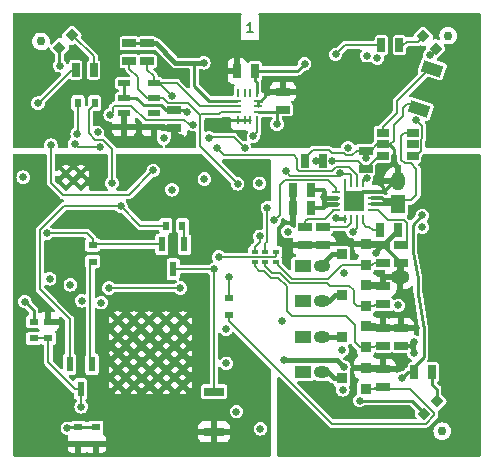
<source format=gtl>
G04 #@! TF.GenerationSoftware,KiCad,Pcbnew,(6.0.2-0)*
G04 #@! TF.CreationDate,2022-07-16T10:45:30+02:00*
G04 #@! TF.ProjectId,Crazyflie contol board,4372617a-7966-46c6-9965-20636f6e746f,2.2*
G04 #@! TF.SameCoordinates,Original*
G04 #@! TF.FileFunction,Copper,L1,Top*
G04 #@! TF.FilePolarity,Positive*
%FSLAX46Y46*%
G04 Gerber Fmt 4.6, Leading zero omitted, Abs format (unit mm)*
G04 Created by KiCad (PCBNEW (6.0.2-0)) date 2022-07-16 10:45:30*
%MOMM*%
%LPD*%
G01*
G04 APERTURE LIST*
G04 Aperture macros list*
%AMRotRect*
0 Rectangle, with rotation*
0 The origin of the aperture is its center*
0 $1 length*
0 $2 width*
0 $3 Rotation angle, in degrees counterclockwise*
0 Add horizontal line*
21,1,$1,$2,0,0,$3*%
G04 Aperture macros list end*
%ADD10C,0.200025*%
G04 #@! TA.AperFunction,NonConductor*
%ADD11C,0.200025*%
G04 #@! TD*
G04 #@! TA.AperFunction,SMDPad,CuDef*
%ADD12R,0.914400X0.914400*%
G04 #@! TD*
G04 #@! TA.AperFunction,SMDPad,CuDef*
%ADD13R,1.000760X0.701040*%
G04 #@! TD*
G04 #@! TA.AperFunction,SMDPad,CuDef*
%ADD14R,1.143000X0.635000*%
G04 #@! TD*
G04 #@! TA.AperFunction,SMDPad,CuDef*
%ADD15R,0.635000X1.143000*%
G04 #@! TD*
G04 #@! TA.AperFunction,SMDPad,CuDef*
%ADD16O,0.800100X0.248920*%
G04 #@! TD*
G04 #@! TA.AperFunction,SMDPad,CuDef*
%ADD17O,0.248920X0.800100*%
G04 #@! TD*
G04 #@! TA.AperFunction,ComponentPad*
%ADD18C,0.381000*%
G04 #@! TD*
G04 #@! TA.AperFunction,SMDPad,CuDef*
%ADD19R,1.699260X1.699260*%
G04 #@! TD*
G04 #@! TA.AperFunction,SMDPad,CuDef*
%ADD20RotRect,0.797560X0.797560X225.000000*%
G04 #@! TD*
G04 #@! TA.AperFunction,SMDPad,CuDef*
%ADD21RotRect,0.797560X0.797560X135.000000*%
G04 #@! TD*
G04 #@! TA.AperFunction,SMDPad,CuDef*
%ADD22RotRect,0.797560X0.797560X45.000000*%
G04 #@! TD*
G04 #@! TA.AperFunction,ComponentPad*
%ADD23R,1.198880X1.600200*%
G04 #@! TD*
G04 #@! TA.AperFunction,ComponentPad*
%ADD24O,1.198880X1.600200*%
G04 #@! TD*
G04 #@! TA.AperFunction,SMDPad,CuDef*
%ADD25RotRect,1.699260X1.000760X162.000000*%
G04 #@! TD*
G04 #@! TA.AperFunction,SMDPad,CuDef*
%ADD26R,1.000760X0.500380*%
G04 #@! TD*
G04 #@! TA.AperFunction,SMDPad,CuDef*
%ADD27R,0.599440X0.398780*%
G04 #@! TD*
G04 #@! TA.AperFunction,SMDPad,CuDef*
%ADD28R,0.800000X0.600000*%
G04 #@! TD*
G04 #@! TA.AperFunction,SMDPad,CuDef*
%ADD29R,1.700000X0.800000*%
G04 #@! TD*
G04 #@! TA.AperFunction,SMDPad,CuDef*
%ADD30R,0.600000X0.800000*%
G04 #@! TD*
G04 #@! TA.AperFunction,SMDPad,CuDef*
%ADD31R,0.600000X1.300000*%
G04 #@! TD*
G04 #@! TA.AperFunction,SMDPad,CuDef*
%ADD32C,0.750000*%
G04 #@! TD*
G04 #@! TA.AperFunction,SMDPad,CuDef*
%ADD33R,0.250000X0.675000*%
G04 #@! TD*
G04 #@! TA.AperFunction,SMDPad,CuDef*
%ADD34R,0.675000X0.250000*%
G04 #@! TD*
G04 #@! TA.AperFunction,ComponentPad*
%ADD35R,1.399540X1.000760*%
G04 #@! TD*
G04 #@! TA.AperFunction,ComponentPad*
%ADD36O,1.399540X1.000760*%
G04 #@! TD*
G04 #@! TA.AperFunction,ComponentPad*
%ADD37O,1.600200X1.198880*%
G04 #@! TD*
G04 #@! TA.AperFunction,ComponentPad*
%ADD38C,0.500000*%
G04 #@! TD*
G04 #@! TA.AperFunction,ComponentPad*
%ADD39C,0.380000*%
G04 #@! TD*
G04 #@! TA.AperFunction,ViaPad*
%ADD40C,0.635000*%
G04 #@! TD*
G04 #@! TA.AperFunction,Conductor*
%ADD41C,0.203200*%
G04 #@! TD*
G04 #@! TA.AperFunction,Conductor*
%ADD42C,0.304800*%
G04 #@! TD*
G04 #@! TA.AperFunction,Conductor*
%ADD43C,0.254000*%
G04 #@! TD*
G04 #@! TA.AperFunction,Conductor*
%ADD44C,0.177800*%
G04 #@! TD*
G04 #@! TA.AperFunction,Conductor*
%ADD45C,0.381000*%
G04 #@! TD*
G04 APERTURE END LIST*
D10*
D11*
X140436600Y-84689950D02*
X139979400Y-84689950D01*
X140208000Y-84689950D02*
X140208000Y-83889850D01*
X140131800Y-84004150D01*
X140055600Y-84080350D01*
X139979400Y-84118450D01*
D12*
X147985480Y-103502460D03*
X150017480Y-104391460D03*
X150017480Y-102613460D03*
X147985480Y-107002580D03*
X150017480Y-107891580D03*
X150017480Y-106113580D03*
X147985480Y-110502700D03*
X150017480Y-111391700D03*
X150017480Y-109613700D03*
X147985480Y-114002820D03*
X150017480Y-114891820D03*
X150017480Y-113113820D03*
D13*
X151429720Y-93251020D03*
X151429720Y-94203520D03*
X151429720Y-95156020D03*
X153969720Y-95156020D03*
X153969720Y-94203520D03*
X153969720Y-93251020D03*
D14*
X152999440Y-111264700D03*
X152999440Y-109740700D03*
X143000000Y-91262000D03*
X143000000Y-89738000D03*
D15*
X140662660Y-88000000D03*
X139138660Y-88000000D03*
D14*
X131500880Y-85641180D03*
X131500880Y-87165180D03*
X129999740Y-85641180D03*
X129999740Y-87165180D03*
D15*
X155661360Y-113502440D03*
X154137360Y-113502440D03*
X152760680Y-101503480D03*
X151236680Y-101503480D03*
D14*
X152999440Y-104264460D03*
X152999440Y-102740460D03*
D15*
X125437900Y-87904320D03*
X126961900Y-87904320D03*
D14*
X151500840Y-114764820D03*
X151500840Y-113240820D03*
X151500840Y-111264700D03*
X151500840Y-109740700D03*
X151500840Y-107764580D03*
X151500840Y-106240580D03*
X151500840Y-104264460D03*
X151500840Y-102740460D03*
D16*
X150500080Y-99755960D03*
X150500080Y-99253040D03*
X150500080Y-98755200D03*
X150500080Y-98254820D03*
D17*
X149748240Y-97502980D03*
X149247860Y-97502980D03*
X148747480Y-97502980D03*
X148249640Y-97502980D03*
D16*
X147497800Y-98257360D03*
X147497800Y-98755200D03*
X147497800Y-99255580D03*
X147497800Y-99755960D03*
D17*
X148249640Y-100505260D03*
X148747480Y-100505260D03*
X149247860Y-100505260D03*
X149748240Y-100505260D03*
D18*
X149499320Y-99504500D03*
X148498560Y-99504500D03*
X148498560Y-98503740D03*
X149499320Y-98503740D03*
X148998940Y-99004120D03*
D19*
X148998940Y-99004120D03*
D20*
X156028635Y-115972345D03*
X154968965Y-117032015D03*
D21*
X155929575Y-86132915D03*
X154869905Y-85073245D03*
D22*
X124069865Y-86033855D03*
X125129535Y-84974185D03*
D14*
X149999700Y-94742000D03*
X149999700Y-96266000D03*
X144899380Y-102765860D03*
X144899380Y-101241860D03*
D15*
X145361660Y-99603560D03*
X143837660Y-99603560D03*
X151338280Y-85803740D03*
X152862280Y-85803740D03*
D14*
X146400520Y-102765860D03*
X146400520Y-101241860D03*
D23*
X152699720Y-99250500D03*
D24*
X152699720Y-97350580D03*
D15*
X143837660Y-98102420D03*
X145361660Y-98102420D03*
X144838420Y-95603060D03*
X146362420Y-95603060D03*
D25*
X154543524Y-91214700D03*
X155656516Y-87789260D03*
D14*
X133799580Y-91340940D03*
X133799580Y-92864940D03*
D26*
X129550160Y-89029540D03*
X129550160Y-90279220D03*
X129550160Y-91528900D03*
X129550160Y-92778580D03*
X132049520Y-92778580D03*
X132049520Y-91528900D03*
X132059680Y-90279220D03*
X132049520Y-89029540D03*
D27*
X142400020Y-103299260D03*
X142400020Y-104198420D03*
X141500860Y-103299260D03*
X141500860Y-104198420D03*
X140599160Y-103299260D03*
X140599160Y-104198420D03*
D28*
X138430000Y-107250000D03*
X138430000Y-108650000D03*
D29*
X137160000Y-115140000D03*
X137160000Y-118540000D03*
D28*
X127150000Y-118150000D03*
X127150000Y-119550000D03*
X125684280Y-118150000D03*
X125684280Y-119550000D03*
D30*
X125645720Y-90713560D03*
X127045720Y-90713560D03*
D28*
X123139200Y-109227160D03*
X123139200Y-110627160D03*
X126888240Y-104129840D03*
X126888240Y-102729840D03*
X121889520Y-109231200D03*
X121889520Y-110631200D03*
D30*
X133082840Y-101086920D03*
X134482840Y-101086920D03*
D31*
X126832400Y-112819760D03*
X124932400Y-112819760D03*
X125882400Y-114919760D03*
X134655560Y-102676960D03*
X132755560Y-102676960D03*
X133705560Y-104776960D03*
D32*
X157000000Y-85000000D03*
X156500000Y-118500000D03*
X122500000Y-85500000D03*
D33*
X139200000Y-92175000D03*
X139750000Y-92175000D03*
X140250000Y-92175000D03*
X140800000Y-92175000D03*
D34*
X140925000Y-91500000D03*
X140925000Y-91000000D03*
X140925000Y-90500000D03*
D33*
X140800000Y-89825000D03*
X140250000Y-89825000D03*
X139750000Y-89825000D03*
X139200000Y-89825000D03*
D34*
X139075000Y-90500000D03*
X139075000Y-91000000D03*
X139075000Y-91500000D03*
D35*
X144663160Y-113502440D03*
D36*
X146334480Y-113502440D03*
D35*
X144663160Y-110502700D03*
D36*
X146334480Y-110502700D03*
D35*
X144663160Y-107502960D03*
D36*
X146334480Y-107502960D03*
D35*
X144663160Y-104503220D03*
D36*
X146334480Y-104503220D03*
D37*
X152900380Y-105402380D03*
D38*
X134538720Y-114592100D03*
X129044700Y-110523020D03*
X131716780Y-110578900D03*
X129011680Y-113284000D03*
X134520940Y-111930180D03*
X130324860Y-110490000D03*
X134520940Y-110591600D03*
X130368040Y-109118400D03*
X131739640Y-113304320D03*
X130345180Y-111912400D03*
X133131560Y-113319560D03*
X131673600Y-109118400D03*
X129062480Y-111879380D03*
X130345180Y-113294160D03*
X129039620Y-109105700D03*
X134526020Y-109108240D03*
X130378200Y-114599720D03*
X133131560Y-110589060D03*
X133131560Y-114599720D03*
X131749800Y-111935260D03*
X133121400Y-111927640D03*
X129032000Y-114587020D03*
X131716780Y-114609880D03*
X133111240Y-109113320D03*
X134520940Y-113261140D03*
D39*
X124607320Y-96662240D03*
X124607320Y-97932240D03*
X125272800Y-97287080D03*
X125877320Y-97932240D03*
X125877320Y-96662240D03*
D40*
X137560049Y-103739951D03*
X141678660Y-99562920D03*
X141097000Y-118300500D03*
X141048740Y-102000000D03*
X138430000Y-105410000D03*
X146210020Y-87282020D03*
X134399020Y-93703140D03*
X144850000Y-89650000D03*
X137500360Y-92402660D03*
X154000000Y-87000000D03*
X148569680Y-89263220D03*
X129650000Y-97700000D03*
X148198840Y-105102660D03*
X131800000Y-118000000D03*
X124700000Y-119557800D03*
X140462000Y-99187000D03*
X125069600Y-100634800D03*
X148069300Y-115000000D03*
X149500000Y-115900000D03*
X148000720Y-111653320D03*
X131100000Y-105000000D03*
X157000000Y-107000000D03*
X152930860Y-112463580D03*
X152000000Y-108650000D03*
X150898860Y-103403400D03*
X150009860Y-95354140D03*
X151495758Y-112293926D03*
X154250000Y-109750000D03*
X153832414Y-108243851D03*
X148160740Y-113073180D03*
X128369060Y-91704160D03*
X124750000Y-118250000D03*
X136730740Y-93652340D03*
X139750000Y-94500000D03*
X143068040Y-112473740D03*
X153070560Y-114002820D03*
X155430220Y-86669880D03*
X154800300Y-100233480D03*
X124100000Y-87550000D03*
X121135781Y-107518200D03*
X141000000Y-97500000D03*
X121000000Y-97000000D03*
X135399780Y-92532200D03*
X136298940Y-87302340D03*
X144830800Y-87393780D03*
X134899400Y-91503500D03*
X132900420Y-93703140D03*
X151000460Y-86903560D03*
X142500000Y-92500000D03*
X150098760Y-86702900D03*
X154800300Y-101203760D03*
X152760680Y-107853480D03*
X154099260Y-110904020D03*
X148508720Y-94493080D03*
X154099260Y-111902240D03*
X146489420Y-98701860D03*
X148899880Y-101602540D03*
X139156440Y-97551240D03*
X138186160Y-109855000D03*
X133609080Y-90103960D03*
X133600000Y-98050000D03*
X139065000Y-116840000D03*
X142950000Y-109150000D03*
X147858480Y-96664780D03*
X143250000Y-96500000D03*
X127614680Y-107609640D03*
X147185380Y-95590360D03*
X154259280Y-92179140D03*
X137400000Y-94550000D03*
X125000000Y-106100000D03*
X125950000Y-107450000D03*
X136350000Y-97150000D03*
X140500000Y-93500000D03*
X142250000Y-100644960D03*
X150080980Y-97073720D03*
X123246322Y-105600500D03*
X143400000Y-101600000D03*
X128270000Y-106374380D03*
X134314380Y-106374380D03*
X125582680Y-93319600D03*
X128524000Y-97485200D03*
X145798540Y-95613220D03*
X127299720Y-93202760D03*
X147520660Y-100462080D03*
X123012200Y-101727000D03*
X129280920Y-99446080D03*
X137150000Y-104800000D03*
X147450000Y-86600000D03*
X125923040Y-116423440D03*
X132019040Y-96423480D03*
X123347480Y-94284800D03*
X125364240Y-94152720D03*
X127497840Y-94427040D03*
X122260360Y-90718640D03*
X138200000Y-112750000D03*
D41*
X153802080Y-95801180D02*
X154299920Y-96299020D01*
X152999440Y-95501460D02*
X153299160Y-95801180D01*
X154299920Y-96299020D02*
X154299920Y-98501200D01*
X153299160Y-95801180D02*
X153802080Y-95801180D01*
D42*
X150500080Y-98755200D02*
X151356060Y-98755200D01*
X151549100Y-98948240D02*
X153101040Y-98948240D01*
D41*
X154299920Y-98501200D02*
X153852880Y-98948240D01*
X153248360Y-93251020D02*
X152999440Y-93499940D01*
D42*
X152796240Y-99253040D02*
X153101040Y-98948240D01*
X151356060Y-98755200D02*
X151549100Y-98948240D01*
D43*
X150500080Y-99253040D02*
X152646380Y-99253040D01*
D41*
X153969720Y-93251020D02*
X153248360Y-93251020D01*
X152999440Y-93499940D02*
X152999440Y-95501460D01*
D42*
X150500080Y-99253040D02*
X152796240Y-99253040D01*
D41*
X153852880Y-98948240D02*
X153101040Y-98948240D01*
D43*
X152646380Y-99253040D02*
X152699720Y-99049840D01*
D41*
X142361919Y-103739951D02*
X141993621Y-103739951D01*
X142400020Y-103701850D02*
X142361919Y-103739951D01*
X142400020Y-103299260D02*
X142400020Y-103701850D01*
D44*
X141993621Y-103739951D02*
X137560049Y-103739951D01*
D41*
X141638020Y-101470460D02*
X141638020Y-101762560D01*
X141638020Y-102463600D02*
X141500860Y-102600760D01*
X141638020Y-99844860D02*
X141638020Y-101470460D01*
X141638020Y-101762560D02*
X141638020Y-102463600D01*
X141500860Y-102600760D02*
X141500860Y-103299260D01*
X141678660Y-99804220D02*
X141638020Y-99844860D01*
X141678660Y-99562920D02*
X141678660Y-99804220D01*
X141048740Y-102450900D02*
X141048740Y-102000000D01*
X140599160Y-102900480D02*
X140599160Y-103299260D01*
X141048740Y-102450900D02*
X140599160Y-102900480D01*
X138430000Y-107250000D02*
X138430000Y-105410000D01*
D43*
X133799580Y-92864940D02*
X133799580Y-93103700D01*
X139750000Y-92175000D02*
X139200000Y-92175000D01*
X139200000Y-92175000D02*
X137728020Y-92175000D01*
X137728020Y-92175000D02*
X137500360Y-92402660D01*
X140250000Y-92175000D02*
X139750000Y-92175000D01*
X140925000Y-91000000D02*
X140925000Y-90500000D01*
X140925000Y-90500000D02*
X141137500Y-90500000D01*
X141500000Y-90137500D02*
X141500000Y-89500000D01*
X133799580Y-93103700D02*
X134399020Y-93703140D01*
X141137500Y-90500000D02*
X141500000Y-90137500D01*
X154967940Y-116972080D02*
X153895860Y-115900000D01*
X153895860Y-115900000D02*
X149500000Y-115900000D01*
X154967940Y-116972080D02*
X154967940Y-117033040D01*
X124615920Y-119557800D02*
X124700000Y-119557800D01*
D41*
X154543760Y-91213940D02*
X154574240Y-91117420D01*
X152400000Y-92603320D02*
X152400000Y-93901260D01*
X150461980Y-94742000D02*
X149999700Y-94742000D01*
D43*
X152001220Y-94203520D02*
X152374600Y-94576900D01*
D41*
X144838420Y-95603060D02*
X144838420Y-95404940D01*
X147170140Y-94983300D02*
X148160740Y-94983300D01*
D42*
X150144480Y-113240820D02*
X150017480Y-113113820D01*
X149959060Y-102671880D02*
X150017480Y-102613460D01*
D41*
X153200100Y-91803220D02*
X153200100Y-91102180D01*
D42*
X151500840Y-102801420D02*
X150898860Y-103403400D01*
X152250140Y-97551240D02*
X152699720Y-97551240D01*
X150500080Y-98254820D02*
X149748240Y-98254820D01*
X146400520Y-102765860D02*
X146626580Y-102765860D01*
D45*
X152709880Y-101503480D02*
X151500840Y-102712520D01*
D42*
X146720560Y-102671880D02*
X149959060Y-102671880D01*
X149999700Y-95343980D02*
X149999700Y-94742000D01*
X150144480Y-106240580D02*
X150017480Y-106113580D01*
D41*
X148879560Y-95123000D02*
X149260560Y-94742000D01*
D42*
X151500840Y-102740460D02*
X151500840Y-102765860D01*
X150144480Y-109740700D02*
X150017480Y-109613700D01*
D41*
X152001220Y-94203520D02*
X152097740Y-94203520D01*
X148249640Y-97502980D02*
X148249640Y-98254820D01*
X153200100Y-91102180D02*
X153499820Y-90802460D01*
D42*
X151500840Y-102765860D02*
X152999440Y-104264460D01*
D41*
X148300440Y-95123000D02*
X148879560Y-95123000D01*
X148249640Y-98254820D02*
X148998940Y-99004120D01*
D42*
X149748240Y-98254820D02*
X148998940Y-99004120D01*
D41*
X149260560Y-94742000D02*
X149999700Y-94742000D01*
D42*
X146626580Y-102765860D02*
X146720560Y-102671880D01*
D41*
X144838420Y-95404940D02*
X145519140Y-94724220D01*
D42*
X150500080Y-98254820D02*
X151546560Y-98254820D01*
D41*
X152400000Y-93901260D02*
X152097740Y-94203520D01*
X145519140Y-94724220D02*
X146911060Y-94724220D01*
X151000460Y-94203520D02*
X150461980Y-94742000D01*
X149999700Y-95343980D02*
X150009860Y-95354140D01*
D45*
X152760680Y-101503480D02*
X152709880Y-101503480D01*
D42*
X151500840Y-102740460D02*
X151500840Y-102801420D01*
D41*
X152001220Y-94203520D02*
X151429720Y-94203520D01*
D43*
X152374600Y-94576900D02*
X152374600Y-95973900D01*
D45*
X151500840Y-102712520D02*
X151500840Y-102740460D01*
D41*
X146911060Y-94724220D02*
X147170140Y-94983300D01*
X153499820Y-90802460D02*
X154259280Y-90802460D01*
X151429720Y-94203520D02*
X151000460Y-94203520D01*
D43*
X152374600Y-95973900D02*
X152699720Y-96299020D01*
D41*
X152400000Y-92603320D02*
X153200100Y-91803220D01*
D43*
X152699720Y-96299020D02*
X152699720Y-97551240D01*
D42*
X151546560Y-98254820D02*
X152250140Y-97551240D01*
D41*
X148160740Y-94983300D02*
X148300440Y-95123000D01*
X154259280Y-90802460D02*
X154574240Y-91117420D01*
D43*
X124100000Y-87550000D02*
X124068840Y-87518840D01*
D41*
X128620520Y-91452700D02*
X128620520Y-91061540D01*
D43*
X121889520Y-108271939D02*
X121135781Y-107518200D01*
D41*
X135384540Y-92516960D02*
X135399780Y-92532200D01*
D43*
X121889520Y-109231200D02*
X121889520Y-108271939D01*
D45*
X148160740Y-113073180D02*
X147561300Y-112473740D01*
D41*
X136730740Y-93652340D02*
X136789160Y-93593920D01*
D43*
X154137360Y-113024920D02*
X154940000Y-112222280D01*
X154927300Y-109842300D02*
X154462480Y-106867960D01*
X155430220Y-86669880D02*
X155930600Y-86172040D01*
X153570940Y-113502440D02*
X154137360Y-113502440D01*
X154800300Y-100233480D02*
X154010360Y-101023420D01*
X124068840Y-87518840D02*
X124068840Y-86034880D01*
X154137360Y-113502440D02*
X154137360Y-113024920D01*
D45*
X147561300Y-112473740D02*
X143068040Y-112473740D01*
D41*
X128620520Y-91061540D02*
X128750060Y-90932000D01*
D43*
X154429460Y-105493820D02*
X154000200Y-103304340D01*
D41*
X132778500Y-92163900D02*
X132819140Y-92123260D01*
X128369060Y-91704160D02*
X128620520Y-91452700D01*
X131409440Y-92163900D02*
X132778500Y-92163900D01*
D43*
X153070560Y-114002820D02*
X153570940Y-113502440D01*
X155930600Y-86172040D02*
X155930600Y-86133940D01*
X154462480Y-106867960D02*
X154429460Y-106723180D01*
X124900160Y-118099840D02*
X126806960Y-118099840D01*
X154429460Y-106723180D02*
X154429460Y-105493820D01*
X124750000Y-118250000D02*
X124900160Y-118099840D01*
D41*
X130177540Y-90932000D02*
X131409440Y-92163900D01*
X132819140Y-92123260D02*
X134650480Y-92123260D01*
X135044180Y-92516960D02*
X135384540Y-92516960D01*
X128750060Y-90932000D02*
X130177540Y-90932000D01*
D43*
X154010360Y-102603300D02*
X154010360Y-101023420D01*
X154940000Y-112222280D02*
X154927300Y-109842300D01*
D41*
X136789160Y-93593920D02*
X138843920Y-93593920D01*
X134650480Y-92123260D02*
X135044180Y-92516960D01*
X138843920Y-93593920D02*
X139750000Y-94500000D01*
D43*
X154000200Y-103304340D02*
X154010360Y-102603300D01*
X129550160Y-90279220D02*
X129550160Y-89029540D01*
D45*
X135500000Y-87302340D02*
X136298940Y-87302340D01*
D43*
X133139180Y-91340940D02*
X133799580Y-91340940D01*
X142500000Y-91500000D02*
X142500000Y-92500000D01*
D45*
X132237480Y-85641180D02*
X133898640Y-87302340D01*
D43*
X130573780Y-90279220D02*
X131198620Y-90904060D01*
D45*
X133898640Y-87302340D02*
X135500000Y-87302340D01*
D43*
X140662660Y-88825500D02*
X140800000Y-88962840D01*
X140662660Y-88825500D02*
X140662660Y-88000000D01*
X129550160Y-90279220D02*
X130573780Y-90279220D01*
X132702300Y-90904060D02*
X133139180Y-91340940D01*
X133799580Y-91340940D02*
X134736840Y-91340940D01*
X140800000Y-88962840D02*
X140800000Y-89825000D01*
X136744510Y-90500000D02*
X139075000Y-90500000D01*
X135500000Y-89255490D02*
X135500000Y-87302340D01*
X142627040Y-91500000D02*
X142500000Y-91500000D01*
X144224580Y-88000000D02*
X144830800Y-87393780D01*
X129999740Y-85641180D02*
X131500880Y-85641180D01*
X131198620Y-90904060D02*
X132702300Y-90904060D01*
X135500000Y-89255490D02*
X136744510Y-90500000D01*
D45*
X131500880Y-85641180D02*
X132237480Y-85641180D01*
D43*
X142500000Y-91500000D02*
X140925000Y-91500000D01*
X134736840Y-91340940D02*
X134899400Y-91503500D01*
X140662660Y-88000000D02*
X144224580Y-88000000D01*
D45*
X146489420Y-98219260D02*
X146489420Y-98701860D01*
D42*
X154099260Y-111902240D02*
X154099260Y-111625380D01*
D45*
X146542760Y-98755200D02*
X147497800Y-98755200D01*
D42*
X145361660Y-99603560D02*
X146347180Y-99603560D01*
X153738580Y-111264700D02*
X154099260Y-110904020D01*
X153738580Y-111264700D02*
X152999440Y-111264700D01*
X146347180Y-99603560D02*
X146428460Y-99522280D01*
D45*
X146489420Y-99461320D02*
X146428460Y-99522280D01*
D42*
X154099260Y-111625380D02*
X154099260Y-110904020D01*
D45*
X146489420Y-98701860D02*
X146542760Y-98755200D01*
X146489420Y-98701860D02*
X146489420Y-99461320D01*
X146695160Y-99255580D02*
X146489420Y-99461320D01*
X146372580Y-98102420D02*
X146489420Y-98219260D01*
D42*
X145361660Y-98102420D02*
X146372580Y-98102420D01*
D45*
X147497800Y-99255580D02*
X146695160Y-99255580D01*
D42*
X154099260Y-111625380D02*
X153738580Y-111264700D01*
D45*
X147985480Y-103502460D02*
X147134580Y-103502460D01*
X147134580Y-103502460D02*
X146133820Y-104503220D01*
X147985480Y-107002580D02*
X147378420Y-107002580D01*
X147378420Y-107002580D02*
X146878040Y-107502960D01*
X146878040Y-107502960D02*
X146133820Y-107502960D01*
X146133820Y-110502700D02*
X147985480Y-110502700D01*
X146781520Y-113502440D02*
X147281900Y-114002820D01*
X146133820Y-113502440D02*
X146781520Y-113502440D01*
X147281900Y-114002820D02*
X147985480Y-114002820D01*
D41*
X125171200Y-84973160D02*
X126961900Y-86763860D01*
X126961900Y-86763860D02*
X126961900Y-87904320D01*
X152862280Y-85803740D02*
X153200100Y-85803740D01*
X153499820Y-85504020D02*
X154437080Y-85504020D01*
X153200100Y-85803740D02*
X153499820Y-85504020D01*
X154437080Y-85504020D02*
X154868880Y-85072220D01*
D43*
X155661360Y-114564160D02*
X155661360Y-113502440D01*
X156029660Y-114932460D02*
X155661360Y-114564160D01*
X156029660Y-115971320D02*
X156029660Y-114932460D01*
D41*
X150540720Y-104391460D02*
X150667720Y-104264460D01*
X143769080Y-105613200D02*
X142704820Y-104548940D01*
X150667720Y-104264460D02*
X151500840Y-104264460D01*
X150017480Y-104391460D02*
X148021040Y-104391460D01*
X146799300Y-105613200D02*
X143779240Y-105613200D01*
X143779240Y-105613200D02*
X143769080Y-105613200D01*
X150017480Y-104391460D02*
X150540720Y-104391460D01*
X148021040Y-104391460D02*
X146799300Y-105613200D01*
X142704820Y-104548940D02*
X142400020Y-104198420D01*
X143327120Y-105679240D02*
X143621760Y-105973880D01*
X146768820Y-105973880D02*
X146966940Y-106172000D01*
X150736300Y-107891580D02*
X150017480Y-107891580D01*
X148630640Y-106172000D02*
X149019260Y-106560620D01*
X142100300Y-105100120D02*
X142748000Y-105100120D01*
X150863300Y-107764580D02*
X150736300Y-107891580D01*
X149019260Y-107652820D02*
X149258020Y-107891580D01*
X143621760Y-105973880D02*
X146768820Y-105973880D01*
X141500860Y-104500680D02*
X142100300Y-105100120D01*
X142748000Y-105100120D02*
X143327120Y-105679240D01*
X141500860Y-104198420D02*
X141500860Y-104500680D01*
X151500840Y-107764580D02*
X150863300Y-107764580D01*
X149258020Y-107891580D02*
X150017480Y-107891580D01*
X149019260Y-106560620D02*
X149019260Y-107652820D01*
X146966940Y-106172000D02*
X148630640Y-106172000D01*
X150736300Y-111391700D02*
X150017480Y-111391700D01*
X150863300Y-111264700D02*
X150736300Y-111391700D01*
X140599160Y-104498140D02*
X140599160Y-104198420D01*
X143730980Y-108762800D02*
X143306800Y-108338620D01*
X140599160Y-104498140D02*
X140599160Y-104548940D01*
X143306800Y-108338620D02*
X143306800Y-106220260D01*
X141396720Y-104904540D02*
X141991080Y-105498900D01*
X143306800Y-106207560D02*
X142598140Y-105498900D01*
X149100540Y-109534960D02*
X148328380Y-108762800D01*
X148328380Y-108762800D02*
X143730980Y-108762800D01*
X141991080Y-105498900D02*
X142598140Y-105498900D01*
X140954760Y-104904540D02*
X141396720Y-104904540D01*
X143306800Y-106220260D02*
X143306800Y-106207560D01*
X149100540Y-110944660D02*
X149100540Y-109534960D01*
X150017480Y-111391700D02*
X149547580Y-111391700D01*
X140599160Y-104548940D02*
X140954760Y-104904540D01*
X151500840Y-111264700D02*
X150863300Y-111264700D01*
X149547580Y-111391700D02*
X149100540Y-110944660D01*
X155786935Y-116926799D02*
X155786935Y-117137231D01*
X150736300Y-114891820D02*
X150863300Y-114764820D01*
X153751956Y-114891820D02*
X155786935Y-116926799D01*
X138430000Y-109153200D02*
X138430000Y-108650000D01*
X155074181Y-117849985D02*
X147126785Y-117849985D01*
X147126785Y-117849985D02*
X138430000Y-109153200D01*
X150017480Y-114891820D02*
X150736300Y-114891820D01*
X150017480Y-114891820D02*
X153751956Y-114891820D01*
X150863300Y-114764820D02*
X151500840Y-114764820D01*
X155786935Y-117137231D02*
X155074181Y-117849985D01*
X148899880Y-101602540D02*
X149247860Y-101254560D01*
X149247860Y-101254560D02*
X149247860Y-100505260D01*
X137576560Y-91653360D02*
X137729920Y-91500000D01*
X136001760Y-91704160D02*
X136001760Y-91701620D01*
X130700780Y-88506300D02*
X129999740Y-87805260D01*
X133299200Y-90703400D02*
X135001000Y-90703400D01*
X136001760Y-91701620D02*
X136050020Y-91653360D01*
X135983980Y-91719400D02*
X135983980Y-94338140D01*
X132059680Y-90279220D02*
X131478020Y-90279220D01*
X130700780Y-89501980D02*
X130700780Y-88506300D01*
X132059680Y-90279220D02*
X132875020Y-90279220D01*
X136050020Y-91653360D02*
X137576560Y-91653360D01*
X137729920Y-91500000D02*
X139075000Y-91500000D01*
X135983980Y-91719400D02*
X136001760Y-91701620D01*
X132875020Y-90279220D02*
X133299200Y-90703400D01*
X129999740Y-87805260D02*
X129999740Y-87165180D01*
X135983980Y-94338140D02*
X139128500Y-97482660D01*
X135001000Y-90703400D02*
X136001760Y-91704160D01*
X131478020Y-90279220D02*
X130700780Y-89501980D01*
X133609080Y-90103960D02*
X132534660Y-89029540D01*
X132049520Y-88452960D02*
X131500880Y-87904320D01*
X134025640Y-89029540D02*
X135996100Y-91000000D01*
X132049520Y-89029540D02*
X134025640Y-89029540D01*
X132049520Y-89029540D02*
X132049520Y-88452960D01*
X131500880Y-87904320D02*
X131500880Y-87165180D01*
X132534660Y-89029540D02*
X132049520Y-89029540D01*
X135996100Y-91000000D02*
X139075000Y-91000000D01*
X147858480Y-96728280D02*
X148635720Y-96728280D01*
X143628140Y-96878140D02*
X143250000Y-96500000D01*
X148747480Y-97502980D02*
X148747480Y-96840040D01*
X147858480Y-96728280D02*
X147858480Y-96664780D01*
X147858480Y-96728280D02*
X147708620Y-96878140D01*
X147708620Y-96878140D02*
X143628140Y-96878140D01*
X148635720Y-96728280D02*
X148747480Y-96840040D01*
X147345400Y-99755960D02*
X146598640Y-100502720D01*
X145100040Y-100502720D02*
X144899380Y-100703380D01*
X146598640Y-100502720D02*
X145100040Y-100502720D01*
X144899380Y-100703380D02*
X144899380Y-101241860D01*
X147497800Y-99755960D02*
X147345400Y-99755960D01*
X148747480Y-100855780D02*
X148409660Y-101193600D01*
X148409660Y-101193600D02*
X146448780Y-101193600D01*
X148747480Y-100505260D02*
X148747480Y-100855780D01*
X146448780Y-101193600D02*
X146400520Y-101241860D01*
X149748240Y-100850700D02*
X149748240Y-100505260D01*
X150065740Y-101168200D02*
X149748240Y-100850700D01*
X151236680Y-101503480D02*
X150657560Y-101503480D01*
X150657560Y-101503480D02*
X150322280Y-101168200D01*
X150322280Y-101168200D02*
X150065740Y-101168200D01*
X153103580Y-102740460D02*
X153469340Y-102374700D01*
X152999440Y-102740460D02*
X153103580Y-102740460D01*
X153210260Y-100632260D02*
X151919940Y-100632260D01*
X153469340Y-102374700D02*
X153469340Y-100891340D01*
X153469340Y-100891340D02*
X153210260Y-100632260D01*
X151043640Y-99755960D02*
X150500080Y-99755960D01*
X151919940Y-100632260D02*
X151043640Y-99755960D01*
X151109680Y-95156020D02*
X149999700Y-96266000D01*
X149324060Y-95590360D02*
X147185380Y-95590360D01*
X151429720Y-95156020D02*
X151109680Y-95156020D01*
X149999700Y-96266000D02*
X149324060Y-95590360D01*
D44*
X154790140Y-92664280D02*
X154259280Y-92179140D01*
X154719020Y-93873320D02*
X154790140Y-93682820D01*
X154294840Y-95156020D02*
X154719020Y-94731840D01*
X154294840Y-95156020D02*
X153969720Y-95156020D01*
X154719020Y-94731840D02*
X154719020Y-93873320D01*
X154790140Y-93682820D02*
X154790140Y-92664280D01*
D41*
X155315920Y-87886540D02*
X152650000Y-90552460D01*
X151429720Y-92773500D02*
X151429720Y-93251020D01*
X152650000Y-90552460D02*
X152650000Y-91553220D01*
X155656280Y-87790020D02*
X155625800Y-87886540D01*
X152650000Y-91553220D02*
X151429720Y-92773500D01*
X155625800Y-87886540D02*
X155315920Y-87886540D01*
X147518120Y-96085660D02*
X148559520Y-96085660D01*
X144223740Y-96299020D02*
X144401540Y-96476820D01*
X137400000Y-94550000D02*
X137973000Y-95123000D01*
X143931640Y-95123000D02*
X144223740Y-95415100D01*
X147126960Y-96476820D02*
X147518120Y-96085660D01*
X137973000Y-95123000D02*
X143931640Y-95123000D01*
X144223740Y-95415100D02*
X144223740Y-96299020D01*
X149247860Y-96774000D02*
X149247860Y-97502980D01*
X148559520Y-96085660D02*
X149247860Y-96774000D01*
X144401540Y-96476820D02*
X147126960Y-96476820D01*
X140800000Y-92175000D02*
X140800000Y-93200000D01*
X140800000Y-93200000D02*
X140500000Y-93500000D01*
X146814540Y-97241360D02*
X143162020Y-97241360D01*
X147497800Y-98257360D02*
X147497800Y-97924620D01*
X142730220Y-100164740D02*
X142250000Y-100644960D01*
X142730220Y-97673160D02*
X142730220Y-100164740D01*
X147497800Y-97924620D02*
X146814540Y-97241360D01*
X143162020Y-97241360D02*
X142730220Y-97673160D01*
X149748240Y-97406460D02*
X150080980Y-97073720D01*
X149748240Y-97502980D02*
X149748240Y-97406460D01*
X128270000Y-106374380D02*
X134314380Y-106374380D01*
X125645720Y-93256560D02*
X125582680Y-93319600D01*
X125645720Y-90713560D02*
X125645720Y-93256560D01*
X126542520Y-93291382D02*
X127106677Y-93855539D01*
X127045720Y-90713560D02*
X127045720Y-90813560D01*
X126542520Y-91316760D02*
X126542520Y-93291382D01*
X127106677Y-93855539D02*
X127772161Y-93855539D01*
X127772161Y-93855539D02*
X128524000Y-94607378D01*
X128524000Y-94607378D02*
X128524000Y-97485200D01*
X127045720Y-90813560D02*
X126542520Y-91316760D01*
D42*
X147563840Y-100505260D02*
X147520660Y-100462080D01*
X148249640Y-100505260D02*
X147563840Y-100505260D01*
D41*
X145798540Y-95613220D02*
X145808700Y-95603060D01*
X145808700Y-95603060D02*
X146362420Y-95603060D01*
X126700000Y-104318080D02*
X126700000Y-112687360D01*
X126700000Y-112687360D02*
X126832400Y-112819760D01*
X126888240Y-104129840D02*
X126700000Y-104318080D01*
X126941120Y-102676960D02*
X126888240Y-102729840D01*
X123012200Y-101727000D02*
X126388600Y-101727000D01*
X126388600Y-101727000D02*
X126888240Y-102226640D01*
X132755560Y-102676960D02*
X126941120Y-102676960D01*
X126888240Y-102226640D02*
X126888240Y-102729840D01*
X130921760Y-101086920D02*
X129280920Y-99446080D01*
X122440699Y-101452679D02*
X122440699Y-106486521D01*
X133082840Y-101086920D02*
X130921760Y-101086920D01*
X122440699Y-106486521D02*
X124932400Y-108978222D01*
X124932400Y-109863158D02*
X124932400Y-112819760D01*
X124447298Y-99446080D02*
X122440699Y-101452679D01*
X129280920Y-99446080D02*
X124447298Y-99446080D01*
X124932400Y-108978222D02*
X124932400Y-109863158D01*
X134655560Y-102676960D02*
X134655560Y-101259640D01*
X134655560Y-101259640D02*
X134482840Y-101086920D01*
X137160000Y-104810000D02*
X137150000Y-104800000D01*
X137126960Y-104776960D02*
X133705560Y-104776960D01*
X137150000Y-104800000D02*
X137126960Y-104776960D01*
X137160000Y-115140000D02*
X137160000Y-104810000D01*
X147450000Y-86600000D02*
X148246260Y-85803740D01*
X148246260Y-85803740D02*
X151338280Y-85803740D01*
X125882400Y-114919760D02*
X125379200Y-114919760D01*
X125923040Y-114960400D02*
X125882400Y-114919760D01*
X125923040Y-116423440D02*
X125923040Y-114960400D01*
X125379200Y-114919760D02*
X123139200Y-112679760D01*
X121889520Y-110631200D02*
X123135160Y-110631200D01*
X123135160Y-110631200D02*
X123139200Y-110627160D01*
X123139200Y-111130360D02*
X123139200Y-110627160D01*
X123139200Y-112679760D02*
X123139200Y-111130360D01*
X132019040Y-96423480D02*
X129949159Y-98493361D01*
X129949159Y-98493361D02*
X124374895Y-98493361D01*
X123357640Y-97476106D02*
X123357640Y-94403612D01*
X124374895Y-98493361D02*
X123357640Y-97476106D01*
X127454661Y-94470219D02*
X127497840Y-94427040D01*
X125364240Y-94152720D02*
X125681739Y-94470219D01*
X125681739Y-94470219D02*
X127454661Y-94470219D01*
X125145680Y-87904320D02*
X125437900Y-87904320D01*
X122260360Y-90718640D02*
X122331360Y-90718640D01*
X122331360Y-90718640D02*
X125145680Y-87904320D01*
G04 #@! TA.AperFunction,Conductor*
G36*
X122943661Y-95020002D02*
G01*
X122990154Y-95073658D01*
X123001540Y-95126000D01*
X123001540Y-97424678D01*
X122999406Y-97444727D01*
X122999208Y-97448917D01*
X122997016Y-97459099D01*
X122999136Y-97477012D01*
X123000667Y-97489946D01*
X123000984Y-97495321D01*
X123001112Y-97495310D01*
X123001540Y-97500488D01*
X123001540Y-97505690D01*
X123002394Y-97510820D01*
X123004479Y-97523349D01*
X123005314Y-97529221D01*
X123009724Y-97566480D01*
X123009726Y-97566487D01*
X123010950Y-97576828D01*
X123014670Y-97584574D01*
X123016080Y-97593048D01*
X123034040Y-97626333D01*
X123038832Y-97635215D01*
X123041525Y-97640502D01*
X123058835Y-97676548D01*
X123058837Y-97676551D01*
X123062268Y-97683696D01*
X123065639Y-97687706D01*
X123067577Y-97689644D01*
X123069092Y-97691295D01*
X123069313Y-97691705D01*
X123069271Y-97691743D01*
X123069432Y-97691926D01*
X123072375Y-97697380D01*
X123080022Y-97704448D01*
X123080022Y-97704449D01*
X123109434Y-97731637D01*
X123113000Y-97735067D01*
X124086727Y-98708794D01*
X124099399Y-98724483D01*
X124102219Y-98727583D01*
X124107870Y-98736335D01*
X124116048Y-98742782D01*
X124116049Y-98742783D01*
X124132262Y-98755564D01*
X124136292Y-98759145D01*
X124136375Y-98759047D01*
X124140332Y-98762400D01*
X124144013Y-98766081D01*
X124148245Y-98769105D01*
X124148247Y-98769107D01*
X124158606Y-98776510D01*
X124163351Y-98780073D01*
X124192790Y-98803281D01*
X124192792Y-98803282D01*
X124200970Y-98809729D01*
X124209075Y-98812575D01*
X124216066Y-98817571D01*
X124257543Y-98829975D01*
X124261957Y-98831295D01*
X124267602Y-98833129D01*
X124305342Y-98846382D01*
X124305345Y-98846383D01*
X124312824Y-98849009D01*
X124318043Y-98849461D01*
X124320754Y-98849461D01*
X124323031Y-98849559D01*
X124323480Y-98849694D01*
X124323478Y-98849748D01*
X124323711Y-98849763D01*
X124329647Y-98851538D01*
X124340051Y-98851129D01*
X124340793Y-98851223D01*
X124405869Y-98879605D01*
X124445270Y-98938665D01*
X124446486Y-99009651D01*
X124409131Y-99070026D01*
X124360152Y-99097226D01*
X124356916Y-99098166D01*
X124346576Y-99099390D01*
X124338830Y-99103110D01*
X124330356Y-99104520D01*
X124291750Y-99125350D01*
X124288189Y-99127272D01*
X124282902Y-99129965D01*
X124246856Y-99147275D01*
X124246853Y-99147277D01*
X124239708Y-99150708D01*
X124235698Y-99154079D01*
X124233760Y-99156017D01*
X124232109Y-99157532D01*
X124231699Y-99157753D01*
X124231661Y-99157711D01*
X124231478Y-99157872D01*
X124226024Y-99160815D01*
X124218956Y-99168462D01*
X124218955Y-99168462D01*
X124191767Y-99197874D01*
X124188337Y-99201440D01*
X122225264Y-101164512D01*
X122209574Y-101177184D01*
X122206473Y-101180006D01*
X122197725Y-101185654D01*
X122191278Y-101193832D01*
X122178496Y-101210046D01*
X122174915Y-101214076D01*
X122175013Y-101214159D01*
X122171660Y-101218116D01*
X122167979Y-101221797D01*
X122164955Y-101226029D01*
X122164953Y-101226031D01*
X122157550Y-101236390D01*
X122153987Y-101241135D01*
X122130779Y-101270574D01*
X122130778Y-101270576D01*
X122124331Y-101278754D01*
X122121485Y-101286859D01*
X122116489Y-101293850D01*
X122108954Y-101319045D01*
X122102765Y-101339741D01*
X122100931Y-101345386D01*
X122087678Y-101383126D01*
X122085051Y-101390608D01*
X122084599Y-101395827D01*
X122084599Y-101398538D01*
X122084501Y-101400815D01*
X122084366Y-101401264D01*
X122084312Y-101401262D01*
X122084297Y-101401495D01*
X122082522Y-101407431D01*
X122083953Y-101443851D01*
X122084502Y-101457829D01*
X122084599Y-101462775D01*
X122084599Y-106435093D01*
X122082465Y-106455142D01*
X122082267Y-106459332D01*
X122080075Y-106469514D01*
X122081299Y-106479855D01*
X122083726Y-106500361D01*
X122084043Y-106505736D01*
X122084171Y-106505725D01*
X122084599Y-106510903D01*
X122084599Y-106516105D01*
X122086486Y-106527440D01*
X122087538Y-106533764D01*
X122088373Y-106539636D01*
X122092783Y-106576895D01*
X122092785Y-106576902D01*
X122094009Y-106587243D01*
X122097729Y-106594989D01*
X122099139Y-106603463D01*
X122119969Y-106642069D01*
X122121891Y-106645630D01*
X122124584Y-106650917D01*
X122141894Y-106686963D01*
X122141896Y-106686966D01*
X122145327Y-106694111D01*
X122148698Y-106698121D01*
X122150636Y-106700059D01*
X122152151Y-106701710D01*
X122152372Y-106702120D01*
X122152330Y-106702158D01*
X122152491Y-106702341D01*
X122155434Y-106707795D01*
X122163081Y-106714863D01*
X122163081Y-106714864D01*
X122192493Y-106742052D01*
X122196059Y-106745482D01*
X123654641Y-108204065D01*
X123688667Y-108266377D01*
X123683602Y-108337193D01*
X123641055Y-108394028D01*
X123574535Y-108418839D01*
X123565546Y-108419160D01*
X123411315Y-108419160D01*
X123396076Y-108423635D01*
X123394871Y-108425025D01*
X123393200Y-108432708D01*
X123393200Y-108955045D01*
X123397675Y-108970284D01*
X123399065Y-108971489D01*
X123406748Y-108973160D01*
X124029084Y-108973160D01*
X124044323Y-108968685D01*
X124045528Y-108967295D01*
X124047199Y-108959612D01*
X124047199Y-108900813D01*
X124067201Y-108832692D01*
X124120857Y-108786199D01*
X124191131Y-108776095D01*
X124255711Y-108805589D01*
X124262294Y-108811718D01*
X124539395Y-109088819D01*
X124573421Y-109151131D01*
X124576300Y-109177914D01*
X124576300Y-111833812D01*
X124556298Y-111901933D01*
X124520303Y-111938576D01*
X124448916Y-111986276D01*
X124392666Y-112070459D01*
X124377900Y-112144693D01*
X124377901Y-112778583D01*
X124377901Y-113110669D01*
X124357899Y-113178790D01*
X124304243Y-113225283D01*
X124233969Y-113235387D01*
X124169389Y-113205894D01*
X124162806Y-113199764D01*
X123532205Y-112569163D01*
X123498179Y-112506851D01*
X123495300Y-112480068D01*
X123495300Y-111298783D01*
X123515302Y-111230662D01*
X123568958Y-111184169D01*
X123596720Y-111175204D01*
X123638501Y-111166894D01*
X123648821Y-111159999D01*
X123648822Y-111159998D01*
X123712368Y-111117537D01*
X123722684Y-111110644D01*
X123778934Y-111026461D01*
X123793700Y-110952227D01*
X123793699Y-110302094D01*
X123784604Y-110256365D01*
X123781356Y-110240034D01*
X123781355Y-110240032D01*
X123778934Y-110227859D01*
X123770855Y-110215767D01*
X123733925Y-110160499D01*
X123712710Y-110092747D01*
X123731493Y-110024280D01*
X123778181Y-109979977D01*
X123792846Y-109971948D01*
X123894924Y-109895445D01*
X123907485Y-109882884D01*
X123983986Y-109780809D01*
X123992524Y-109765214D01*
X124037678Y-109644766D01*
X124041305Y-109629511D01*
X124046831Y-109578646D01*
X124047200Y-109571832D01*
X124047200Y-109499275D01*
X124042725Y-109484036D01*
X124041335Y-109482831D01*
X124033652Y-109481160D01*
X123011200Y-109481160D01*
X122943079Y-109461158D01*
X122896586Y-109407502D01*
X122885200Y-109355160D01*
X122885200Y-108437275D01*
X122880725Y-108422037D01*
X122879335Y-108420832D01*
X122871652Y-108419161D01*
X122694531Y-108419161D01*
X122687710Y-108419531D01*
X122636848Y-108425055D01*
X122621596Y-108428681D01*
X122501146Y-108473836D01*
X122485556Y-108482372D01*
X122472586Y-108492092D01*
X122406079Y-108516940D01*
X122336697Y-108501887D01*
X122286466Y-108451713D01*
X122271020Y-108391266D01*
X122271020Y-108326079D01*
X122273607Y-108301763D01*
X122273674Y-108300340D01*
X122275866Y-108290159D01*
X122271893Y-108256591D01*
X122271541Y-108250617D01*
X122271448Y-108250625D01*
X122271020Y-108245447D01*
X122271020Y-108240247D01*
X122270166Y-108235115D01*
X122267834Y-108221104D01*
X122266997Y-108215225D01*
X122262162Y-108174372D01*
X122262162Y-108174371D01*
X122260938Y-108164032D01*
X122256953Y-108155733D01*
X122255442Y-108146656D01*
X122230962Y-108101288D01*
X122228281Y-108096025D01*
X122209393Y-108056689D01*
X122209390Y-108056685D01*
X122205960Y-108049541D01*
X122202350Y-108045247D01*
X122200418Y-108043315D01*
X122198631Y-108041366D01*
X122198602Y-108041313D01*
X122198732Y-108041194D01*
X122198231Y-108040626D01*
X122195132Y-108034882D01*
X122155311Y-107998072D01*
X122151746Y-107994643D01*
X121748544Y-107591441D01*
X121714518Y-107529129D01*
X121713334Y-107518119D01*
X121712717Y-107518200D01*
X121711639Y-107510012D01*
X121693058Y-107368878D01*
X121635422Y-107229732D01*
X121543736Y-107110245D01*
X121424249Y-107018559D01*
X121285103Y-106960923D01*
X121135781Y-106941264D01*
X120986459Y-106960923D01*
X120847313Y-107018559D01*
X120727826Y-107110245D01*
X120636140Y-107229732D01*
X120578504Y-107368878D01*
X120558845Y-107518200D01*
X120578504Y-107667522D01*
X120636140Y-107806668D01*
X120727826Y-107926155D01*
X120847313Y-108017841D01*
X120986459Y-108075477D01*
X121135781Y-108095136D01*
X121135328Y-108098580D01*
X121188047Y-108114060D01*
X121209022Y-108130963D01*
X121471116Y-108393058D01*
X121505141Y-108455370D01*
X121508020Y-108482153D01*
X121508020Y-108564629D01*
X121488018Y-108632750D01*
X121434362Y-108679243D01*
X121406601Y-108688208D01*
X121390219Y-108691466D01*
X121379899Y-108698361D01*
X121379898Y-108698362D01*
X121348603Y-108719273D01*
X121306036Y-108747716D01*
X121249786Y-108831899D01*
X121235020Y-108906133D01*
X121235021Y-109556266D01*
X121249786Y-109630501D01*
X121256681Y-109640821D01*
X121256682Y-109640822D01*
X121297036Y-109701215D01*
X121306036Y-109714684D01*
X121390219Y-109770934D01*
X121464453Y-109785700D01*
X121525812Y-109785700D01*
X122235052Y-109785699D01*
X122303173Y-109805701D01*
X122335879Y-109836135D01*
X122365108Y-109875136D01*
X122389955Y-109941643D01*
X122374901Y-110011025D01*
X122324727Y-110061255D01*
X122264281Y-110076700D01*
X121557586Y-110076701D01*
X121464454Y-110076701D01*
X121428702Y-110083812D01*
X121402394Y-110089044D01*
X121402392Y-110089045D01*
X121390219Y-110091466D01*
X121379899Y-110098361D01*
X121379898Y-110098362D01*
X121373734Y-110102481D01*
X121306036Y-110147716D01*
X121292590Y-110167839D01*
X121271393Y-110199563D01*
X121249786Y-110231899D01*
X121235020Y-110306133D01*
X121235021Y-110956266D01*
X121249786Y-111030501D01*
X121256681Y-111040821D01*
X121256682Y-111040822D01*
X121297036Y-111101215D01*
X121306036Y-111114684D01*
X121390219Y-111170934D01*
X121464453Y-111185700D01*
X121889451Y-111185700D01*
X122314586Y-111185699D01*
X122350338Y-111178588D01*
X122376646Y-111173356D01*
X122376648Y-111173355D01*
X122388821Y-111170934D01*
X122399141Y-111164039D01*
X122399142Y-111164038D01*
X122447381Y-111131805D01*
X122515133Y-111110590D01*
X122587385Y-111131805D01*
X122639899Y-111166894D01*
X122681682Y-111175205D01*
X122744591Y-111208113D01*
X122779723Y-111269808D01*
X122783100Y-111298784D01*
X122783100Y-112628332D01*
X122780966Y-112648381D01*
X122780768Y-112652571D01*
X122778576Y-112662753D01*
X122779800Y-112673094D01*
X122782227Y-112693600D01*
X122782544Y-112698975D01*
X122782672Y-112698964D01*
X122783100Y-112704142D01*
X122783100Y-112709344D01*
X122783954Y-112714474D01*
X122786039Y-112727003D01*
X122786874Y-112732875D01*
X122791284Y-112770134D01*
X122791286Y-112770141D01*
X122792510Y-112780482D01*
X122796230Y-112788228D01*
X122797640Y-112796702D01*
X122818470Y-112835308D01*
X122820392Y-112838869D01*
X122823085Y-112844156D01*
X122840395Y-112880202D01*
X122840397Y-112880205D01*
X122843828Y-112887350D01*
X122847199Y-112891360D01*
X122849137Y-112893298D01*
X122850652Y-112894949D01*
X122850873Y-112895359D01*
X122850831Y-112895397D01*
X122850992Y-112895580D01*
X122853935Y-112901034D01*
X122861582Y-112908102D01*
X122861582Y-112908103D01*
X122890994Y-112935291D01*
X122894560Y-112938721D01*
X125091033Y-115135195D01*
X125103705Y-115150885D01*
X125106527Y-115153986D01*
X125112175Y-115162734D01*
X125120353Y-115169181D01*
X125136567Y-115181963D01*
X125140597Y-115185544D01*
X125140680Y-115185446D01*
X125144637Y-115188799D01*
X125148318Y-115192480D01*
X125152550Y-115195504D01*
X125152552Y-115195506D01*
X125162911Y-115202909D01*
X125167656Y-115206472D01*
X125197095Y-115229680D01*
X125197097Y-115229681D01*
X125205275Y-115236128D01*
X125213380Y-115238974D01*
X125220371Y-115243970D01*
X125230344Y-115246953D01*
X125230345Y-115246953D01*
X125238003Y-115249243D01*
X125297536Y-115287924D01*
X125326706Y-115352651D01*
X125327901Y-115369960D01*
X125327901Y-115594826D01*
X125334325Y-115627126D01*
X125338800Y-115649622D01*
X125342666Y-115669061D01*
X125398916Y-115753244D01*
X125483099Y-115809494D01*
X125485474Y-115809966D01*
X125535369Y-115850176D01*
X125557789Y-115917540D01*
X125540230Y-115986331D01*
X125521264Y-116010743D01*
X125515085Y-116015485D01*
X125423399Y-116134972D01*
X125365763Y-116274118D01*
X125346104Y-116423440D01*
X125365763Y-116572762D01*
X125423399Y-116711908D01*
X125515085Y-116831395D01*
X125634572Y-116923081D01*
X125773718Y-116980717D01*
X125923040Y-117000376D01*
X126072362Y-116980717D01*
X126211508Y-116923081D01*
X126319781Y-116840000D01*
X138488064Y-116840000D01*
X138507723Y-116989322D01*
X138565359Y-117128468D01*
X138657045Y-117247955D01*
X138776532Y-117339641D01*
X138915678Y-117397277D01*
X139065000Y-117416936D01*
X139214322Y-117397277D01*
X139353468Y-117339641D01*
X139472955Y-117247955D01*
X139564641Y-117128468D01*
X139622277Y-116989322D01*
X139641936Y-116840000D01*
X139622277Y-116690678D01*
X139564641Y-116551532D01*
X139472955Y-116432045D01*
X139353468Y-116340359D01*
X139214322Y-116282723D01*
X139065000Y-116263064D01*
X138915678Y-116282723D01*
X138776532Y-116340359D01*
X138657045Y-116432045D01*
X138565359Y-116551532D01*
X138507723Y-116690678D01*
X138488064Y-116840000D01*
X126319781Y-116840000D01*
X126330995Y-116831395D01*
X126422681Y-116711908D01*
X126480317Y-116572762D01*
X126499976Y-116423440D01*
X126480317Y-116274118D01*
X126422681Y-116134972D01*
X126330995Y-116015485D01*
X126324445Y-116010459D01*
X126318604Y-116004618D01*
X126320527Y-116002695D01*
X126286564Y-115956172D01*
X126279140Y-115913559D01*
X126279140Y-115878553D01*
X126299142Y-115810432D01*
X126335138Y-115773788D01*
X126355568Y-115760137D01*
X126365884Y-115753244D01*
X126422134Y-115669061D01*
X126436900Y-115594827D01*
X126436900Y-115271954D01*
X128706239Y-115271954D01*
X128709022Y-115275672D01*
X128840857Y-115324701D01*
X128854448Y-115328090D01*
X129009044Y-115348717D01*
X129023040Y-115349011D01*
X129178360Y-115334875D01*
X129192085Y-115332058D01*
X129337981Y-115284654D01*
X130052439Y-115284654D01*
X130055222Y-115288372D01*
X130187057Y-115337401D01*
X130200648Y-115340790D01*
X130355244Y-115361417D01*
X130369240Y-115361711D01*
X130524560Y-115347575D01*
X130538285Y-115344758D01*
X130686615Y-115296563D01*
X130690471Y-115294814D01*
X131391019Y-115294814D01*
X131393802Y-115298532D01*
X131525637Y-115347561D01*
X131539228Y-115350950D01*
X131693824Y-115371577D01*
X131707820Y-115371871D01*
X131863140Y-115357735D01*
X131876865Y-115354918D01*
X132025195Y-115306723D01*
X132033835Y-115302804D01*
X132042210Y-115293771D01*
X132038705Y-115285358D01*
X132038001Y-115284654D01*
X132805799Y-115284654D01*
X132808582Y-115288372D01*
X132940417Y-115337401D01*
X132954008Y-115340790D01*
X133108604Y-115361417D01*
X133122600Y-115361711D01*
X133277920Y-115347575D01*
X133291645Y-115344758D01*
X133439975Y-115296563D01*
X133448615Y-115292644D01*
X133456990Y-115283611D01*
X133454250Y-115277034D01*
X134212959Y-115277034D01*
X134215742Y-115280752D01*
X134347577Y-115329781D01*
X134361168Y-115333170D01*
X134515764Y-115353797D01*
X134529760Y-115354091D01*
X134685080Y-115339955D01*
X134698805Y-115337138D01*
X134847135Y-115288943D01*
X134855775Y-115285024D01*
X134864150Y-115275991D01*
X134860645Y-115267578D01*
X134551532Y-114958465D01*
X134537588Y-114950851D01*
X134535755Y-114950982D01*
X134529140Y-114955233D01*
X134219719Y-115264654D01*
X134212959Y-115277034D01*
X133454250Y-115277034D01*
X133453485Y-115275198D01*
X133144372Y-114966085D01*
X133130428Y-114958471D01*
X133128595Y-114958602D01*
X133121980Y-114962853D01*
X132812559Y-115272274D01*
X132805799Y-115284654D01*
X132038001Y-115284654D01*
X131729592Y-114976245D01*
X131715648Y-114968631D01*
X131713815Y-114968762D01*
X131707200Y-114973013D01*
X131397779Y-115282434D01*
X131391019Y-115294814D01*
X130690471Y-115294814D01*
X130695255Y-115292644D01*
X130703630Y-115283611D01*
X130700125Y-115275198D01*
X130391012Y-114966085D01*
X130377068Y-114958471D01*
X130375235Y-114958602D01*
X130368620Y-114962853D01*
X130059199Y-115272274D01*
X130052439Y-115284654D01*
X129337981Y-115284654D01*
X129340415Y-115283863D01*
X129349055Y-115279944D01*
X129357430Y-115270911D01*
X129353925Y-115262498D01*
X129044812Y-114953385D01*
X129030868Y-114945771D01*
X129029035Y-114945902D01*
X129022420Y-114950153D01*
X128712999Y-115259574D01*
X128706239Y-115271954D01*
X126436900Y-115271954D01*
X126436899Y-114583382D01*
X128269966Y-114583382D01*
X128285186Y-114738605D01*
X128288097Y-114752300D01*
X128337327Y-114900290D01*
X128339729Y-114905488D01*
X128347717Y-114912792D01*
X128356338Y-114909129D01*
X128665635Y-114599832D01*
X128672013Y-114588152D01*
X129390751Y-114588152D01*
X129390882Y-114589985D01*
X129395133Y-114596600D01*
X129698638Y-114900105D01*
X129712582Y-114907719D01*
X129714415Y-114907588D01*
X129721030Y-114903337D01*
X130011835Y-114612532D01*
X130018213Y-114600852D01*
X130736951Y-114600852D01*
X130737082Y-114602685D01*
X130741333Y-114609300D01*
X131039758Y-114907725D01*
X131053702Y-114915339D01*
X131055535Y-114915208D01*
X131062150Y-114910957D01*
X131350415Y-114622692D01*
X131356793Y-114611012D01*
X132075531Y-114611012D01*
X132075662Y-114612845D01*
X132079913Y-114619460D01*
X132388958Y-114928505D01*
X132402902Y-114936119D01*
X132426181Y-114934454D01*
X132455898Y-114921829D01*
X132765195Y-114612532D01*
X132771573Y-114600852D01*
X133490311Y-114600852D01*
X133490442Y-114602685D01*
X133494693Y-114609300D01*
X133803738Y-114918345D01*
X133817682Y-114925959D01*
X133838988Y-114924436D01*
X133863058Y-114914209D01*
X134172355Y-114604912D01*
X134178733Y-114593232D01*
X134897471Y-114593232D01*
X134897602Y-114595065D01*
X134901853Y-114601680D01*
X135210898Y-114910725D01*
X135223278Y-114917485D01*
X135227094Y-114914628D01*
X135275051Y-114788383D01*
X135278531Y-114774827D01*
X135300668Y-114617321D01*
X135301274Y-114609438D01*
X135301461Y-114596062D01*
X135301074Y-114588162D01*
X135283345Y-114430103D01*
X135280243Y-114416450D01*
X135229420Y-114270507D01*
X135223861Y-114265567D01*
X135214808Y-114269565D01*
X134905085Y-114579288D01*
X134897471Y-114593232D01*
X134178733Y-114593232D01*
X134179969Y-114590968D01*
X134179838Y-114589135D01*
X134175587Y-114582520D01*
X133865759Y-114272692D01*
X133851815Y-114265078D01*
X133831826Y-114266507D01*
X133807648Y-114277185D01*
X133497925Y-114586908D01*
X133490311Y-114600852D01*
X132771573Y-114600852D01*
X132772809Y-114598588D01*
X132772678Y-114596755D01*
X132768427Y-114590140D01*
X132458599Y-114280312D01*
X132444655Y-114272698D01*
X132422436Y-114274287D01*
X132392868Y-114287345D01*
X132083145Y-114597068D01*
X132075531Y-114611012D01*
X131356793Y-114611012D01*
X131358029Y-114608748D01*
X131357898Y-114606915D01*
X131353647Y-114600300D01*
X131055222Y-114301875D01*
X131041278Y-114294261D01*
X131039445Y-114294392D01*
X131032830Y-114298643D01*
X130744565Y-114586908D01*
X130736951Y-114600852D01*
X130018213Y-114600852D01*
X130019449Y-114598588D01*
X130019318Y-114596755D01*
X130015067Y-114590140D01*
X129711562Y-114286635D01*
X129697618Y-114279021D01*
X129695785Y-114279152D01*
X129689170Y-114283403D01*
X129398365Y-114574208D01*
X129390751Y-114588152D01*
X128672013Y-114588152D01*
X128673249Y-114585888D01*
X128673118Y-114584055D01*
X128668867Y-114577440D01*
X128359039Y-114267612D01*
X128346659Y-114260852D01*
X128343037Y-114263563D01*
X128293001Y-114401036D01*
X128289709Y-114414645D01*
X128270162Y-114569376D01*
X128269966Y-114583382D01*
X126436899Y-114583382D01*
X126436899Y-114244694D01*
X126422134Y-114170459D01*
X126365884Y-114086276D01*
X126281701Y-114030026D01*
X126207467Y-114015260D01*
X125882453Y-114015260D01*
X125557334Y-114015261D01*
X125521582Y-114022372D01*
X125495274Y-114027604D01*
X125495272Y-114027605D01*
X125483099Y-114030026D01*
X125472779Y-114036921D01*
X125472778Y-114036922D01*
X125412385Y-114077276D01*
X125398916Y-114086276D01*
X125392023Y-114096592D01*
X125392022Y-114096593D01*
X125344182Y-114168189D01*
X125289705Y-114213716D01*
X125219262Y-114222563D01*
X125150323Y-114187281D01*
X124902396Y-113939354D01*
X124895367Y-113926482D01*
X128729081Y-113926482D01*
X128729212Y-113928315D01*
X128733463Y-113934930D01*
X129019188Y-114220655D01*
X129033132Y-114228269D01*
X129034965Y-114228138D01*
X129041580Y-114223887D01*
X129306985Y-113958482D01*
X129314599Y-113944538D01*
X129314468Y-113942705D01*
X129310217Y-113936090D01*
X129305689Y-113931562D01*
X130067661Y-113931562D01*
X130067792Y-113933395D01*
X130072043Y-113940010D01*
X130365388Y-114233355D01*
X130379332Y-114240969D01*
X130381165Y-114240838D01*
X130387780Y-114236587D01*
X130648105Y-113976262D01*
X130651709Y-113969662D01*
X131434181Y-113969662D01*
X131434312Y-113971495D01*
X131438563Y-113978110D01*
X131703968Y-114243515D01*
X131717912Y-114251129D01*
X131719745Y-114250998D01*
X131726360Y-114246747D01*
X132012335Y-113960772D01*
X132850231Y-113960772D01*
X132850362Y-113962605D01*
X132854613Y-113969220D01*
X133118748Y-114233355D01*
X133132692Y-114240969D01*
X133134525Y-114240838D01*
X133141140Y-114236587D01*
X133405275Y-113972452D01*
X133412889Y-113958508D01*
X133412758Y-113956675D01*
X133408507Y-113950060D01*
X133377309Y-113918862D01*
X134223101Y-113918862D01*
X134223232Y-113920695D01*
X134227483Y-113927310D01*
X134525908Y-114225735D01*
X134539852Y-114233349D01*
X134541685Y-114233218D01*
X134548300Y-114228967D01*
X134828945Y-113948322D01*
X134836559Y-113934378D01*
X134836428Y-113932545D01*
X134832177Y-113925930D01*
X134533752Y-113627505D01*
X134519808Y-113619891D01*
X134517975Y-113620022D01*
X134511360Y-113624273D01*
X134230715Y-113904918D01*
X134223101Y-113918862D01*
X133377309Y-113918862D01*
X133144372Y-113685925D01*
X133130428Y-113678311D01*
X133128595Y-113678442D01*
X133121980Y-113682693D01*
X132857845Y-113946828D01*
X132850231Y-113960772D01*
X132012335Y-113960772D01*
X132014625Y-113958482D01*
X132022239Y-113944538D01*
X132022108Y-113942705D01*
X132017857Y-113936090D01*
X131752452Y-113670685D01*
X131738508Y-113663071D01*
X131736675Y-113663202D01*
X131730060Y-113667453D01*
X131441795Y-113955718D01*
X131434181Y-113969662D01*
X130651709Y-113969662D01*
X130655719Y-113962318D01*
X130655588Y-113960485D01*
X130651337Y-113953870D01*
X130357992Y-113660525D01*
X130344048Y-113652911D01*
X130342215Y-113653042D01*
X130335600Y-113657293D01*
X130075275Y-113917618D01*
X130067661Y-113931562D01*
X129305689Y-113931562D01*
X129024492Y-113650365D01*
X129010548Y-113642751D01*
X129008715Y-113642882D01*
X129002100Y-113647133D01*
X128736695Y-113912538D01*
X128729081Y-113926482D01*
X124895367Y-113926482D01*
X124868370Y-113877042D01*
X124873435Y-113806227D01*
X124915982Y-113749391D01*
X124982502Y-113724580D01*
X124991478Y-113724259D01*
X125257466Y-113724259D01*
X125293218Y-113717148D01*
X125319526Y-113711916D01*
X125319528Y-113711915D01*
X125331701Y-113709494D01*
X125342021Y-113702599D01*
X125342022Y-113702598D01*
X125405568Y-113660137D01*
X125415884Y-113653244D01*
X125472134Y-113569061D01*
X125486900Y-113494827D01*
X125486899Y-112144694D01*
X125472134Y-112070459D01*
X125454896Y-112044660D01*
X125422777Y-111996592D01*
X125415884Y-111986276D01*
X125344498Y-111938577D01*
X125298970Y-111884100D01*
X125288500Y-111833812D01*
X125288500Y-109029649D01*
X125290634Y-109009600D01*
X125290832Y-109005410D01*
X125293024Y-108995228D01*
X125289373Y-108964382D01*
X125289056Y-108959005D01*
X125288928Y-108959016D01*
X125288500Y-108953838D01*
X125288500Y-108948638D01*
X125285829Y-108932590D01*
X125285558Y-108930961D01*
X125284721Y-108925083D01*
X125280313Y-108887842D01*
X125279089Y-108877499D01*
X125275371Y-108869756D01*
X125273960Y-108861280D01*
X125251198Y-108819096D01*
X125248517Y-108813833D01*
X125231204Y-108777778D01*
X125231203Y-108777777D01*
X125227772Y-108770631D01*
X125224401Y-108766621D01*
X125222462Y-108764682D01*
X125220947Y-108763030D01*
X125220727Y-108762622D01*
X125220768Y-108762584D01*
X125220608Y-108762403D01*
X125217665Y-108756948D01*
X125206707Y-108746818D01*
X125180619Y-108722703D01*
X125177053Y-108719273D01*
X123907780Y-107450000D01*
X125373064Y-107450000D01*
X125392723Y-107599322D01*
X125450359Y-107738468D01*
X125542045Y-107857955D01*
X125661532Y-107949641D01*
X125800678Y-108007277D01*
X125950000Y-108026936D01*
X126099322Y-108007277D01*
X126169682Y-107978133D01*
X126240272Y-107970544D01*
X126303759Y-108002323D01*
X126339986Y-108063381D01*
X126343900Y-108094542D01*
X126343900Y-111955560D01*
X126322665Y-112025563D01*
X126292666Y-112070459D01*
X126290245Y-112082628D01*
X126290245Y-112082629D01*
X126281526Y-112126463D01*
X126277900Y-112144693D01*
X126277901Y-113494826D01*
X126292666Y-113569061D01*
X126299561Y-113579380D01*
X126299562Y-113579382D01*
X126333347Y-113629944D01*
X126348916Y-113653244D01*
X126433099Y-113709494D01*
X126507333Y-113724260D01*
X126832347Y-113724260D01*
X127157466Y-113724259D01*
X127193218Y-113717148D01*
X127219526Y-113711916D01*
X127219528Y-113711915D01*
X127231701Y-113709494D01*
X127242021Y-113702599D01*
X127242022Y-113702598D01*
X127305568Y-113660137D01*
X127315884Y-113653244D01*
X127372134Y-113569061D01*
X127386900Y-113494827D01*
X127386900Y-113280362D01*
X128249646Y-113280362D01*
X128264866Y-113435585D01*
X128267777Y-113449280D01*
X128317007Y-113597270D01*
X128319409Y-113602468D01*
X128327397Y-113609772D01*
X128336018Y-113606109D01*
X128645315Y-113296812D01*
X128651693Y-113285132D01*
X129370431Y-113285132D01*
X129370562Y-113286965D01*
X129374813Y-113293580D01*
X129670698Y-113589465D01*
X129684642Y-113597079D01*
X129686475Y-113596948D01*
X129693090Y-113592697D01*
X129978815Y-113306972D01*
X129985193Y-113295292D01*
X130703931Y-113295292D01*
X130704062Y-113297125D01*
X130708313Y-113303740D01*
X131017358Y-113612785D01*
X131048781Y-113629944D01*
X131053717Y-113630788D01*
X131063978Y-113626429D01*
X131373275Y-113317132D01*
X131379653Y-113305452D01*
X132098391Y-113305452D01*
X132098522Y-113307285D01*
X132102773Y-113313900D01*
X132411818Y-113622945D01*
X132425686Y-113630518D01*
X132446744Y-113645558D01*
X132455898Y-113641669D01*
X132765195Y-113332372D01*
X132771573Y-113320692D01*
X133490311Y-113320692D01*
X133490442Y-113322525D01*
X133494693Y-113329140D01*
X133784228Y-113618675D01*
X133798172Y-113626289D01*
X133800005Y-113626158D01*
X133806620Y-113621907D01*
X134154575Y-113273952D01*
X134160953Y-113262272D01*
X134879691Y-113262272D01*
X134879822Y-113264105D01*
X134884073Y-113270720D01*
X135193118Y-113579765D01*
X135205498Y-113586525D01*
X135209314Y-113583668D01*
X135257271Y-113457423D01*
X135260751Y-113443867D01*
X135282888Y-113286361D01*
X135283494Y-113278478D01*
X135283681Y-113265102D01*
X135283294Y-113257202D01*
X135265565Y-113099143D01*
X135262463Y-113085490D01*
X135211640Y-112939547D01*
X135206081Y-112934607D01*
X135197028Y-112938605D01*
X134887305Y-113248328D01*
X134879691Y-113262272D01*
X134160953Y-113262272D01*
X134162189Y-113260008D01*
X134162058Y-113258175D01*
X134157807Y-113251560D01*
X133868272Y-112962025D01*
X133854328Y-112954411D01*
X133852495Y-112954542D01*
X133845880Y-112958793D01*
X133497925Y-113306748D01*
X133490311Y-113320692D01*
X132771573Y-113320692D01*
X132772809Y-113318428D01*
X132772678Y-113316595D01*
X132768427Y-113309980D01*
X132458599Y-113000152D01*
X132448747Y-112994772D01*
X132425434Y-112978368D01*
X132424780Y-112977787D01*
X132415728Y-112981785D01*
X132106005Y-113291508D01*
X132098391Y-113305452D01*
X131379653Y-113305452D01*
X131380889Y-113303188D01*
X131380758Y-113301355D01*
X131376507Y-113294740D01*
X131066678Y-112984911D01*
X131035414Y-112967839D01*
X131034703Y-112967339D01*
X131031950Y-112966907D01*
X131021268Y-112971625D01*
X130711545Y-113281348D01*
X130703931Y-113295292D01*
X129985193Y-113295292D01*
X129986429Y-113293028D01*
X129986298Y-113291195D01*
X129982047Y-113284580D01*
X129686162Y-112988695D01*
X129672218Y-112981081D01*
X129670385Y-112981212D01*
X129663770Y-112985463D01*
X129378045Y-113271188D01*
X129370431Y-113285132D01*
X128651693Y-113285132D01*
X128652929Y-113282868D01*
X128652798Y-113281035D01*
X128648547Y-113274420D01*
X128338719Y-112964592D01*
X128326339Y-112957832D01*
X128322717Y-112960543D01*
X128272681Y-113098016D01*
X128269389Y-113111625D01*
X128249842Y-113266356D01*
X128249646Y-113280362D01*
X127386900Y-113280362D01*
X127386899Y-112608222D01*
X128693521Y-112608222D01*
X128693652Y-112610055D01*
X128697903Y-112616670D01*
X128998868Y-112917635D01*
X129012812Y-112925249D01*
X129014645Y-112925118D01*
X129021260Y-112920867D01*
X129336999Y-112605128D01*
X130017164Y-112605128D01*
X130022865Y-112618292D01*
X130332368Y-112927795D01*
X130346312Y-112935409D01*
X130348145Y-112935278D01*
X130354760Y-112931027D01*
X130659785Y-112626002D01*
X131418941Y-112626002D01*
X131419072Y-112627835D01*
X131423323Y-112634450D01*
X131726828Y-112937955D01*
X131740772Y-112945569D01*
X131742605Y-112945438D01*
X131749220Y-112941187D01*
X132062885Y-112627522D01*
X132070193Y-112614138D01*
X132794785Y-112614138D01*
X132794808Y-112614464D01*
X132801826Y-112626563D01*
X132809244Y-112643691D01*
X133118748Y-112953195D01*
X133132692Y-112960809D01*
X133134525Y-112960678D01*
X133141140Y-112956427D01*
X133451407Y-112646160D01*
X133458718Y-112632772D01*
X133447468Y-112613064D01*
X133443324Y-112603117D01*
X133436999Y-112596792D01*
X134214211Y-112596792D01*
X134214342Y-112598625D01*
X134218593Y-112605240D01*
X134508128Y-112894775D01*
X134522072Y-112902389D01*
X134523905Y-112902258D01*
X134530520Y-112898007D01*
X134820055Y-112608472D01*
X134827669Y-112594528D01*
X134827538Y-112592695D01*
X134823287Y-112586080D01*
X134533752Y-112296545D01*
X134519808Y-112288931D01*
X134517975Y-112289062D01*
X134511360Y-112293313D01*
X134221825Y-112582848D01*
X134214211Y-112596792D01*
X133436999Y-112596792D01*
X133134212Y-112294005D01*
X133120268Y-112286391D01*
X133118435Y-112286522D01*
X133111820Y-112290773D01*
X132802399Y-112600194D01*
X132794785Y-112614138D01*
X132070193Y-112614138D01*
X132070499Y-112613578D01*
X132070368Y-112611745D01*
X132066117Y-112605130D01*
X131762612Y-112301625D01*
X131748668Y-112294011D01*
X131746835Y-112294142D01*
X131740220Y-112298393D01*
X131426555Y-112612058D01*
X131418941Y-112626002D01*
X130659785Y-112626002D01*
X130665027Y-112620760D01*
X130673180Y-112605829D01*
X130673338Y-112602837D01*
X130667106Y-112587879D01*
X130357992Y-112278765D01*
X130344048Y-112271151D01*
X130342215Y-112271282D01*
X130335600Y-112275533D01*
X130026178Y-112584955D01*
X130017346Y-112601129D01*
X130017164Y-112605128D01*
X129336999Y-112605128D01*
X129344340Y-112597787D01*
X129345006Y-112598453D01*
X129363689Y-112578812D01*
X129363502Y-112578625D01*
X129370978Y-112571149D01*
X129373160Y-112568855D01*
X129380639Y-112555158D01*
X129380508Y-112553325D01*
X129376257Y-112546710D01*
X129075292Y-112245745D01*
X129061348Y-112238131D01*
X129059515Y-112238262D01*
X129052900Y-112242513D01*
X128730666Y-112564747D01*
X128730288Y-112564369D01*
X128701454Y-112594895D01*
X128700460Y-112595514D01*
X128693521Y-112608222D01*
X127386899Y-112608222D01*
X127386899Y-112144694D01*
X127372134Y-112070459D01*
X127354896Y-112044660D01*
X127322777Y-111996592D01*
X127315884Y-111986276D01*
X127231701Y-111930026D01*
X127168065Y-111917368D01*
X127157518Y-111915270D01*
X127094609Y-111882362D01*
X127090839Y-111875742D01*
X128300446Y-111875742D01*
X128315666Y-112030965D01*
X128318577Y-112044660D01*
X128367807Y-112192650D01*
X128370209Y-112197848D01*
X128378197Y-112205152D01*
X128386818Y-112201489D01*
X128696115Y-111892192D01*
X128702493Y-111880512D01*
X129421231Y-111880512D01*
X129421362Y-111882345D01*
X129425613Y-111888960D01*
X129707528Y-112170875D01*
X129721472Y-112178489D01*
X129723305Y-112178358D01*
X129729920Y-112174107D01*
X129978815Y-111925212D01*
X129985193Y-111913532D01*
X130703931Y-111913532D01*
X130704062Y-111915365D01*
X130708313Y-111921980D01*
X131017358Y-112231025D01*
X131042066Y-112244517D01*
X131065310Y-112261120D01*
X131074138Y-112257369D01*
X131383435Y-111948072D01*
X131389813Y-111936392D01*
X132108551Y-111936392D01*
X132108682Y-111938225D01*
X132112933Y-111944840D01*
X132418978Y-112250885D01*
X132432922Y-112258499D01*
X132434755Y-112258368D01*
X132441370Y-112254117D01*
X132755035Y-111940452D01*
X132761413Y-111928772D01*
X133480151Y-111928772D01*
X133480282Y-111930605D01*
X133484533Y-111937220D01*
X133793578Y-112246265D01*
X133809277Y-112254838D01*
X133830528Y-112255880D01*
X133835018Y-112256648D01*
X133845278Y-112252289D01*
X134154575Y-111942992D01*
X134160953Y-111931312D01*
X134879691Y-111931312D01*
X134879822Y-111933145D01*
X134884073Y-111939760D01*
X135193118Y-112248805D01*
X135205498Y-112255565D01*
X135209314Y-112252708D01*
X135257271Y-112126463D01*
X135260751Y-112112907D01*
X135282888Y-111955401D01*
X135283494Y-111947518D01*
X135283681Y-111934142D01*
X135283294Y-111926242D01*
X135265565Y-111768183D01*
X135262463Y-111754530D01*
X135211640Y-111608587D01*
X135206081Y-111603647D01*
X135197028Y-111607645D01*
X134887305Y-111917368D01*
X134879691Y-111931312D01*
X134160953Y-111931312D01*
X134162189Y-111929048D01*
X134162058Y-111927215D01*
X134157807Y-111920600D01*
X133847979Y-111610772D01*
X133832075Y-111602088D01*
X133814250Y-111601339D01*
X133808171Y-111600387D01*
X133797488Y-111605105D01*
X133487765Y-111914828D01*
X133480151Y-111928772D01*
X132761413Y-111928772D01*
X132762649Y-111926508D01*
X132762518Y-111924675D01*
X132758267Y-111918060D01*
X132452222Y-111612015D01*
X132438278Y-111604401D01*
X132436445Y-111604532D01*
X132429830Y-111608783D01*
X132116165Y-111922448D01*
X132108551Y-111936392D01*
X131389813Y-111936392D01*
X131391049Y-111934128D01*
X131390918Y-111932295D01*
X131386667Y-111925680D01*
X131076836Y-111615849D01*
X131056287Y-111604628D01*
X131032975Y-111588225D01*
X131030321Y-111585867D01*
X131021268Y-111589865D01*
X130711545Y-111899588D01*
X130703931Y-111913532D01*
X129985193Y-111913532D01*
X129986429Y-111911268D01*
X129986298Y-111909435D01*
X129982047Y-111902820D01*
X129700132Y-111620905D01*
X129686188Y-111613291D01*
X129684355Y-111613422D01*
X129677740Y-111617673D01*
X129428845Y-111866568D01*
X129421231Y-111880512D01*
X128702493Y-111880512D01*
X128703729Y-111878248D01*
X128703598Y-111876415D01*
X128699347Y-111869800D01*
X128389519Y-111559972D01*
X128377139Y-111553212D01*
X128373517Y-111555923D01*
X128323481Y-111693396D01*
X128320189Y-111707005D01*
X128300642Y-111861736D01*
X128300446Y-111875742D01*
X127090839Y-111875742D01*
X127059477Y-111820667D01*
X127056100Y-111791691D01*
X127056100Y-111193442D01*
X128734161Y-111193442D01*
X128734292Y-111195275D01*
X128738543Y-111201890D01*
X129049668Y-111513015D01*
X129063612Y-111520629D01*
X129065445Y-111520498D01*
X129072060Y-111516247D01*
X129365405Y-111222902D01*
X129373019Y-111208958D01*
X129372888Y-111207125D01*
X129368637Y-111200510D01*
X129344625Y-111176498D01*
X129998245Y-111176498D01*
X129999034Y-111187536D01*
X130001144Y-111193194D01*
X130003629Y-111192118D01*
X130022864Y-111236531D01*
X130332368Y-111546035D01*
X130346312Y-111553649D01*
X130348145Y-111553518D01*
X130354760Y-111549267D01*
X130662325Y-111241702D01*
X131413861Y-111241702D01*
X131413992Y-111243535D01*
X131418243Y-111250150D01*
X131736988Y-111568895D01*
X131750932Y-111576509D01*
X131752765Y-111576378D01*
X131759380Y-111572127D01*
X132045105Y-111286402D01*
X132052719Y-111272458D01*
X132052588Y-111270625D01*
X132048692Y-111264562D01*
X132815941Y-111264562D01*
X132816072Y-111266395D01*
X132820323Y-111273010D01*
X133108588Y-111561275D01*
X133122532Y-111568889D01*
X133124365Y-111568758D01*
X133130980Y-111564507D01*
X133429405Y-111266082D01*
X133431622Y-111262022D01*
X134210401Y-111262022D01*
X134210532Y-111263855D01*
X134214783Y-111270470D01*
X134508128Y-111563815D01*
X134522072Y-111571429D01*
X134523905Y-111571298D01*
X134530520Y-111567047D01*
X134823865Y-111273702D01*
X134831479Y-111259758D01*
X134831348Y-111257925D01*
X134827097Y-111251310D01*
X134533752Y-110957965D01*
X134519808Y-110950351D01*
X134517975Y-110950482D01*
X134511360Y-110954733D01*
X134218015Y-111248078D01*
X134210401Y-111262022D01*
X133431622Y-111262022D01*
X133437019Y-111252138D01*
X133436888Y-111250305D01*
X133432637Y-111243690D01*
X133144372Y-110955425D01*
X133130428Y-110947811D01*
X133128595Y-110947942D01*
X133121980Y-110952193D01*
X132823555Y-111250618D01*
X132815941Y-111264562D01*
X132048692Y-111264562D01*
X132048337Y-111264010D01*
X131729592Y-110945265D01*
X131715648Y-110937651D01*
X131713815Y-110937782D01*
X131707200Y-110942033D01*
X131421475Y-111227758D01*
X131413861Y-111241702D01*
X130662325Y-111241702D01*
X130665027Y-111239000D01*
X130672641Y-111225056D01*
X130671958Y-111215493D01*
X130669175Y-111208034D01*
X130665204Y-111209688D01*
X130646785Y-111165478D01*
X130337672Y-110856365D01*
X130323728Y-110848751D01*
X130321895Y-110848882D01*
X130315280Y-110853133D01*
X130005859Y-111162554D01*
X129998245Y-111176498D01*
X129344625Y-111176498D01*
X129057512Y-110889385D01*
X129043568Y-110881771D01*
X129041735Y-110881902D01*
X129035120Y-110886153D01*
X128741775Y-111179498D01*
X128734161Y-111193442D01*
X127056100Y-111193442D01*
X127056100Y-110519382D01*
X128282666Y-110519382D01*
X128297886Y-110674605D01*
X128300797Y-110688300D01*
X128350027Y-110836290D01*
X128352429Y-110841488D01*
X128360417Y-110848792D01*
X128369038Y-110845129D01*
X128678335Y-110535832D01*
X128684713Y-110524152D01*
X129403451Y-110524152D01*
X129403582Y-110525985D01*
X129407833Y-110532600D01*
X129655458Y-110780225D01*
X129669402Y-110787839D01*
X129671235Y-110787708D01*
X129677850Y-110783457D01*
X129958495Y-110502812D01*
X129964873Y-110491132D01*
X130683611Y-110491132D01*
X130683742Y-110492965D01*
X130687993Y-110499580D01*
X131052458Y-110864045D01*
X131066402Y-110871659D01*
X131068235Y-110871528D01*
X131074850Y-110867277D01*
X131350415Y-110591712D01*
X131356793Y-110580032D01*
X132075531Y-110580032D01*
X132075662Y-110581865D01*
X132079913Y-110588480D01*
X132388958Y-110897525D01*
X132412066Y-110910144D01*
X132412126Y-110909795D01*
X132445637Y-110915528D01*
X132455898Y-110911169D01*
X132765195Y-110601872D01*
X132771573Y-110590192D01*
X133490311Y-110590192D01*
X133490442Y-110592025D01*
X133494693Y-110598640D01*
X133803738Y-110907685D01*
X133821175Y-110917207D01*
X133833524Y-110917813D01*
X133835017Y-110918068D01*
X133845278Y-110913709D01*
X134154575Y-110604412D01*
X134160953Y-110592732D01*
X134879691Y-110592732D01*
X134879822Y-110594565D01*
X134884073Y-110601180D01*
X135193118Y-110910225D01*
X135205498Y-110916985D01*
X135209314Y-110914128D01*
X135257271Y-110787883D01*
X135260751Y-110774327D01*
X135282888Y-110616821D01*
X135283494Y-110608938D01*
X135283681Y-110595562D01*
X135283294Y-110587662D01*
X135265565Y-110429603D01*
X135262463Y-110415950D01*
X135211640Y-110270007D01*
X135206081Y-110265067D01*
X135197028Y-110269065D01*
X134887305Y-110578788D01*
X134879691Y-110592732D01*
X134160953Y-110592732D01*
X134162189Y-110590468D01*
X134162058Y-110588635D01*
X134157807Y-110582020D01*
X133847979Y-110272192D01*
X133830505Y-110262650D01*
X133821221Y-110262260D01*
X133818331Y-110261807D01*
X133807648Y-110266525D01*
X133497925Y-110576248D01*
X133490311Y-110590192D01*
X132771573Y-110590192D01*
X132772809Y-110587928D01*
X132772678Y-110586095D01*
X132768427Y-110579480D01*
X132458599Y-110269652D01*
X132434506Y-110256495D01*
X132403550Y-110251647D01*
X132392868Y-110256365D01*
X132083145Y-110566088D01*
X132075531Y-110580032D01*
X131356793Y-110580032D01*
X131358029Y-110577768D01*
X131357898Y-110575935D01*
X131353647Y-110569320D01*
X130989182Y-110204855D01*
X130975238Y-110197241D01*
X130973405Y-110197372D01*
X130966790Y-110201623D01*
X130691225Y-110477188D01*
X130683611Y-110491132D01*
X129964873Y-110491132D01*
X129966109Y-110488868D01*
X129965978Y-110487035D01*
X129961727Y-110480420D01*
X129714102Y-110232795D01*
X129700158Y-110225181D01*
X129698325Y-110225312D01*
X129691710Y-110229563D01*
X129411065Y-110510208D01*
X129403451Y-110524152D01*
X128684713Y-110524152D01*
X128685949Y-110521888D01*
X128685818Y-110520055D01*
X128681567Y-110513440D01*
X128371739Y-110203612D01*
X128359359Y-110196852D01*
X128355737Y-110199563D01*
X128305701Y-110337036D01*
X128302409Y-110350645D01*
X128282862Y-110505376D01*
X128282666Y-110519382D01*
X127056100Y-110519382D01*
X127056100Y-109792198D01*
X128713005Y-109792198D01*
X128715361Y-109825148D01*
X128715986Y-109826822D01*
X128715757Y-109831850D01*
X128722384Y-109847151D01*
X129031888Y-110156655D01*
X129045832Y-110164269D01*
X129047665Y-110164138D01*
X129054280Y-110159887D01*
X129364547Y-109849620D01*
X129372161Y-109835676D01*
X129371535Y-109826922D01*
X130019401Y-109826922D01*
X130019532Y-109828755D01*
X130023783Y-109835370D01*
X130312048Y-110123635D01*
X130325992Y-110131249D01*
X130327825Y-110131118D01*
X130334440Y-110126867D01*
X130657973Y-109803334D01*
X131347839Y-109803334D01*
X131362220Y-109822545D01*
X131378435Y-109866022D01*
X131394464Y-109903031D01*
X131703968Y-110212535D01*
X131717912Y-110220149D01*
X131719745Y-110220018D01*
X131726360Y-110215767D01*
X132036627Y-109905500D01*
X132043387Y-109893120D01*
X132028049Y-109872631D01*
X132015001Y-109837648D01*
X132013944Y-109838088D01*
X131997876Y-109799522D01*
X132784786Y-109799522D01*
X132807966Y-109861671D01*
X132806628Y-109891041D01*
X132804712Y-109902727D01*
X132809244Y-109913191D01*
X133118748Y-110222695D01*
X133132692Y-110230309D01*
X133134525Y-110230178D01*
X133141140Y-110225927D01*
X133451407Y-109915660D01*
X133457083Y-109905266D01*
X134194092Y-109905266D01*
X134198624Y-109915731D01*
X134508128Y-110225235D01*
X134522072Y-110232849D01*
X134523905Y-110232718D01*
X134530520Y-110228467D01*
X134840787Y-109918200D01*
X134848401Y-109904256D01*
X134846644Y-109879684D01*
X134840364Y-109862846D01*
X134848036Y-109827580D01*
X134846167Y-109827247D01*
X134852135Y-109793775D01*
X134847945Y-109783718D01*
X134538832Y-109474605D01*
X134524888Y-109466991D01*
X134523055Y-109467122D01*
X134516440Y-109471373D01*
X134207019Y-109780794D01*
X134199405Y-109794738D01*
X134201212Y-109820006D01*
X134207023Y-109835586D01*
X134199179Y-109871647D01*
X134199592Y-109871715D01*
X134194092Y-109905266D01*
X133457083Y-109905266D01*
X133458445Y-109902772D01*
X133434286Y-109838004D01*
X133435921Y-109806897D01*
X133437355Y-109798855D01*
X133433165Y-109788798D01*
X133124052Y-109479685D01*
X133110108Y-109472071D01*
X133108275Y-109472202D01*
X133101660Y-109476453D01*
X132792239Y-109785874D01*
X132784786Y-109799522D01*
X131997876Y-109799522D01*
X131995525Y-109793878D01*
X131686412Y-109484765D01*
X131672468Y-109477151D01*
X131670635Y-109477282D01*
X131664020Y-109481533D01*
X131354599Y-109790954D01*
X131347839Y-109803334D01*
X130657973Y-109803334D01*
X130665885Y-109795422D01*
X130673499Y-109781478D01*
X130673368Y-109779645D01*
X130669117Y-109773030D01*
X130380852Y-109484765D01*
X130366908Y-109477151D01*
X130365075Y-109477282D01*
X130358460Y-109481533D01*
X130027015Y-109812978D01*
X130019401Y-109826922D01*
X129371535Y-109826922D01*
X129369926Y-109804427D01*
X129368148Y-109799661D01*
X129368271Y-109797322D01*
X129361545Y-109781178D01*
X129052432Y-109472065D01*
X129038488Y-109464451D01*
X129036655Y-109464582D01*
X129030040Y-109468833D01*
X128720619Y-109778254D01*
X128713005Y-109792198D01*
X127056100Y-109792198D01*
X127056100Y-109102062D01*
X128277586Y-109102062D01*
X128292806Y-109257285D01*
X128295717Y-109270980D01*
X128344947Y-109418970D01*
X128347349Y-109424168D01*
X128355337Y-109431472D01*
X128363958Y-109427809D01*
X128673255Y-109118512D01*
X128679633Y-109106832D01*
X129398371Y-109106832D01*
X129398502Y-109108665D01*
X129402753Y-109115280D01*
X129697368Y-109409895D01*
X129711312Y-109417509D01*
X129713145Y-109417378D01*
X129719760Y-109413127D01*
X130001675Y-109131212D01*
X130008053Y-109119532D01*
X130726791Y-109119532D01*
X130726922Y-109121365D01*
X130731173Y-109127980D01*
X131008008Y-109404815D01*
X131021952Y-109412429D01*
X131023785Y-109412298D01*
X131030400Y-109408047D01*
X131307235Y-109131212D01*
X131313613Y-109119532D01*
X132032351Y-109119532D01*
X132032482Y-109121365D01*
X132036733Y-109127980D01*
X132345778Y-109437025D01*
X132359722Y-109444639D01*
X132387998Y-109442617D01*
X132398147Y-109438831D01*
X132424526Y-109440124D01*
X132435578Y-109435429D01*
X132744875Y-109126132D01*
X132751253Y-109114452D01*
X133469991Y-109114452D01*
X133470122Y-109116285D01*
X133474373Y-109122900D01*
X133783418Y-109431945D01*
X133797362Y-109439559D01*
X133830904Y-109437160D01*
X133831502Y-109436937D01*
X133834506Y-109437084D01*
X133850358Y-109430349D01*
X134159655Y-109121052D01*
X134166033Y-109109372D01*
X134884771Y-109109372D01*
X134884902Y-109111205D01*
X134889153Y-109117820D01*
X135198198Y-109426865D01*
X135210578Y-109433625D01*
X135214394Y-109430768D01*
X135262351Y-109304523D01*
X135265831Y-109290967D01*
X135287968Y-109133461D01*
X135288574Y-109125578D01*
X135288761Y-109112202D01*
X135288374Y-109104302D01*
X135270645Y-108946243D01*
X135267543Y-108932590D01*
X135216720Y-108786647D01*
X135211161Y-108781707D01*
X135202108Y-108785705D01*
X134892385Y-109095428D01*
X134884771Y-109109372D01*
X134166033Y-109109372D01*
X134167269Y-109107108D01*
X134167138Y-109105275D01*
X134162887Y-109098660D01*
X133853059Y-108788832D01*
X133839115Y-108781218D01*
X133805710Y-108783607D01*
X133805001Y-108783872D01*
X133803155Y-108783795D01*
X133787328Y-108790785D01*
X133477605Y-109100508D01*
X133469991Y-109114452D01*
X132751253Y-109114452D01*
X132752489Y-109112188D01*
X132752358Y-109110355D01*
X132748107Y-109103740D01*
X132438279Y-108793912D01*
X132424335Y-108786298D01*
X132395740Y-108788343D01*
X132386148Y-108791920D01*
X132361011Y-108790864D01*
X132349688Y-108795865D01*
X132039965Y-109105588D01*
X132032351Y-109119532D01*
X131313613Y-109119532D01*
X131314849Y-109117268D01*
X131314718Y-109115435D01*
X131310467Y-109108820D01*
X131033632Y-108831985D01*
X131019688Y-108824371D01*
X131017855Y-108824502D01*
X131011240Y-108828753D01*
X130734405Y-109105588D01*
X130726791Y-109119532D01*
X130008053Y-109119532D01*
X130009289Y-109117268D01*
X130009158Y-109115435D01*
X130004907Y-109108820D01*
X129710292Y-108814205D01*
X129696348Y-108806591D01*
X129694515Y-108806722D01*
X129687900Y-108810973D01*
X129405985Y-109092888D01*
X129398371Y-109106832D01*
X128679633Y-109106832D01*
X128680869Y-109104568D01*
X128680738Y-109102735D01*
X128676487Y-109096120D01*
X128366659Y-108786292D01*
X128354279Y-108779532D01*
X128350657Y-108782243D01*
X128300621Y-108919716D01*
X128297329Y-108933325D01*
X128277782Y-109088056D01*
X128277586Y-109102062D01*
X127056100Y-109102062D01*
X127056100Y-108421002D01*
X128713480Y-108421002D01*
X128717304Y-108429831D01*
X129026808Y-108739335D01*
X129040752Y-108746949D01*
X129042585Y-108746818D01*
X129049200Y-108742567D01*
X129358065Y-108433702D01*
X130041900Y-108433702D01*
X130045724Y-108442531D01*
X130355228Y-108752035D01*
X130369172Y-108759649D01*
X130371005Y-108759518D01*
X130377620Y-108755267D01*
X130687887Y-108445000D01*
X130694056Y-108433702D01*
X131347460Y-108433702D01*
X131351284Y-108442531D01*
X131660788Y-108752035D01*
X131674732Y-108759649D01*
X131676565Y-108759518D01*
X131683180Y-108755267D01*
X131993447Y-108445000D01*
X132000207Y-108432620D01*
X131997622Y-108429166D01*
X131997322Y-108429006D01*
X131996244Y-108428622D01*
X132785100Y-108428622D01*
X132788924Y-108437451D01*
X133098428Y-108746955D01*
X133112372Y-108754569D01*
X133114205Y-108754438D01*
X133120820Y-108750187D01*
X133431087Y-108439920D01*
X133437847Y-108427540D01*
X133435262Y-108424086D01*
X133434962Y-108423926D01*
X133433884Y-108423542D01*
X134199880Y-108423542D01*
X134203704Y-108432371D01*
X134513208Y-108741875D01*
X134527152Y-108749489D01*
X134528985Y-108749358D01*
X134535600Y-108745107D01*
X134845867Y-108434840D01*
X134852627Y-108422460D01*
X134850042Y-108419006D01*
X134849742Y-108418846D01*
X134706840Y-108367960D01*
X134693215Y-108364764D01*
X134538338Y-108346297D01*
X134524341Y-108346199D01*
X134369227Y-108362502D01*
X134355553Y-108365508D01*
X134207904Y-108415772D01*
X134206133Y-108416606D01*
X134199880Y-108423542D01*
X133433884Y-108423542D01*
X133292060Y-108373040D01*
X133278435Y-108369844D01*
X133123558Y-108351377D01*
X133109561Y-108351279D01*
X132954447Y-108367582D01*
X132940773Y-108370588D01*
X132793124Y-108420852D01*
X132791353Y-108421686D01*
X132785100Y-108428622D01*
X131996244Y-108428622D01*
X131854420Y-108378120D01*
X131840795Y-108374924D01*
X131685918Y-108356457D01*
X131671921Y-108356359D01*
X131516807Y-108372662D01*
X131503133Y-108375668D01*
X131355484Y-108425932D01*
X131353713Y-108426766D01*
X131347460Y-108433702D01*
X130694056Y-108433702D01*
X130694647Y-108432620D01*
X130692062Y-108429166D01*
X130691762Y-108429006D01*
X130548860Y-108378120D01*
X130535235Y-108374924D01*
X130380358Y-108356457D01*
X130366361Y-108356359D01*
X130211247Y-108372662D01*
X130197573Y-108375668D01*
X130049924Y-108425932D01*
X130048153Y-108426766D01*
X130041900Y-108433702D01*
X129358065Y-108433702D01*
X129359467Y-108432300D01*
X129366227Y-108419920D01*
X129363642Y-108416466D01*
X129363342Y-108416306D01*
X129220440Y-108365420D01*
X129206815Y-108362224D01*
X129051938Y-108343757D01*
X129037941Y-108343659D01*
X128882827Y-108359962D01*
X128869153Y-108362968D01*
X128721504Y-108413232D01*
X128719733Y-108414066D01*
X128713480Y-108421002D01*
X127056100Y-108421002D01*
X127056100Y-108157519D01*
X127076102Y-108089398D01*
X127129758Y-108042905D01*
X127200032Y-108032801D01*
X127258802Y-108057555D01*
X127326212Y-108109281D01*
X127465358Y-108166917D01*
X127614680Y-108186576D01*
X127764002Y-108166917D01*
X127903148Y-108109281D01*
X128022635Y-108017595D01*
X128114321Y-107898108D01*
X128171957Y-107758962D01*
X128191616Y-107609640D01*
X128171957Y-107460318D01*
X128114321Y-107321172D01*
X128022635Y-107201685D01*
X127903148Y-107109999D01*
X127904960Y-107107638D01*
X127894597Y-107096770D01*
X127877153Y-107097602D01*
X127858635Y-107091561D01*
X127771633Y-107055524D01*
X127771634Y-107055524D01*
X127764002Y-107052363D01*
X127614680Y-107032704D01*
X127465358Y-107052363D01*
X127326212Y-107109999D01*
X127258802Y-107161725D01*
X127192584Y-107187324D01*
X127123035Y-107173059D01*
X127072239Y-107123458D01*
X127056100Y-107061761D01*
X127056100Y-104810339D01*
X127076102Y-104742218D01*
X127129758Y-104695725D01*
X127182100Y-104684339D01*
X127313306Y-104684339D01*
X127349058Y-104677228D01*
X127375366Y-104671996D01*
X127375368Y-104671995D01*
X127387541Y-104669574D01*
X127397861Y-104662679D01*
X127397862Y-104662678D01*
X127461408Y-104620217D01*
X127471724Y-104613324D01*
X127527974Y-104529141D01*
X127542740Y-104454907D01*
X127542739Y-103804774D01*
X127533694Y-103759296D01*
X127530396Y-103742714D01*
X127530395Y-103742712D01*
X127527974Y-103730539D01*
X127495631Y-103682134D01*
X127478617Y-103656672D01*
X127471724Y-103646356D01*
X127387541Y-103590106D01*
X127313307Y-103575340D01*
X126888309Y-103575340D01*
X126463174Y-103575341D01*
X126427422Y-103582452D01*
X126401114Y-103587684D01*
X126401112Y-103587685D01*
X126388939Y-103590106D01*
X126378619Y-103597001D01*
X126378618Y-103597002D01*
X126318225Y-103637356D01*
X126304756Y-103646356D01*
X126248506Y-103730539D01*
X126233740Y-103804773D01*
X126233741Y-104454906D01*
X126239714Y-104484936D01*
X126245004Y-104511532D01*
X126248506Y-104529141D01*
X126304756Y-104613324D01*
X126309299Y-104616360D01*
X126341021Y-104674452D01*
X126343900Y-104701235D01*
X126343900Y-106805458D01*
X126323898Y-106873579D01*
X126270242Y-106920072D01*
X126199968Y-106930176D01*
X126169682Y-106921867D01*
X126099322Y-106892723D01*
X125950000Y-106873064D01*
X125800678Y-106892723D01*
X125661532Y-106950359D01*
X125542045Y-107042045D01*
X125450359Y-107161532D01*
X125392723Y-107300678D01*
X125373064Y-107450000D01*
X123907780Y-107450000D01*
X122833704Y-106375924D01*
X122799678Y-106313612D01*
X122796799Y-106286829D01*
X122796799Y-106222002D01*
X122816801Y-106153881D01*
X122870457Y-106107388D01*
X122940731Y-106097284D01*
X122971015Y-106105592D01*
X123097000Y-106157777D01*
X123246322Y-106177436D01*
X123395644Y-106157777D01*
X123534790Y-106100141D01*
X123534974Y-106100000D01*
X124423064Y-106100000D01*
X124442723Y-106249322D01*
X124500359Y-106388468D01*
X124592045Y-106507955D01*
X124711532Y-106599641D01*
X124850678Y-106657277D01*
X125000000Y-106676936D01*
X125149322Y-106657277D01*
X125288468Y-106599641D01*
X125407955Y-106507955D01*
X125499641Y-106388468D01*
X125557277Y-106249322D01*
X125576936Y-106100000D01*
X125557277Y-105950678D01*
X125499641Y-105811532D01*
X125407955Y-105692045D01*
X125288468Y-105600359D01*
X125149322Y-105542723D01*
X125000000Y-105523064D01*
X124850678Y-105542723D01*
X124711532Y-105600359D01*
X124592045Y-105692045D01*
X124500359Y-105811532D01*
X124442723Y-105950678D01*
X124423064Y-106100000D01*
X123534974Y-106100000D01*
X123654277Y-106008455D01*
X123745963Y-105888968D01*
X123803599Y-105749822D01*
X123823258Y-105600500D01*
X123803599Y-105451178D01*
X123745963Y-105312032D01*
X123654277Y-105192545D01*
X123534790Y-105100859D01*
X123395644Y-105043223D01*
X123246322Y-105023564D01*
X123097000Y-105043223D01*
X122971016Y-105095407D01*
X122900427Y-105102996D01*
X122836940Y-105071217D01*
X122800713Y-105010159D01*
X122796799Y-104978998D01*
X122796799Y-102419253D01*
X122816801Y-102351132D01*
X122870457Y-102304639D01*
X122939245Y-102294331D01*
X123012200Y-102303936D01*
X123161522Y-102284277D01*
X123300668Y-102226641D01*
X123420155Y-102134955D01*
X123425181Y-102128405D01*
X123431022Y-102122564D01*
X123432945Y-102124487D01*
X123479468Y-102090524D01*
X123522081Y-102083100D01*
X126178111Y-102083100D01*
X126246232Y-102103102D01*
X126292725Y-102156758D01*
X126302829Y-102227032D01*
X126282875Y-102279103D01*
X126255401Y-102320219D01*
X126255400Y-102320222D01*
X126248506Y-102330539D01*
X126233740Y-102404773D01*
X126233741Y-103054906D01*
X126248506Y-103129141D01*
X126304756Y-103213324D01*
X126388939Y-103269574D01*
X126463173Y-103284340D01*
X126888171Y-103284340D01*
X127313306Y-103284339D01*
X127349058Y-103277228D01*
X127375366Y-103271996D01*
X127375368Y-103271995D01*
X127387541Y-103269574D01*
X127397861Y-103262679D01*
X127397862Y-103262678D01*
X127461408Y-103220217D01*
X127471724Y-103213324D01*
X127527974Y-103129141D01*
X127530396Y-103116966D01*
X127532933Y-103110842D01*
X127577482Y-103055561D01*
X127649342Y-103033060D01*
X132075061Y-103033060D01*
X132143182Y-103053062D01*
X132189675Y-103106718D01*
X132201061Y-103159060D01*
X132201061Y-103352026D01*
X132215826Y-103426261D01*
X132272076Y-103510444D01*
X132356259Y-103566694D01*
X132430493Y-103581460D01*
X132755507Y-103581460D01*
X133080626Y-103581459D01*
X133116378Y-103574348D01*
X133142686Y-103569116D01*
X133142688Y-103569115D01*
X133154861Y-103566694D01*
X133165181Y-103559799D01*
X133165182Y-103559798D01*
X133228728Y-103517337D01*
X133239044Y-103510444D01*
X133295294Y-103426261D01*
X133310060Y-103352027D01*
X133310059Y-102001894D01*
X133295294Y-101927659D01*
X133288398Y-101917338D01*
X133287693Y-101915636D01*
X133280104Y-101845046D01*
X133311884Y-101781560D01*
X133372942Y-101745333D01*
X133395600Y-101742487D01*
X133395555Y-101742026D01*
X133401716Y-101741419D01*
X133407906Y-101741419D01*
X133443658Y-101734308D01*
X133469966Y-101729076D01*
X133469968Y-101729075D01*
X133482141Y-101726654D01*
X133492461Y-101719759D01*
X133492462Y-101719758D01*
X133556008Y-101677297D01*
X133566324Y-101670404D01*
X133622574Y-101586221D01*
X133637340Y-101511987D01*
X133637339Y-100661854D01*
X133637339Y-100661853D01*
X133928340Y-100661853D01*
X133928341Y-101511986D01*
X133943106Y-101586221D01*
X133950001Y-101596540D01*
X133950002Y-101596542D01*
X133951374Y-101598595D01*
X133999356Y-101670404D01*
X134009672Y-101677297D01*
X134073219Y-101719759D01*
X134073222Y-101719760D01*
X134074141Y-101720374D01*
X134074143Y-101720376D01*
X134083539Y-101726654D01*
X134082977Y-101727494D01*
X134128826Y-101764439D01*
X134151249Y-101831802D01*
X134130095Y-101906304D01*
X134115826Y-101927659D01*
X134101060Y-102001893D01*
X134101061Y-103352026D01*
X134115826Y-103426261D01*
X134172076Y-103510444D01*
X134256259Y-103566694D01*
X134330493Y-103581460D01*
X134655507Y-103581460D01*
X134980626Y-103581459D01*
X135016378Y-103574348D01*
X135042686Y-103569116D01*
X135042688Y-103569115D01*
X135054861Y-103566694D01*
X135065181Y-103559799D01*
X135065182Y-103559798D01*
X135128728Y-103517337D01*
X135139044Y-103510444D01*
X135195294Y-103426261D01*
X135210060Y-103352027D01*
X135210059Y-102001894D01*
X135195294Y-101927659D01*
X135187261Y-101915636D01*
X135145937Y-101853792D01*
X135139044Y-101843476D01*
X135067658Y-101795777D01*
X135022130Y-101741300D01*
X135011660Y-101691012D01*
X135011660Y-101631306D01*
X135019803Y-101590368D01*
X135022574Y-101586221D01*
X135037340Y-101511987D01*
X135037339Y-100661854D01*
X135022574Y-100587619D01*
X134966324Y-100503436D01*
X134882141Y-100447186D01*
X134807907Y-100432420D01*
X134482893Y-100432420D01*
X134157774Y-100432421D01*
X134122022Y-100439532D01*
X134095714Y-100444764D01*
X134095712Y-100444765D01*
X134083539Y-100447186D01*
X134073219Y-100454081D01*
X134073218Y-100454082D01*
X134012825Y-100494436D01*
X133999356Y-100503436D01*
X133943106Y-100587619D01*
X133928340Y-100661853D01*
X133637339Y-100661853D01*
X133622574Y-100587619D01*
X133566324Y-100503436D01*
X133482141Y-100447186D01*
X133407907Y-100432420D01*
X133082893Y-100432420D01*
X132757774Y-100432421D01*
X132722022Y-100439532D01*
X132695714Y-100444764D01*
X132695712Y-100444765D01*
X132683539Y-100447186D01*
X132673219Y-100454081D01*
X132673218Y-100454082D01*
X132612825Y-100494436D01*
X132599356Y-100503436D01*
X132543106Y-100587619D01*
X132540685Y-100599791D01*
X132534795Y-100629402D01*
X132501887Y-100692311D01*
X132440192Y-100727443D01*
X132411216Y-100730820D01*
X131121451Y-100730820D01*
X131053330Y-100710818D01*
X131032356Y-100693915D01*
X129893262Y-99554821D01*
X129859236Y-99492509D01*
X129857986Y-99462527D01*
X129856778Y-99462527D01*
X129856778Y-99454268D01*
X129857856Y-99446080D01*
X129838197Y-99296758D01*
X129780561Y-99157612D01*
X129775264Y-99150708D01*
X129728665Y-99089980D01*
X129699648Y-99052164D01*
X129674047Y-98985945D01*
X129688311Y-98916396D01*
X129737913Y-98865600D01*
X129799610Y-98849461D01*
X129897731Y-98849461D01*
X129917780Y-98851595D01*
X129921970Y-98851793D01*
X129932152Y-98853985D01*
X129962999Y-98850334D01*
X129968374Y-98850017D01*
X129968363Y-98849889D01*
X129973541Y-98849461D01*
X129978743Y-98849461D01*
X129990078Y-98847574D01*
X129996402Y-98846522D01*
X130002274Y-98845687D01*
X130039533Y-98841277D01*
X130039540Y-98841275D01*
X130049881Y-98840051D01*
X130057627Y-98836331D01*
X130066101Y-98834921D01*
X130105347Y-98813745D01*
X130108268Y-98812169D01*
X130113555Y-98809476D01*
X130149601Y-98792166D01*
X130149604Y-98792164D01*
X130156749Y-98788733D01*
X130160759Y-98785362D01*
X130162697Y-98783424D01*
X130164348Y-98781909D01*
X130164758Y-98781688D01*
X130164796Y-98781730D01*
X130164979Y-98781569D01*
X130170433Y-98778626D01*
X130182030Y-98766081D01*
X130204690Y-98741567D01*
X130208120Y-98738001D01*
X130896121Y-98050000D01*
X133023064Y-98050000D01*
X133042723Y-98199322D01*
X133100359Y-98338468D01*
X133192045Y-98457955D01*
X133311532Y-98549641D01*
X133450678Y-98607277D01*
X133600000Y-98626936D01*
X133749322Y-98607277D01*
X133888468Y-98549641D01*
X134007955Y-98457955D01*
X134099641Y-98338468D01*
X134157277Y-98199322D01*
X134176936Y-98050000D01*
X134157277Y-97900678D01*
X134099641Y-97761532D01*
X134007955Y-97642045D01*
X133888468Y-97550359D01*
X133749322Y-97492723D01*
X133600000Y-97473064D01*
X133450678Y-97492723D01*
X133311532Y-97550359D01*
X133192045Y-97642045D01*
X133100359Y-97761532D01*
X133042723Y-97900678D01*
X133023064Y-98050000D01*
X130896121Y-98050000D01*
X131796121Y-97150000D01*
X135773064Y-97150000D01*
X135792723Y-97299322D01*
X135850359Y-97438468D01*
X135942045Y-97557955D01*
X136061532Y-97649641D01*
X136200678Y-97707277D01*
X136350000Y-97726936D01*
X136499322Y-97707277D01*
X136638468Y-97649641D01*
X136757955Y-97557955D01*
X136849641Y-97438468D01*
X136907277Y-97299322D01*
X136926936Y-97150000D01*
X136907277Y-97000678D01*
X136849641Y-96861532D01*
X136757955Y-96742045D01*
X136638468Y-96650359D01*
X136499322Y-96592723D01*
X136350000Y-96573064D01*
X136200678Y-96592723D01*
X136061532Y-96650359D01*
X135942045Y-96742045D01*
X135850359Y-96861532D01*
X135792723Y-97000678D01*
X135773064Y-97150000D01*
X131796121Y-97150000D01*
X131910299Y-97035822D01*
X131972611Y-97001796D01*
X132002593Y-97000546D01*
X132002593Y-96999338D01*
X132010852Y-96999338D01*
X132019040Y-97000416D01*
X132168362Y-96980757D01*
X132307508Y-96923121D01*
X132426995Y-96831435D01*
X132518681Y-96711948D01*
X132576317Y-96572802D01*
X132595976Y-96423480D01*
X132576317Y-96274158D01*
X132518681Y-96135012D01*
X132426995Y-96015525D01*
X132307508Y-95923839D01*
X132168362Y-95866203D01*
X132019040Y-95846544D01*
X131869718Y-95866203D01*
X131730572Y-95923839D01*
X131611085Y-96015525D01*
X131519399Y-96135012D01*
X131461763Y-96274158D01*
X131442104Y-96423480D01*
X131443182Y-96431668D01*
X131443182Y-96439927D01*
X131440460Y-96439927D01*
X131431583Y-96496834D01*
X131406698Y-96532221D01*
X129838562Y-98100356D01*
X129776250Y-98134382D01*
X129749467Y-98137261D01*
X128985013Y-98137261D01*
X128916892Y-98117259D01*
X128870399Y-98063603D01*
X128860295Y-97993329D01*
X128889789Y-97928749D01*
X128908307Y-97911301D01*
X128931955Y-97893155D01*
X129023641Y-97773668D01*
X129081277Y-97634522D01*
X129100936Y-97485200D01*
X129081277Y-97335878D01*
X129023641Y-97196732D01*
X128931955Y-97077245D01*
X128925405Y-97072219D01*
X128919564Y-97066378D01*
X128921487Y-97064455D01*
X128887524Y-97017932D01*
X128880100Y-96975319D01*
X128880100Y-95126000D01*
X128900102Y-95057879D01*
X128953758Y-95011386D01*
X129006100Y-95000000D01*
X136090049Y-95000000D01*
X136158170Y-95020002D01*
X136179144Y-95036905D01*
X138548826Y-97406587D01*
X138582852Y-97468899D01*
X138584653Y-97512128D01*
X138579504Y-97551240D01*
X138599163Y-97700562D01*
X138656799Y-97839708D01*
X138748485Y-97959195D01*
X138867972Y-98050881D01*
X139007118Y-98108517D01*
X139156440Y-98128176D01*
X139305762Y-98108517D01*
X139444908Y-98050881D01*
X139564395Y-97959195D01*
X139656081Y-97839708D01*
X139713717Y-97700562D01*
X139733376Y-97551240D01*
X139726630Y-97500000D01*
X140423064Y-97500000D01*
X140442723Y-97649322D01*
X140500359Y-97788468D01*
X140592045Y-97907955D01*
X140711532Y-97999641D01*
X140850678Y-98057277D01*
X141000000Y-98076936D01*
X141149322Y-98057277D01*
X141288468Y-97999641D01*
X141407955Y-97907955D01*
X141499641Y-97788468D01*
X141557277Y-97649322D01*
X141576936Y-97500000D01*
X141557277Y-97350678D01*
X141499641Y-97211532D01*
X141407955Y-97092045D01*
X141288468Y-97000359D01*
X141149322Y-96942723D01*
X141000000Y-96923064D01*
X140850678Y-96942723D01*
X140711532Y-97000359D01*
X140592045Y-97092045D01*
X140500359Y-97211532D01*
X140442723Y-97350678D01*
X140423064Y-97500000D01*
X139726630Y-97500000D01*
X139713717Y-97401918D01*
X139656081Y-97262772D01*
X139564395Y-97143285D01*
X139444908Y-97051599D01*
X139305762Y-96993963D01*
X139161192Y-96974930D01*
X139096266Y-96946208D01*
X139088544Y-96939103D01*
X137845541Y-95696099D01*
X137811515Y-95633787D01*
X137816580Y-95562971D01*
X137859127Y-95506136D01*
X137929689Y-95481101D01*
X137967397Y-95479619D01*
X137978150Y-95479197D01*
X137983095Y-95479100D01*
X141874000Y-95479100D01*
X141942121Y-95499102D01*
X141988614Y-95552758D01*
X142000000Y-95605100D01*
X142000000Y-98888645D01*
X141979998Y-98956766D01*
X141926342Y-99003259D01*
X141856068Y-99013363D01*
X141841387Y-99010351D01*
X141835612Y-99008804D01*
X141827982Y-99005643D01*
X141819796Y-99004565D01*
X141819795Y-99004565D01*
X141686848Y-98987062D01*
X141678660Y-98985984D01*
X141529338Y-99005643D01*
X141390192Y-99063279D01*
X141270705Y-99154965D01*
X141179019Y-99274452D01*
X141121383Y-99413598D01*
X141101724Y-99562920D01*
X141121383Y-99712242D01*
X141179019Y-99851388D01*
X141184046Y-99857939D01*
X141184047Y-99857941D01*
X141195402Y-99872739D01*
X141253829Y-99948881D01*
X141255882Y-99951557D01*
X141281483Y-100017777D01*
X141281920Y-100028261D01*
X141281920Y-101310087D01*
X141261918Y-101378208D01*
X141208262Y-101424701D01*
X141139474Y-101435009D01*
X141056929Y-101424142D01*
X141056928Y-101424142D01*
X141048740Y-101423064D01*
X140899418Y-101442723D01*
X140760272Y-101500359D01*
X140640785Y-101592045D01*
X140549099Y-101711532D01*
X140491463Y-101850678D01*
X140471804Y-102000000D01*
X140491463Y-102149322D01*
X140549099Y-102288468D01*
X140554128Y-102295022D01*
X140558255Y-102302170D01*
X140555720Y-102303634D01*
X140576234Y-102356658D01*
X140561987Y-102426211D01*
X140539769Y-102456269D01*
X140383727Y-102612311D01*
X140368024Y-102624995D01*
X140364935Y-102627806D01*
X140356186Y-102633455D01*
X140349740Y-102641632D01*
X140336957Y-102657847D01*
X140333376Y-102661877D01*
X140333474Y-102661960D01*
X140330121Y-102665917D01*
X140326440Y-102669598D01*
X140323416Y-102673830D01*
X140323414Y-102673832D01*
X140316011Y-102684191D01*
X140312448Y-102688936D01*
X140289240Y-102718375D01*
X140289239Y-102718377D01*
X140282792Y-102726555D01*
X140279946Y-102734660D01*
X140274950Y-102741651D01*
X140271966Y-102751629D01*
X140271965Y-102751631D01*
X140261351Y-102787124D01*
X140222670Y-102846658D01*
X140201011Y-102859963D01*
X140200139Y-102860136D01*
X140115956Y-102916386D01*
X140059706Y-103000569D01*
X140044940Y-103074803D01*
X140044941Y-103220217D01*
X140044941Y-103270550D01*
X140024939Y-103338671D01*
X139971284Y-103385164D01*
X139918941Y-103396551D01*
X138079675Y-103396551D01*
X138011554Y-103376549D01*
X137979714Y-103347256D01*
X137973032Y-103338548D01*
X137973030Y-103338546D01*
X137968004Y-103331996D01*
X137848517Y-103240310D01*
X137709371Y-103182674D01*
X137560049Y-103163015D01*
X137410727Y-103182674D01*
X137271581Y-103240310D01*
X137152094Y-103331996D01*
X137060408Y-103451483D01*
X137002772Y-103590629D01*
X136983113Y-103739951D01*
X137002772Y-103889273D01*
X137060408Y-104028419D01*
X137065435Y-104034970D01*
X137065436Y-104034972D01*
X137072534Y-104044222D01*
X137098134Y-104110443D01*
X137083869Y-104179991D01*
X137034267Y-104230787D01*
X137007003Y-104241890D01*
X137000678Y-104242723D01*
X136861532Y-104300359D01*
X136742045Y-104392045D01*
X136740509Y-104390043D01*
X136689347Y-104417981D01*
X136662564Y-104420860D01*
X134386059Y-104420860D01*
X134317938Y-104400858D01*
X134271445Y-104347202D01*
X134260059Y-104294860D01*
X134260059Y-104101894D01*
X134252948Y-104066142D01*
X134247716Y-104039834D01*
X134247715Y-104039832D01*
X134245294Y-104027659D01*
X134189044Y-103943476D01*
X134104861Y-103887226D01*
X134030627Y-103872460D01*
X133705613Y-103872460D01*
X133380494Y-103872461D01*
X133344742Y-103879572D01*
X133318434Y-103884804D01*
X133318432Y-103884805D01*
X133306259Y-103887226D01*
X133295939Y-103894121D01*
X133295938Y-103894122D01*
X133291775Y-103896904D01*
X133222076Y-103943476D01*
X133165826Y-104027659D01*
X133151060Y-104101893D01*
X133151061Y-105452026D01*
X133165826Y-105526261D01*
X133172721Y-105536580D01*
X133172722Y-105536582D01*
X133178938Y-105545884D01*
X133222076Y-105610444D01*
X133306259Y-105666694D01*
X133380493Y-105681460D01*
X133411388Y-105681460D01*
X133906617Y-105681459D01*
X133974737Y-105701461D01*
X134021230Y-105755116D01*
X134031334Y-105825390D01*
X134001841Y-105889971D01*
X133983320Y-105907421D01*
X133906425Y-105966425D01*
X133901399Y-105972975D01*
X133895558Y-105978816D01*
X133893635Y-105976893D01*
X133847112Y-106010856D01*
X133804499Y-106018280D01*
X128779881Y-106018280D01*
X128711760Y-105998278D01*
X128689675Y-105977963D01*
X128688822Y-105978816D01*
X128682981Y-105972975D01*
X128677955Y-105966425D01*
X128558468Y-105874739D01*
X128419322Y-105817103D01*
X128270000Y-105797444D01*
X128120678Y-105817103D01*
X127981532Y-105874739D01*
X127862045Y-105966425D01*
X127770359Y-106085912D01*
X127712723Y-106225058D01*
X127693064Y-106374380D01*
X127712723Y-106523702D01*
X127770359Y-106662848D01*
X127862045Y-106782335D01*
X127868595Y-106787361D01*
X127981532Y-106874021D01*
X127979720Y-106876382D01*
X127990083Y-106887250D01*
X128007527Y-106886418D01*
X128026045Y-106892459D01*
X128034314Y-106895884D01*
X128120678Y-106931657D01*
X128270000Y-106951316D01*
X128419322Y-106931657D01*
X128558468Y-106874021D01*
X128677955Y-106782335D01*
X128682981Y-106775785D01*
X128688822Y-106769944D01*
X128690745Y-106771867D01*
X128737268Y-106737904D01*
X128779881Y-106730480D01*
X133804499Y-106730480D01*
X133872620Y-106750482D01*
X133894705Y-106770797D01*
X133895558Y-106769944D01*
X133901399Y-106775785D01*
X133906425Y-106782335D01*
X134025912Y-106874021D01*
X134165058Y-106931657D01*
X134314380Y-106951316D01*
X134463702Y-106931657D01*
X134602848Y-106874021D01*
X134722335Y-106782335D01*
X134814021Y-106662848D01*
X134871657Y-106523702D01*
X134891316Y-106374380D01*
X134871657Y-106225058D01*
X134814021Y-106085912D01*
X134722335Y-105966425D01*
X134602848Y-105874739D01*
X134463702Y-105817103D01*
X134314380Y-105797444D01*
X134306192Y-105798522D01*
X134299104Y-105798522D01*
X134230983Y-105778520D01*
X134184490Y-105724864D01*
X134174386Y-105654590D01*
X134194339Y-105602520D01*
X134238399Y-105536580D01*
X134245294Y-105526261D01*
X134260060Y-105452027D01*
X134260060Y-105259060D01*
X134280062Y-105190939D01*
X134333718Y-105144446D01*
X134386060Y-105133060D01*
X136622440Y-105133060D01*
X136690561Y-105153062D01*
X136722402Y-105182356D01*
X136737016Y-105201402D01*
X136737019Y-105201405D01*
X136742045Y-105207955D01*
X136748595Y-105212981D01*
X136748597Y-105212983D01*
X136754605Y-105217593D01*
X136796472Y-105274931D01*
X136803900Y-105317555D01*
X136803900Y-114359501D01*
X136783898Y-114427622D01*
X136730242Y-114474115D01*
X136677900Y-114485501D01*
X136284934Y-114485501D01*
X136249182Y-114492612D01*
X136222874Y-114497844D01*
X136222872Y-114497845D01*
X136210699Y-114500266D01*
X136200379Y-114507161D01*
X136200378Y-114507162D01*
X136139985Y-114547516D01*
X136126516Y-114556516D01*
X136070266Y-114640699D01*
X136055500Y-114714933D01*
X136055501Y-115565066D01*
X136070266Y-115639301D01*
X136077161Y-115649620D01*
X136077162Y-115649622D01*
X136117516Y-115710015D01*
X136126516Y-115723484D01*
X136210699Y-115779734D01*
X136284933Y-115794500D01*
X137159858Y-115794500D01*
X138035066Y-115794499D01*
X138070818Y-115787388D01*
X138097126Y-115782156D01*
X138097128Y-115782155D01*
X138109301Y-115779734D01*
X138119621Y-115772839D01*
X138119622Y-115772838D01*
X138183168Y-115730377D01*
X138193484Y-115723484D01*
X138249734Y-115639301D01*
X138264500Y-115565067D01*
X138264499Y-114714934D01*
X138249734Y-114640699D01*
X138235543Y-114619460D01*
X138200377Y-114566832D01*
X138193484Y-114556516D01*
X138109301Y-114500266D01*
X138035067Y-114485500D01*
X137642100Y-114485500D01*
X137573979Y-114465498D01*
X137527486Y-114411842D01*
X137516100Y-114359500D01*
X137516100Y-113169520D01*
X137536102Y-113101399D01*
X137589758Y-113054906D01*
X137660032Y-113044802D01*
X137724612Y-113074296D01*
X137742061Y-113092815D01*
X137792045Y-113157955D01*
X137911532Y-113249641D01*
X138050678Y-113307277D01*
X138200000Y-113326936D01*
X138349322Y-113307277D01*
X138488468Y-113249641D01*
X138607955Y-113157955D01*
X138699641Y-113038468D01*
X138757277Y-112899322D01*
X138776936Y-112750000D01*
X138757277Y-112600678D01*
X138699641Y-112461532D01*
X138607955Y-112342045D01*
X138488468Y-112250359D01*
X138349322Y-112192723D01*
X138200000Y-112173064D01*
X138050678Y-112192723D01*
X137911532Y-112250359D01*
X137792045Y-112342045D01*
X137787019Y-112348595D01*
X137742062Y-112407184D01*
X137684724Y-112449051D01*
X137613853Y-112453273D01*
X137551951Y-112418509D01*
X137518669Y-112355796D01*
X137516100Y-112330480D01*
X137516100Y-110292557D01*
X137536102Y-110224436D01*
X137589758Y-110177943D01*
X137660032Y-110167839D01*
X137724612Y-110197333D01*
X137742062Y-110215853D01*
X137769528Y-110251647D01*
X137778205Y-110262955D01*
X137897692Y-110354641D01*
X138036838Y-110412277D01*
X138186160Y-110431936D01*
X138335482Y-110412277D01*
X138474628Y-110354641D01*
X138594115Y-110262955D01*
X138685801Y-110143468D01*
X138688136Y-110137831D01*
X138738796Y-110089528D01*
X138808510Y-110076093D01*
X138874421Y-110102481D01*
X138885626Y-110112427D01*
X141963095Y-113189896D01*
X141997121Y-113252208D01*
X142000000Y-113278991D01*
X142000000Y-120524000D01*
X141979998Y-120592121D01*
X141926342Y-120638614D01*
X141874000Y-120650000D01*
X120268000Y-120650000D01*
X120199879Y-120629998D01*
X120153386Y-120576342D01*
X120142000Y-120524000D01*
X120142000Y-119894669D01*
X124776281Y-119894669D01*
X124776651Y-119901490D01*
X124782175Y-119952352D01*
X124785801Y-119967604D01*
X124830956Y-120088054D01*
X124839494Y-120103649D01*
X124915995Y-120205724D01*
X124928556Y-120218285D01*
X125030631Y-120294786D01*
X125046226Y-120303324D01*
X125166674Y-120348478D01*
X125181929Y-120352105D01*
X125232794Y-120357631D01*
X125239608Y-120358000D01*
X125412165Y-120358000D01*
X125427404Y-120353525D01*
X125428609Y-120352135D01*
X125430280Y-120344452D01*
X125430280Y-120339884D01*
X125938280Y-120339884D01*
X125942755Y-120355123D01*
X125944145Y-120356328D01*
X125951828Y-120357999D01*
X126128949Y-120357999D01*
X126135770Y-120357629D01*
X126186632Y-120352105D01*
X126201884Y-120348479D01*
X126322339Y-120303322D01*
X126337922Y-120294791D01*
X126341574Y-120292054D01*
X126408081Y-120267206D01*
X126477463Y-120282258D01*
X126492706Y-120292054D01*
X126496358Y-120294791D01*
X126511941Y-120303322D01*
X126632394Y-120348478D01*
X126647649Y-120352105D01*
X126698514Y-120357631D01*
X126705328Y-120358000D01*
X126877885Y-120358000D01*
X126893124Y-120353525D01*
X126894329Y-120352135D01*
X126896000Y-120344452D01*
X126896000Y-120339884D01*
X127404000Y-120339884D01*
X127408475Y-120355123D01*
X127409865Y-120356328D01*
X127417548Y-120357999D01*
X127594669Y-120357999D01*
X127601490Y-120357629D01*
X127652352Y-120352105D01*
X127667604Y-120348479D01*
X127788054Y-120303324D01*
X127803649Y-120294786D01*
X127905724Y-120218285D01*
X127918285Y-120205724D01*
X127994786Y-120103649D01*
X128003324Y-120088054D01*
X128048478Y-119967606D01*
X128052105Y-119952351D01*
X128057631Y-119901486D01*
X128058000Y-119894672D01*
X128058000Y-119822115D01*
X128053525Y-119806876D01*
X128052135Y-119805671D01*
X128044452Y-119804000D01*
X127422115Y-119804000D01*
X127406876Y-119808475D01*
X127405671Y-119809865D01*
X127404000Y-119817548D01*
X127404000Y-120339884D01*
X126896000Y-120339884D01*
X126896000Y-119822115D01*
X126891525Y-119806876D01*
X126890135Y-119805671D01*
X126882452Y-119804000D01*
X125956395Y-119804000D01*
X125941156Y-119808475D01*
X125939951Y-119809865D01*
X125938280Y-119817548D01*
X125938280Y-120339884D01*
X125430280Y-120339884D01*
X125430280Y-119822115D01*
X125425805Y-119806876D01*
X125424415Y-119805671D01*
X125416732Y-119804000D01*
X124794396Y-119804000D01*
X124779157Y-119808475D01*
X124777952Y-119809865D01*
X124776281Y-119817548D01*
X124776281Y-119894669D01*
X120142000Y-119894669D01*
X120142000Y-118250000D01*
X124173064Y-118250000D01*
X124192723Y-118399322D01*
X124250359Y-118538468D01*
X124342045Y-118657955D01*
X124461532Y-118749641D01*
X124600678Y-118807277D01*
X124637426Y-118812115D01*
X124737549Y-118825297D01*
X124802476Y-118854020D01*
X124841567Y-118913285D01*
X124842412Y-118984277D01*
X124831623Y-119010726D01*
X124830958Y-119011941D01*
X124785802Y-119132394D01*
X124782175Y-119147649D01*
X124776649Y-119198514D01*
X124776280Y-119205328D01*
X124776280Y-119277885D01*
X124780755Y-119293124D01*
X124782145Y-119294329D01*
X124789828Y-119296000D01*
X128039884Y-119296000D01*
X128055123Y-119291525D01*
X128056328Y-119290135D01*
X128057999Y-119282452D01*
X128057999Y-119205331D01*
X128057629Y-119198510D01*
X128052105Y-119147648D01*
X128048479Y-119132396D01*
X128003324Y-119011946D01*
X127994786Y-118996351D01*
X127986031Y-118984669D01*
X135802001Y-118984669D01*
X135802371Y-118991490D01*
X135807895Y-119042352D01*
X135811521Y-119057604D01*
X135856676Y-119178054D01*
X135865214Y-119193649D01*
X135941715Y-119295724D01*
X135954276Y-119308285D01*
X136056351Y-119384786D01*
X136071946Y-119393324D01*
X136192394Y-119438478D01*
X136207649Y-119442105D01*
X136258514Y-119447631D01*
X136265328Y-119448000D01*
X136887885Y-119448000D01*
X136903124Y-119443525D01*
X136904329Y-119442135D01*
X136906000Y-119434452D01*
X136906000Y-119429884D01*
X137414000Y-119429884D01*
X137418475Y-119445123D01*
X137419865Y-119446328D01*
X137427548Y-119447999D01*
X138054669Y-119447999D01*
X138061490Y-119447629D01*
X138112352Y-119442105D01*
X138127604Y-119438479D01*
X138248054Y-119393324D01*
X138263649Y-119384786D01*
X138365724Y-119308285D01*
X138378285Y-119295724D01*
X138454786Y-119193649D01*
X138463324Y-119178054D01*
X138508478Y-119057606D01*
X138512105Y-119042351D01*
X138517631Y-118991486D01*
X138518000Y-118984672D01*
X138518000Y-118812115D01*
X138513525Y-118796876D01*
X138512135Y-118795671D01*
X138504452Y-118794000D01*
X137432115Y-118794000D01*
X137416876Y-118798475D01*
X137415671Y-118799865D01*
X137414000Y-118807548D01*
X137414000Y-119429884D01*
X136906000Y-119429884D01*
X136906000Y-118812115D01*
X136901525Y-118796876D01*
X136900135Y-118795671D01*
X136892452Y-118794000D01*
X135820116Y-118794000D01*
X135804877Y-118798475D01*
X135803672Y-118799865D01*
X135802001Y-118807548D01*
X135802001Y-118984669D01*
X127986031Y-118984669D01*
X127918285Y-118894276D01*
X127905724Y-118881715D01*
X127803646Y-118805212D01*
X127788981Y-118797183D01*
X127738835Y-118746924D01*
X127723821Y-118677533D01*
X127744725Y-118616661D01*
X127782839Y-118559620D01*
X127789734Y-118549301D01*
X127804500Y-118475067D01*
X127804500Y-118300500D01*
X140520064Y-118300500D01*
X140539723Y-118449822D01*
X140597359Y-118588968D01*
X140689045Y-118708455D01*
X140808532Y-118800141D01*
X140947678Y-118857777D01*
X141097000Y-118877436D01*
X141246322Y-118857777D01*
X141385468Y-118800141D01*
X141504955Y-118708455D01*
X141596641Y-118588968D01*
X141654277Y-118449822D01*
X141673936Y-118300500D01*
X141654277Y-118151178D01*
X141596641Y-118012032D01*
X141504955Y-117892545D01*
X141385468Y-117800859D01*
X141246322Y-117743223D01*
X141097000Y-117723564D01*
X140947678Y-117743223D01*
X140808532Y-117800859D01*
X140689045Y-117892545D01*
X140597359Y-118012032D01*
X140539723Y-118151178D01*
X140520064Y-118300500D01*
X127804500Y-118300500D01*
X127804500Y-118267885D01*
X135802000Y-118267885D01*
X135806475Y-118283124D01*
X135807865Y-118284329D01*
X135815548Y-118286000D01*
X136887885Y-118286000D01*
X136903124Y-118281525D01*
X136904329Y-118280135D01*
X136906000Y-118272452D01*
X136906000Y-118267885D01*
X137414000Y-118267885D01*
X137418475Y-118283124D01*
X137419865Y-118284329D01*
X137427548Y-118286000D01*
X138499884Y-118286000D01*
X138515123Y-118281525D01*
X138516328Y-118280135D01*
X138517999Y-118272452D01*
X138517999Y-118095331D01*
X138517629Y-118088510D01*
X138512105Y-118037648D01*
X138508479Y-118022396D01*
X138463324Y-117901946D01*
X138454786Y-117886351D01*
X138378285Y-117784276D01*
X138365724Y-117771715D01*
X138263649Y-117695214D01*
X138248054Y-117686676D01*
X138127606Y-117641522D01*
X138112351Y-117637895D01*
X138061486Y-117632369D01*
X138054672Y-117632000D01*
X137432115Y-117632000D01*
X137416876Y-117636475D01*
X137415671Y-117637865D01*
X137414000Y-117645548D01*
X137414000Y-118267885D01*
X136906000Y-118267885D01*
X136906000Y-117650116D01*
X136901525Y-117634877D01*
X136900135Y-117633672D01*
X136892452Y-117632001D01*
X136265331Y-117632001D01*
X136258510Y-117632371D01*
X136207648Y-117637895D01*
X136192396Y-117641521D01*
X136071946Y-117686676D01*
X136056351Y-117695214D01*
X135954276Y-117771715D01*
X135941715Y-117784276D01*
X135865214Y-117886351D01*
X135856676Y-117901946D01*
X135811522Y-118022394D01*
X135807895Y-118037649D01*
X135802369Y-118088514D01*
X135802000Y-118095328D01*
X135802000Y-118267885D01*
X127804500Y-118267885D01*
X127804499Y-117824934D01*
X127789734Y-117750699D01*
X127766189Y-117715461D01*
X127740377Y-117676832D01*
X127733484Y-117666516D01*
X127688525Y-117636475D01*
X127659620Y-117617161D01*
X127649301Y-117610266D01*
X127575067Y-117595500D01*
X127150069Y-117595500D01*
X126724934Y-117595501D01*
X126689182Y-117602612D01*
X126662874Y-117607844D01*
X126662872Y-117607845D01*
X126650699Y-117610266D01*
X126640379Y-117617161D01*
X126640378Y-117617162D01*
X126602615Y-117642395D01*
X126566516Y-117666516D01*
X126559623Y-117676832D01*
X126555020Y-117681435D01*
X126492708Y-117715461D01*
X126465925Y-117718340D01*
X126368355Y-117718340D01*
X126300234Y-117698338D01*
X126279260Y-117681435D01*
X126274657Y-117676832D01*
X126267764Y-117666516D01*
X126222805Y-117636475D01*
X126193900Y-117617161D01*
X126183581Y-117610266D01*
X126109347Y-117595500D01*
X125684349Y-117595500D01*
X125259214Y-117595501D01*
X125223462Y-117602612D01*
X125197154Y-117607844D01*
X125197152Y-117607845D01*
X125184979Y-117610266D01*
X125174659Y-117617161D01*
X125174658Y-117617162D01*
X125136895Y-117642395D01*
X125100796Y-117666516D01*
X125093903Y-117676832D01*
X125089300Y-117681435D01*
X125026988Y-117715461D01*
X125000205Y-117718340D01*
X124986230Y-117718340D01*
X124938012Y-117708749D01*
X124906953Y-117695884D01*
X124906954Y-117695884D01*
X124899322Y-117692723D01*
X124750000Y-117673064D01*
X124600678Y-117692723D01*
X124461532Y-117750359D01*
X124342045Y-117842045D01*
X124250359Y-117961532D01*
X124192723Y-118100678D01*
X124173064Y-118250000D01*
X120142000Y-118250000D01*
X120142000Y-97000000D01*
X120423064Y-97000000D01*
X120442723Y-97149322D01*
X120500359Y-97288468D01*
X120592045Y-97407955D01*
X120711532Y-97499641D01*
X120850678Y-97557277D01*
X121000000Y-97576936D01*
X121149322Y-97557277D01*
X121288468Y-97499641D01*
X121407955Y-97407955D01*
X121499641Y-97288468D01*
X121557277Y-97149322D01*
X121576936Y-97000000D01*
X121557277Y-96850678D01*
X121499641Y-96711532D01*
X121407955Y-96592045D01*
X121288468Y-96500359D01*
X121149322Y-96442723D01*
X121000000Y-96423064D01*
X120850678Y-96442723D01*
X120711532Y-96500359D01*
X120592045Y-96592045D01*
X120500359Y-96711532D01*
X120442723Y-96850678D01*
X120423064Y-97000000D01*
X120142000Y-97000000D01*
X120142000Y-95126000D01*
X120162002Y-95057879D01*
X120215658Y-95011386D01*
X120268000Y-95000000D01*
X122875540Y-95000000D01*
X122943661Y-95020002D01*
G37*
G04 #@! TD.AperFunction*
G04 #@! TA.AperFunction,Conductor*
G36*
X128839160Y-99822182D02*
G01*
X128861245Y-99842497D01*
X128862098Y-99841644D01*
X128867939Y-99847485D01*
X128872965Y-99854035D01*
X128992452Y-99945721D01*
X129131598Y-100003357D01*
X129241127Y-100017777D01*
X129272732Y-100021938D01*
X129280920Y-100023016D01*
X129289108Y-100021938D01*
X129297367Y-100021938D01*
X129297367Y-100024660D01*
X129354274Y-100033537D01*
X129389661Y-100058422D01*
X130023549Y-100692311D01*
X130633593Y-101302355D01*
X130646265Y-101318045D01*
X130649087Y-101321146D01*
X130654735Y-101329894D01*
X130662913Y-101336341D01*
X130679127Y-101349123D01*
X130683157Y-101352704D01*
X130683240Y-101352606D01*
X130687197Y-101355959D01*
X130690878Y-101359640D01*
X130695110Y-101362664D01*
X130695112Y-101362666D01*
X130705471Y-101370069D01*
X130710216Y-101373632D01*
X130739655Y-101396840D01*
X130739657Y-101396841D01*
X130747835Y-101403288D01*
X130755940Y-101406134D01*
X130762931Y-101411130D01*
X130798222Y-101421684D01*
X130808831Y-101424857D01*
X130814475Y-101426691D01*
X130852207Y-101439941D01*
X130852210Y-101439942D01*
X130859689Y-101442568D01*
X130864908Y-101443020D01*
X130867619Y-101443020D01*
X130869895Y-101443118D01*
X130870345Y-101443253D01*
X130870343Y-101443307D01*
X130870574Y-101443322D01*
X130876511Y-101445097D01*
X130926909Y-101443117D01*
X130931855Y-101443020D01*
X132411217Y-101443020D01*
X132479338Y-101463022D01*
X132525831Y-101516678D01*
X132534796Y-101544440D01*
X132543106Y-101586221D01*
X132550001Y-101596540D01*
X132550707Y-101598244D01*
X132558296Y-101668834D01*
X132526516Y-101732320D01*
X132465458Y-101768547D01*
X132442800Y-101771393D01*
X132442845Y-101771854D01*
X132436684Y-101772461D01*
X132430494Y-101772461D01*
X132399463Y-101778633D01*
X132368434Y-101784804D01*
X132368432Y-101784805D01*
X132356259Y-101787226D01*
X132345939Y-101794121D01*
X132345938Y-101794122D01*
X132289547Y-101831802D01*
X132272076Y-101843476D01*
X132215826Y-101927659D01*
X132201060Y-102001893D01*
X132201060Y-102194860D01*
X132181058Y-102262981D01*
X132127402Y-102309474D01*
X132075060Y-102320860D01*
X127588855Y-102320860D01*
X127520734Y-102300858D01*
X127484090Y-102264862D01*
X127478619Y-102256675D01*
X127471724Y-102246356D01*
X127461408Y-102239463D01*
X127461406Y-102239461D01*
X127397860Y-102197001D01*
X127387541Y-102190106D01*
X127317007Y-102176076D01*
X127254098Y-102143168D01*
X127232036Y-102108490D01*
X127229799Y-102109697D01*
X127207048Y-102067531D01*
X127204355Y-102062244D01*
X127187045Y-102026198D01*
X127187043Y-102026195D01*
X127183612Y-102019050D01*
X127180241Y-102015040D01*
X127178303Y-102013102D01*
X127176788Y-102011451D01*
X127176567Y-102011041D01*
X127176609Y-102011003D01*
X127176448Y-102010820D01*
X127173505Y-102005366D01*
X127163182Y-101995823D01*
X127136459Y-101971121D01*
X127132892Y-101967691D01*
X126676766Y-101511564D01*
X126664092Y-101495871D01*
X126661273Y-101492773D01*
X126655625Y-101484026D01*
X126631233Y-101464797D01*
X126627203Y-101461216D01*
X126627120Y-101461314D01*
X126623163Y-101457961D01*
X126619482Y-101454280D01*
X126615248Y-101451254D01*
X126604889Y-101443851D01*
X126600144Y-101440288D01*
X126570705Y-101417080D01*
X126570703Y-101417079D01*
X126562525Y-101410632D01*
X126554420Y-101407786D01*
X126547429Y-101402790D01*
X126501538Y-101389066D01*
X126495893Y-101387232D01*
X126458153Y-101373979D01*
X126458150Y-101373978D01*
X126450671Y-101371352D01*
X126445452Y-101370900D01*
X126442741Y-101370900D01*
X126440464Y-101370802D01*
X126440015Y-101370667D01*
X126440017Y-101370613D01*
X126439784Y-101370598D01*
X126433848Y-101368823D01*
X126383985Y-101370782D01*
X126383450Y-101370803D01*
X126378504Y-101370900D01*
X123522081Y-101370900D01*
X123453960Y-101350898D01*
X123431875Y-101330583D01*
X123431022Y-101331436D01*
X123425181Y-101325595D01*
X123420155Y-101319045D01*
X123340502Y-101257925D01*
X123298635Y-101200587D01*
X123294413Y-101129716D01*
X123328111Y-101068868D01*
X124557894Y-99839085D01*
X124620206Y-99805059D01*
X124646989Y-99802180D01*
X128771039Y-99802180D01*
X128839160Y-99822182D01*
G37*
G04 #@! TD.AperFunction*
G04 #@! TA.AperFunction,Conductor*
G36*
X127475828Y-95001078D02*
G01*
X127497840Y-95003976D01*
X127519852Y-95001078D01*
X127536299Y-95000000D01*
X128041900Y-95000000D01*
X128110021Y-95020002D01*
X128156514Y-95073658D01*
X128167900Y-95126000D01*
X128167900Y-96975319D01*
X128147898Y-97043440D01*
X128127583Y-97065525D01*
X128128436Y-97066378D01*
X128122595Y-97072219D01*
X128116045Y-97077245D01*
X128024359Y-97196732D01*
X127966723Y-97335878D01*
X127947064Y-97485200D01*
X127966723Y-97634522D01*
X128024359Y-97773668D01*
X128116045Y-97893155D01*
X128139691Y-97911299D01*
X128181558Y-97968636D01*
X128185780Y-98039507D01*
X128151016Y-98101410D01*
X128088304Y-98134691D01*
X128062987Y-98137261D01*
X126698412Y-98137261D01*
X126630291Y-98117259D01*
X126583798Y-98063603D01*
X126573669Y-97993508D01*
X126579712Y-97951048D01*
X126580336Y-97942841D01*
X126580404Y-97936360D01*
X126579952Y-97928147D01*
X126561063Y-97772061D01*
X126557467Y-97757418D01*
X126503118Y-97613587D01*
X126497818Y-97603450D01*
X126488768Y-97596085D01*
X126475030Y-97603230D01*
X126146021Y-97932240D01*
X125977905Y-98100356D01*
X125915592Y-98134381D01*
X125888809Y-98137261D01*
X125865830Y-98137261D01*
X125797709Y-98117259D01*
X125776735Y-98100356D01*
X125608619Y-97932240D01*
X125265292Y-97588912D01*
X125251348Y-97581298D01*
X125249515Y-97581429D01*
X125242900Y-97585680D01*
X124924750Y-97903830D01*
X124897667Y-97918619D01*
X124899234Y-97921058D01*
X124865569Y-97942693D01*
X124707904Y-98100357D01*
X124645592Y-98134382D01*
X124618809Y-98137261D01*
X124595830Y-98137261D01*
X124527709Y-98117259D01*
X124506735Y-98100356D01*
X124338619Y-97932240D01*
X124008184Y-97601804D01*
X123977281Y-97584929D01*
X123948573Y-97563437D01*
X123750645Y-97365509D01*
X123725629Y-97319697D01*
X124270811Y-97319697D01*
X124274702Y-97330922D01*
X124594512Y-97650731D01*
X124608450Y-97658342D01*
X124610286Y-97658210D01*
X124616898Y-97653961D01*
X124960809Y-97310051D01*
X124968422Y-97296108D01*
X124968291Y-97294274D01*
X124964394Y-97288210D01*
X125546698Y-97288210D01*
X125546830Y-97290046D01*
X125551079Y-97296658D01*
X125884829Y-97630409D01*
X125898772Y-97638022D01*
X125900606Y-97637891D01*
X125907219Y-97633640D01*
X126205244Y-97335615D01*
X126212855Y-97321678D01*
X126211599Y-97304123D01*
X126214146Y-97275359D01*
X126210322Y-97263943D01*
X125900291Y-96953911D01*
X125886348Y-96946298D01*
X125884514Y-96946429D01*
X125877901Y-96950680D01*
X125554309Y-97274272D01*
X125546698Y-97288210D01*
X124964394Y-97288210D01*
X124964040Y-97287660D01*
X124620128Y-96943749D01*
X124606190Y-96936138D01*
X124604354Y-96936270D01*
X124597742Y-96940519D01*
X124279495Y-97258766D01*
X124271880Y-97272710D01*
X124273194Y-97291076D01*
X124270811Y-97319697D01*
X123725629Y-97319697D01*
X123716619Y-97303197D01*
X123713740Y-97276414D01*
X123713740Y-96962551D01*
X123733742Y-96894430D01*
X123787398Y-96847937D01*
X123857672Y-96837833D01*
X123922252Y-96867327D01*
X123958066Y-96919250D01*
X123978218Y-96974317D01*
X123985068Y-96987761D01*
X123986230Y-96989491D01*
X123996214Y-96997790D01*
X124010304Y-96990556D01*
X124325811Y-96675048D01*
X124333422Y-96661110D01*
X124333290Y-96659274D01*
X124329041Y-96652662D01*
X124319431Y-96643052D01*
X124901538Y-96643052D01*
X124901669Y-96644885D01*
X124905920Y-96651500D01*
X125249828Y-96995408D01*
X125263772Y-97003022D01*
X125265605Y-97002891D01*
X125272219Y-96998640D01*
X125595811Y-96675048D01*
X125602188Y-96663370D01*
X126151218Y-96663370D01*
X126151350Y-96665206D01*
X126155599Y-96671818D01*
X126477018Y-96993238D01*
X126489026Y-96999795D01*
X126496020Y-96994451D01*
X126496307Y-96993928D01*
X126553654Y-96851276D01*
X126557560Y-96836697D01*
X126579712Y-96681048D01*
X126580336Y-96672841D01*
X126580404Y-96666360D01*
X126579952Y-96658147D01*
X126561063Y-96502061D01*
X126557467Y-96487418D01*
X126503118Y-96343587D01*
X126497818Y-96333450D01*
X126488768Y-96326085D01*
X126475030Y-96333230D01*
X126158829Y-96649432D01*
X126151218Y-96663370D01*
X125602188Y-96663370D01*
X125603422Y-96661110D01*
X125603290Y-96659274D01*
X125599041Y-96652662D01*
X125278183Y-96331803D01*
X125264240Y-96324190D01*
X125245579Y-96325524D01*
X125222525Y-96325057D01*
X125221063Y-96324893D01*
X125205028Y-96333232D01*
X124909152Y-96629108D01*
X124901538Y-96643052D01*
X124319431Y-96643052D01*
X124008183Y-96331803D01*
X123996376Y-96325356D01*
X123987481Y-96332225D01*
X123984895Y-96337049D01*
X123957133Y-96408254D01*
X123913752Y-96464455D01*
X123846873Y-96488282D01*
X123777729Y-96472168D01*
X123728273Y-96421231D01*
X123713740Y-96362484D01*
X123713740Y-96054082D01*
X124272332Y-96054082D01*
X124274703Y-96060923D01*
X124594512Y-96380731D01*
X124608450Y-96388342D01*
X124610286Y-96388210D01*
X124616898Y-96383961D01*
X124935242Y-96065618D01*
X124941541Y-96054082D01*
X125542332Y-96054082D01*
X125544703Y-96060923D01*
X125864512Y-96380731D01*
X125878450Y-96388342D01*
X125880286Y-96388210D01*
X125886898Y-96383961D01*
X126205242Y-96065618D01*
X126212001Y-96053239D01*
X126207491Y-96047215D01*
X126136009Y-96009367D01*
X126121932Y-96003964D01*
X125972815Y-95966508D01*
X125957845Y-95964617D01*
X125804100Y-95963813D01*
X125789122Y-95965545D01*
X125639616Y-96001439D01*
X125625479Y-96006697D01*
X125552533Y-96044346D01*
X125542332Y-96054082D01*
X124941541Y-96054082D01*
X124942001Y-96053239D01*
X124937491Y-96047215D01*
X124866009Y-96009367D01*
X124851932Y-96003964D01*
X124702815Y-95966508D01*
X124687845Y-95964617D01*
X124534100Y-95963813D01*
X124519122Y-95965545D01*
X124369616Y-96001439D01*
X124355479Y-96006697D01*
X124282533Y-96044346D01*
X124272332Y-96054082D01*
X123713740Y-96054082D01*
X123713740Y-95126000D01*
X123733742Y-95057879D01*
X123787398Y-95011386D01*
X123839740Y-95000000D01*
X127459381Y-95000000D01*
X127475828Y-95001078D01*
G37*
G04 #@! TD.AperFunction*
G04 #@! TA.AperFunction,Conductor*
G36*
X139464238Y-83078002D02*
G01*
X139510731Y-83131658D01*
X139520835Y-83201932D01*
X139491342Y-83266512D01*
X139479741Y-83279900D01*
X139472988Y-83279900D01*
X139472988Y-85376099D01*
X140943013Y-85376099D01*
X140943013Y-83279900D01*
X140935219Y-83279900D01*
X140934440Y-83279225D01*
X140896056Y-83219499D01*
X140896056Y-83148502D01*
X140934439Y-83088776D01*
X140999020Y-83059283D01*
X141016952Y-83058000D01*
X159640000Y-83058000D01*
X159708121Y-83078002D01*
X159754614Y-83131658D01*
X159766000Y-83184000D01*
X159766000Y-94374000D01*
X159745998Y-94442121D01*
X159692342Y-94488614D01*
X159640000Y-94500000D01*
X155188420Y-94500000D01*
X155120299Y-94479998D01*
X155073806Y-94426342D01*
X155062420Y-94374000D01*
X155062420Y-93958084D01*
X155070378Y-93914015D01*
X155098171Y-93839570D01*
X155107094Y-93820639D01*
X155112298Y-93811626D01*
X155112299Y-93811623D01*
X155117808Y-93802081D01*
X155119721Y-93791232D01*
X155119722Y-93791229D01*
X155128001Y-93744274D01*
X155128186Y-93743251D01*
X155131293Y-93726445D01*
X155138825Y-93685694D01*
X155135278Y-93664559D01*
X155133540Y-93643704D01*
X155133540Y-92674193D01*
X155133653Y-92668865D01*
X155135327Y-92629318D01*
X155135327Y-92629317D01*
X155135793Y-92618304D01*
X155126894Y-92590209D01*
X155122926Y-92574043D01*
X155119958Y-92557211D01*
X155117808Y-92545019D01*
X155112296Y-92535473D01*
X155111417Y-92533057D01*
X155103739Y-92515639D01*
X155102553Y-92513367D01*
X155099223Y-92502856D01*
X155081244Y-92479491D01*
X155071988Y-92465658D01*
X155057257Y-92440142D01*
X155046008Y-92430703D01*
X155036005Y-92422309D01*
X154996679Y-92363199D01*
X154995553Y-92292211D01*
X155032985Y-92231884D01*
X155097090Y-92201371D01*
X155141240Y-92202637D01*
X155142139Y-92202929D01*
X155187909Y-92208347D01*
X155204975Y-92210367D01*
X155204976Y-92210367D01*
X155217303Y-92211826D01*
X155314748Y-92184343D01*
X155394259Y-92121663D01*
X155431242Y-92055625D01*
X155433649Y-92048219D01*
X155629619Y-91445082D01*
X155755985Y-91056166D01*
X155756747Y-91049735D01*
X155763424Y-90993321D01*
X155763424Y-90993320D01*
X155764882Y-90981001D01*
X155737399Y-90883556D01*
X155674719Y-90804046D01*
X155608681Y-90767063D01*
X155602793Y-90765150D01*
X155602791Y-90765149D01*
X153950801Y-90228385D01*
X153950797Y-90228384D01*
X153944909Y-90226471D01*
X153898216Y-90220944D01*
X153882073Y-90219033D01*
X153882072Y-90219033D01*
X153869745Y-90217574D01*
X153833821Y-90227706D01*
X153803451Y-90236271D01*
X153732458Y-90235511D01*
X153673147Y-90196490D01*
X153644347Y-90131597D01*
X153655202Y-90061435D01*
X153680154Y-90025907D01*
X154142352Y-89563710D01*
X155199296Y-88506766D01*
X155261608Y-88472740D01*
X155327327Y-88476028D01*
X156249239Y-88775575D01*
X156249243Y-88775576D01*
X156255131Y-88777489D01*
X156293633Y-88782046D01*
X156317967Y-88784927D01*
X156317968Y-88784927D01*
X156330295Y-88786386D01*
X156427740Y-88758903D01*
X156492411Y-88707922D01*
X156497505Y-88703906D01*
X156507251Y-88696223D01*
X156544234Y-88630185D01*
X156555158Y-88596566D01*
X156739459Y-88029342D01*
X156868977Y-87630726D01*
X156870425Y-87618500D01*
X156876416Y-87567881D01*
X156876416Y-87567880D01*
X156877874Y-87555561D01*
X156850391Y-87458116D01*
X156787711Y-87378606D01*
X156721673Y-87341623D01*
X156715785Y-87339710D01*
X156715783Y-87339709D01*
X156094776Y-87137932D01*
X156036170Y-87097859D01*
X156008533Y-87032462D01*
X156020640Y-86962505D01*
X156063711Y-86913333D01*
X156091809Y-86894559D01*
X156241714Y-86744654D01*
X156686842Y-86299524D01*
X156691217Y-86295149D01*
X156709041Y-86268475D01*
X156726373Y-86242537D01*
X156726374Y-86242535D01*
X156733269Y-86232216D01*
X156735915Y-86218917D01*
X156750600Y-86145086D01*
X156753021Y-86132915D01*
X156733269Y-86033614D01*
X156702563Y-85987658D01*
X156694658Y-85975827D01*
X156694655Y-85975823D01*
X156691219Y-85970681D01*
X156686842Y-85966304D01*
X156686837Y-85966298D01*
X156646498Y-85925959D01*
X156612472Y-85863647D01*
X156617537Y-85792832D01*
X156660084Y-85735996D01*
X156726604Y-85711185D01*
X156779514Y-85718767D01*
X156810684Y-85730359D01*
X156810687Y-85730360D01*
X156817289Y-85732815D01*
X156824270Y-85733746D01*
X156824272Y-85733747D01*
X156869812Y-85739823D01*
X156984183Y-85755083D01*
X156991194Y-85754445D01*
X156991198Y-85754445D01*
X157144843Y-85740462D01*
X157151864Y-85739823D01*
X157158566Y-85737645D01*
X157158568Y-85737645D01*
X157305298Y-85689970D01*
X157305301Y-85689969D01*
X157311997Y-85687793D01*
X157456623Y-85601578D01*
X157461717Y-85596727D01*
X157461721Y-85596724D01*
X157573454Y-85490322D01*
X157573455Y-85490320D01*
X157578554Y-85485465D01*
X157590739Y-85467126D01*
X157654423Y-85371273D01*
X157671731Y-85345223D01*
X157677951Y-85328850D01*
X157714681Y-85232155D01*
X157731521Y-85187823D01*
X157749335Y-85061074D01*
X157754404Y-85025010D01*
X157754404Y-85025006D01*
X157754955Y-85021088D01*
X157755249Y-85000000D01*
X157753692Y-84986118D01*
X157737266Y-84839672D01*
X157737265Y-84839669D01*
X157736481Y-84832676D01*
X157681108Y-84673668D01*
X157591884Y-84530879D01*
X157583723Y-84522661D01*
X157478205Y-84416403D01*
X157478201Y-84416400D01*
X157473242Y-84411406D01*
X157331079Y-84321187D01*
X157172462Y-84264706D01*
X157165474Y-84263873D01*
X157165471Y-84263872D01*
X157067756Y-84252220D01*
X157005273Y-84244769D01*
X156998270Y-84245505D01*
X156998269Y-84245505D01*
X156957416Y-84249799D01*
X156837821Y-84262369D01*
X156831155Y-84264638D01*
X156831152Y-84264639D01*
X156685098Y-84314360D01*
X156685095Y-84314361D01*
X156678431Y-84316630D01*
X156672436Y-84320318D01*
X156672432Y-84320320D01*
X156541021Y-84401165D01*
X156541019Y-84401167D01*
X156535022Y-84404856D01*
X156414724Y-84522661D01*
X156323515Y-84664190D01*
X156265927Y-84822409D01*
X156244825Y-84989455D01*
X156245512Y-84996462D01*
X156245512Y-84996465D01*
X156250418Y-85046501D01*
X156261255Y-85157025D01*
X156283661Y-85224379D01*
X156285600Y-85230208D01*
X156288122Y-85301160D01*
X156251885Y-85362212D01*
X156188392Y-85393981D01*
X156117804Y-85386380D01*
X156092037Y-85370932D01*
X156091809Y-85371273D01*
X156039197Y-85336117D01*
X156039195Y-85336116D01*
X156028876Y-85329221D01*
X156016702Y-85326800D01*
X156016701Y-85326799D01*
X155941746Y-85311890D01*
X155929575Y-85309469D01*
X155830274Y-85329221D01*
X155830241Y-85329054D01*
X155768785Y-85335661D01*
X155705298Y-85303882D01*
X155669071Y-85242824D01*
X155671467Y-85175737D01*
X155673599Y-85172546D01*
X155693351Y-85073245D01*
X155683289Y-85022661D01*
X155676020Y-84986114D01*
X155676019Y-84986113D01*
X155673599Y-84973944D01*
X155635152Y-84916403D01*
X155634988Y-84916157D01*
X155634985Y-84916153D01*
X155631549Y-84911011D01*
X155032139Y-84311603D01*
X155012235Y-84298303D01*
X154979527Y-84276447D01*
X154979525Y-84276446D01*
X154969206Y-84269551D01*
X154957032Y-84267130D01*
X154957031Y-84267129D01*
X154882076Y-84252220D01*
X154869905Y-84249799D01*
X154857734Y-84252220D01*
X154782774Y-84267130D01*
X154782773Y-84267131D01*
X154770604Y-84269551D01*
X154750755Y-84282813D01*
X154712817Y-84308162D01*
X154712813Y-84308165D01*
X154707671Y-84311601D01*
X154108263Y-84911011D01*
X154104660Y-84916403D01*
X154073107Y-84963623D01*
X154073106Y-84963625D01*
X154066211Y-84973944D01*
X154063790Y-84986116D01*
X154063789Y-84986118D01*
X154051779Y-85046501D01*
X154018872Y-85109410D01*
X153957177Y-85144543D01*
X153928200Y-85147920D01*
X153551248Y-85147920D01*
X153531199Y-85145786D01*
X153527009Y-85145588D01*
X153516827Y-85143396D01*
X153506486Y-85144620D01*
X153496078Y-85144129D01*
X153496182Y-85141921D01*
X153439801Y-85132372D01*
X153390223Y-85089103D01*
X153387760Y-85085416D01*
X153363264Y-85048756D01*
X153279081Y-84992506D01*
X153204847Y-84977740D01*
X152862336Y-84977740D01*
X152519714Y-84977741D01*
X152483962Y-84984852D01*
X152457654Y-84990084D01*
X152457652Y-84990085D01*
X152445479Y-84992506D01*
X152435159Y-84999401D01*
X152435158Y-84999402D01*
X152388050Y-85030879D01*
X152361296Y-85048756D01*
X152305046Y-85132939D01*
X152290280Y-85207173D01*
X152290281Y-86400306D01*
X152293091Y-86414432D01*
X152301929Y-86458867D01*
X152305046Y-86474541D01*
X152311941Y-86484860D01*
X152311942Y-86484862D01*
X152349021Y-86540353D01*
X152361296Y-86558724D01*
X152371612Y-86565617D01*
X152423990Y-86600615D01*
X152445479Y-86614974D01*
X152519713Y-86629740D01*
X152862224Y-86629740D01*
X153204846Y-86629739D01*
X153240598Y-86622628D01*
X153266906Y-86617396D01*
X153266908Y-86617395D01*
X153279081Y-86614974D01*
X153289401Y-86608079D01*
X153289402Y-86608078D01*
X153352948Y-86565617D01*
X153363264Y-86558724D01*
X153419514Y-86474541D01*
X153434280Y-86400307D01*
X153434280Y-86125352D01*
X153454282Y-86057231D01*
X153471185Y-86036256D01*
X153610418Y-85897024D01*
X153672730Y-85862999D01*
X153699513Y-85860120D01*
X154385652Y-85860120D01*
X154405701Y-85862254D01*
X154409891Y-85862452D01*
X154420073Y-85864644D01*
X154450920Y-85860993D01*
X154456295Y-85860676D01*
X154456284Y-85860548D01*
X154461462Y-85860120D01*
X154466664Y-85860120D01*
X154477999Y-85858233D01*
X154484323Y-85857181D01*
X154490195Y-85856346D01*
X154527454Y-85851936D01*
X154527461Y-85851934D01*
X154537802Y-85850710D01*
X154545548Y-85846990D01*
X154554022Y-85845580D01*
X154581121Y-85830958D01*
X154650569Y-85816213D01*
X154710957Y-85837083D01*
X154760280Y-85870041D01*
X154760282Y-85870042D01*
X154770604Y-85876939D01*
X154782778Y-85879360D01*
X154782779Y-85879361D01*
X154857734Y-85894270D01*
X154869905Y-85896691D01*
X154969206Y-85876939D01*
X154969239Y-85877106D01*
X155030695Y-85870499D01*
X155094182Y-85902278D01*
X155130409Y-85963336D01*
X155128013Y-86030423D01*
X155125881Y-86033614D01*
X155106129Y-86132915D01*
X155107186Y-86138227D01*
X155088548Y-86201701D01*
X155059256Y-86233540D01*
X155022265Y-86261925D01*
X154930579Y-86381412D01*
X154872943Y-86520558D01*
X154853284Y-86669880D01*
X154854362Y-86678068D01*
X154864801Y-86757359D01*
X154853862Y-86827508D01*
X154817886Y-86872754D01*
X154805781Y-86882297D01*
X154768798Y-86948335D01*
X154766885Y-86954223D01*
X154766884Y-86954225D01*
X154618917Y-87409622D01*
X154444055Y-87947794D01*
X154443328Y-87953937D01*
X154443327Y-87953941D01*
X154437101Y-88006543D01*
X154435158Y-88022959D01*
X154438526Y-88034901D01*
X154443575Y-88052801D01*
X154462641Y-88120404D01*
X154463403Y-88121370D01*
X154475077Y-88183539D01*
X154448376Y-88249323D01*
X154438801Y-88260058D01*
X153433920Y-89264938D01*
X152434565Y-90264293D01*
X152418875Y-90276965D01*
X152415774Y-90279787D01*
X152407026Y-90285435D01*
X152400579Y-90293613D01*
X152387797Y-90309827D01*
X152384216Y-90313857D01*
X152384314Y-90313940D01*
X152380961Y-90317897D01*
X152377280Y-90321578D01*
X152374256Y-90325810D01*
X152374254Y-90325812D01*
X152366851Y-90336171D01*
X152363288Y-90340916D01*
X152340080Y-90370355D01*
X152340079Y-90370357D01*
X152333632Y-90378535D01*
X152330786Y-90386640D01*
X152325790Y-90393631D01*
X152318625Y-90417589D01*
X152312066Y-90439522D01*
X152310232Y-90445167D01*
X152299799Y-90474878D01*
X152294352Y-90490389D01*
X152293900Y-90495608D01*
X152293900Y-90498319D01*
X152293802Y-90500596D01*
X152293667Y-90501045D01*
X152293613Y-90501043D01*
X152293598Y-90501276D01*
X152291823Y-90507212D01*
X152292232Y-90517616D01*
X152293803Y-90557610D01*
X152293900Y-90562556D01*
X152293900Y-91353529D01*
X152273898Y-91421650D01*
X152256995Y-91442624D01*
X151730578Y-91969040D01*
X151214285Y-92485333D01*
X151198595Y-92498005D01*
X151195494Y-92500827D01*
X151186746Y-92506475D01*
X151180299Y-92514653D01*
X151167517Y-92530867D01*
X151163936Y-92534897D01*
X151164034Y-92534980D01*
X151160681Y-92538937D01*
X151157000Y-92542618D01*
X151153976Y-92546850D01*
X151153974Y-92546852D01*
X151146571Y-92557211D01*
X151143027Y-92561932D01*
X151114587Y-92598008D01*
X151056709Y-92639120D01*
X151015639Y-92646001D01*
X150904274Y-92646001D01*
X150877220Y-92651382D01*
X150842214Y-92658344D01*
X150842212Y-92658345D01*
X150830039Y-92660766D01*
X150819719Y-92667661D01*
X150819718Y-92667662D01*
X150817918Y-92668865D01*
X150745856Y-92717016D01*
X150689606Y-92801199D01*
X150674840Y-92875433D01*
X150674841Y-93626606D01*
X150687537Y-93690439D01*
X150689606Y-93700841D01*
X150685629Y-93701632D01*
X150690792Y-93749634D01*
X150689599Y-93753698D01*
X150689606Y-93753699D01*
X150674840Y-93827933D01*
X150674840Y-93973349D01*
X150654838Y-94041470D01*
X150637935Y-94062444D01*
X150567284Y-94133095D01*
X150504972Y-94167121D01*
X150478189Y-94170000D01*
X149522638Y-94170001D01*
X149403134Y-94170001D01*
X149367382Y-94177112D01*
X149341074Y-94182344D01*
X149341072Y-94182345D01*
X149328899Y-94184766D01*
X149318579Y-94191661D01*
X149318578Y-94191662D01*
X149291707Y-94209617D01*
X149244716Y-94241016D01*
X149237823Y-94251332D01*
X149229046Y-94260109D01*
X149227807Y-94258870D01*
X149184610Y-94294973D01*
X149114167Y-94303823D01*
X149050122Y-94273184D01*
X149017909Y-94227663D01*
X149011521Y-94212242D01*
X149008361Y-94204612D01*
X148916675Y-94085125D01*
X148797188Y-93993439D01*
X148658042Y-93935803D01*
X148508720Y-93916144D01*
X148359398Y-93935803D01*
X148220252Y-93993439D01*
X148100765Y-94085125D01*
X148009079Y-94204612D01*
X147951443Y-94343758D01*
X147948831Y-94363597D01*
X147945296Y-94390447D01*
X147916573Y-94455374D01*
X147857308Y-94494465D01*
X147820374Y-94500000D01*
X147245568Y-94500000D01*
X147177447Y-94479998D01*
X147167564Y-94472951D01*
X147153695Y-94462018D01*
X147149664Y-94458435D01*
X147149580Y-94458534D01*
X147145623Y-94455181D01*
X147141942Y-94451500D01*
X147135097Y-94446608D01*
X147127349Y-94441071D01*
X147122604Y-94437508D01*
X147093165Y-94414300D01*
X147093163Y-94414299D01*
X147084985Y-94407852D01*
X147076880Y-94405006D01*
X147069889Y-94400010D01*
X147023998Y-94386286D01*
X147018353Y-94384452D01*
X146980613Y-94371199D01*
X146980610Y-94371198D01*
X146973131Y-94368572D01*
X146967912Y-94368120D01*
X146965201Y-94368120D01*
X146962924Y-94368022D01*
X146962475Y-94367887D01*
X146962477Y-94367833D01*
X146962244Y-94367818D01*
X146956308Y-94366043D01*
X146906445Y-94368002D01*
X146905910Y-94368023D01*
X146900964Y-94368120D01*
X145570562Y-94368120D01*
X145550529Y-94365988D01*
X145546331Y-94365790D01*
X145536146Y-94363597D01*
X145525804Y-94364821D01*
X145505307Y-94367247D01*
X145499925Y-94367564D01*
X145499936Y-94367692D01*
X145494758Y-94368120D01*
X145489556Y-94368120D01*
X145481247Y-94369503D01*
X145471879Y-94371062D01*
X145466007Y-94371897D01*
X145428765Y-94376305D01*
X145428758Y-94376307D01*
X145418417Y-94377531D01*
X145410674Y-94381249D01*
X145402198Y-94382660D01*
X145360014Y-94405422D01*
X145354751Y-94408103D01*
X145334074Y-94418032D01*
X145311549Y-94428848D01*
X145307539Y-94432219D01*
X145305600Y-94434158D01*
X145303948Y-94435673D01*
X145303540Y-94435893D01*
X145303502Y-94435852D01*
X145303321Y-94436012D01*
X145297866Y-94438955D01*
X145278848Y-94459529D01*
X145217921Y-94495974D01*
X145186323Y-94500000D01*
X140437435Y-94500000D01*
X140369314Y-94479998D01*
X140322821Y-94426342D01*
X140312513Y-94390447D01*
X140308978Y-94363597D01*
X140307277Y-94350678D01*
X140267637Y-94254979D01*
X140259750Y-94235937D01*
X140252161Y-94165347D01*
X140283940Y-94101860D01*
X140344999Y-94065633D01*
X140392606Y-94062797D01*
X140500000Y-94076936D01*
X140649322Y-94057277D01*
X140788468Y-93999641D01*
X140907955Y-93907955D01*
X140999641Y-93788468D01*
X141057277Y-93649322D01*
X141076936Y-93500000D01*
X141075858Y-93491812D01*
X141075858Y-93491808D01*
X141075295Y-93487531D01*
X141075858Y-93483921D01*
X141075858Y-93483552D01*
X141075916Y-93483552D01*
X141086235Y-93417382D01*
X141101263Y-93393086D01*
X141116368Y-93373925D01*
X141119214Y-93365820D01*
X141124210Y-93358829D01*
X141137937Y-93312929D01*
X141139771Y-93307285D01*
X141153021Y-93269553D01*
X141153022Y-93269550D01*
X141155648Y-93262071D01*
X141156100Y-93256852D01*
X141156100Y-93254141D01*
X141156198Y-93251865D01*
X141156333Y-93251415D01*
X141156387Y-93251417D01*
X141156402Y-93251186D01*
X141158177Y-93245249D01*
X141156197Y-93194851D01*
X141156100Y-93189905D01*
X141156100Y-92651382D01*
X141163651Y-92613422D01*
X141164734Y-92611801D01*
X141179500Y-92537567D01*
X141179499Y-92007499D01*
X141199501Y-91939379D01*
X141253156Y-91892886D01*
X141305499Y-91881500D01*
X141992500Y-91881500D01*
X142060621Y-91901502D01*
X142107114Y-91955158D01*
X142118500Y-92007500D01*
X142118500Y-92014924D01*
X142098498Y-92083045D01*
X142091551Y-92091666D01*
X142092045Y-92092045D01*
X142000359Y-92211532D01*
X141942723Y-92350678D01*
X141923064Y-92500000D01*
X141942723Y-92649322D01*
X142000359Y-92788468D01*
X142092045Y-92907955D01*
X142211532Y-92999641D01*
X142350678Y-93057277D01*
X142500000Y-93076936D01*
X142649322Y-93057277D01*
X142788468Y-92999641D01*
X142907955Y-92907955D01*
X142999641Y-92788468D01*
X143057277Y-92649322D01*
X143076936Y-92500000D01*
X143057277Y-92350678D01*
X142999641Y-92211532D01*
X142907955Y-92092045D01*
X142910711Y-92089930D01*
X142884379Y-92041707D01*
X142881500Y-92014924D01*
X142881500Y-91960000D01*
X142901502Y-91891879D01*
X142955158Y-91845386D01*
X143007500Y-91834000D01*
X143563087Y-91833999D01*
X143596566Y-91833999D01*
X143632318Y-91826888D01*
X143658626Y-91821656D01*
X143658628Y-91821655D01*
X143670801Y-91819234D01*
X143681121Y-91812339D01*
X143681122Y-91812338D01*
X143744668Y-91769877D01*
X143754984Y-91762984D01*
X143811234Y-91678801D01*
X143826000Y-91604567D01*
X143825999Y-90919434D01*
X143816924Y-90873808D01*
X143813656Y-90857374D01*
X143813655Y-90857372D01*
X143811234Y-90845199D01*
X143796745Y-90823514D01*
X143761877Y-90771332D01*
X143754984Y-90761016D01*
X143737107Y-90749071D01*
X143691578Y-90694595D01*
X143682729Y-90624152D01*
X143713369Y-90560107D01*
X143762876Y-90526323D01*
X143809556Y-90508823D01*
X143825149Y-90500286D01*
X143927224Y-90423785D01*
X143939785Y-90411224D01*
X144016286Y-90309149D01*
X144024824Y-90293554D01*
X144069978Y-90173106D01*
X144073605Y-90157851D01*
X144079131Y-90106986D01*
X144079500Y-90100172D01*
X144079500Y-90010115D01*
X144075025Y-89994876D01*
X144073635Y-89993671D01*
X144065952Y-89992000D01*
X141938616Y-89992000D01*
X141923377Y-89996475D01*
X141922172Y-89997865D01*
X141920501Y-90005548D01*
X141920501Y-90027625D01*
X141900499Y-90095746D01*
X141846843Y-90142239D01*
X141776569Y-90152343D01*
X141711989Y-90122849D01*
X141693675Y-90103190D01*
X141630785Y-90019276D01*
X141618224Y-90006715D01*
X141516149Y-89930214D01*
X141500554Y-89921676D01*
X141380106Y-89876522D01*
X141364851Y-89872895D01*
X141313986Y-89867369D01*
X141303775Y-89866816D01*
X141303823Y-89865920D01*
X141239379Y-89846998D01*
X141192886Y-89793342D01*
X141181500Y-89741000D01*
X141181500Y-89465885D01*
X141920500Y-89465885D01*
X141924975Y-89481124D01*
X141926365Y-89482329D01*
X141934048Y-89484000D01*
X142727885Y-89484000D01*
X142743124Y-89479525D01*
X142744329Y-89478135D01*
X142746000Y-89470452D01*
X142746000Y-89465885D01*
X143254000Y-89465885D01*
X143258475Y-89481124D01*
X143259865Y-89482329D01*
X143267548Y-89484000D01*
X144061384Y-89484000D01*
X144076623Y-89479525D01*
X144077828Y-89478135D01*
X144079499Y-89470452D01*
X144079499Y-89375831D01*
X144079129Y-89369010D01*
X144073605Y-89318148D01*
X144069979Y-89302896D01*
X144024824Y-89182446D01*
X144016286Y-89166851D01*
X143939785Y-89064776D01*
X143927224Y-89052215D01*
X143825149Y-88975714D01*
X143809554Y-88967176D01*
X143689106Y-88922022D01*
X143673851Y-88918395D01*
X143622986Y-88912869D01*
X143616172Y-88912500D01*
X143272115Y-88912500D01*
X143256876Y-88916975D01*
X143255671Y-88918365D01*
X143254000Y-88926048D01*
X143254000Y-89465885D01*
X142746000Y-89465885D01*
X142746000Y-88930616D01*
X142741525Y-88915377D01*
X142740135Y-88914172D01*
X142732452Y-88912501D01*
X142383831Y-88912501D01*
X142377010Y-88912871D01*
X142326148Y-88918395D01*
X142310896Y-88922021D01*
X142190446Y-88967176D01*
X142174851Y-88975714D01*
X142072776Y-89052215D01*
X142060215Y-89064776D01*
X141983714Y-89166851D01*
X141975176Y-89182446D01*
X141930022Y-89302894D01*
X141926395Y-89318149D01*
X141920869Y-89369014D01*
X141920500Y-89375828D01*
X141920500Y-89465885D01*
X141181500Y-89465885D01*
X141181500Y-89016975D01*
X141184086Y-88992676D01*
X141184154Y-88991238D01*
X141186345Y-88981060D01*
X141182373Y-88947498D01*
X141182021Y-88941520D01*
X141181928Y-88941528D01*
X141181500Y-88936350D01*
X141181500Y-88931148D01*
X141178312Y-88911994D01*
X141177477Y-88906129D01*
X141172642Y-88865273D01*
X141172642Y-88865272D01*
X141171418Y-88854933D01*
X141167433Y-88846634D01*
X141165922Y-88837557D01*
X141164722Y-88835332D01*
X141168034Y-88834370D01*
X141159872Y-88784914D01*
X141180169Y-88730253D01*
X141219894Y-88670801D01*
X141234660Y-88596567D01*
X141234660Y-88507500D01*
X141254662Y-88439379D01*
X141308318Y-88392886D01*
X141360660Y-88381500D01*
X144170445Y-88381500D01*
X144194744Y-88384086D01*
X144196182Y-88384154D01*
X144206360Y-88386345D01*
X144239921Y-88382373D01*
X144245900Y-88382021D01*
X144245892Y-88381928D01*
X144251070Y-88381500D01*
X144256272Y-88381500D01*
X144275426Y-88378312D01*
X144281284Y-88377478D01*
X144297898Y-88375512D01*
X144322147Y-88372642D01*
X144322148Y-88372642D01*
X144332487Y-88371418D01*
X144340786Y-88367433D01*
X144349863Y-88365922D01*
X144395231Y-88341442D01*
X144400494Y-88338761D01*
X144439830Y-88319873D01*
X144439834Y-88319870D01*
X144446978Y-88316440D01*
X144451272Y-88312830D01*
X144453204Y-88310898D01*
X144455153Y-88309111D01*
X144455206Y-88309082D01*
X144455325Y-88309212D01*
X144455893Y-88308711D01*
X144461637Y-88305612D01*
X144498448Y-88265790D01*
X144501877Y-88262225D01*
X144757559Y-88006543D01*
X144819871Y-87972517D01*
X144830881Y-87971333D01*
X144830800Y-87970716D01*
X144980122Y-87951057D01*
X145119268Y-87893421D01*
X145238755Y-87801735D01*
X145330441Y-87682248D01*
X145388077Y-87543102D01*
X145407736Y-87393780D01*
X145388077Y-87244458D01*
X145330441Y-87105312D01*
X145238755Y-86985825D01*
X145119268Y-86894139D01*
X144980122Y-86836503D01*
X144830800Y-86816844D01*
X144681478Y-86836503D01*
X144542332Y-86894139D01*
X144422845Y-86985825D01*
X144331159Y-87105312D01*
X144273523Y-87244458D01*
X144253864Y-87393780D01*
X144250420Y-87393327D01*
X144234940Y-87446046D01*
X144218037Y-87467020D01*
X144103462Y-87581595D01*
X144041150Y-87615621D01*
X144014367Y-87618500D01*
X141360659Y-87618500D01*
X141292538Y-87598498D01*
X141246045Y-87544842D01*
X141234659Y-87492500D01*
X141234659Y-87403434D01*
X141222967Y-87344648D01*
X141222316Y-87341374D01*
X141222315Y-87341372D01*
X141219894Y-87329199D01*
X141207419Y-87310528D01*
X141170537Y-87255332D01*
X141163644Y-87245016D01*
X141103866Y-87205073D01*
X141089780Y-87195661D01*
X141079461Y-87188766D01*
X141005227Y-87174000D01*
X140662716Y-87174000D01*
X140320094Y-87174001D01*
X140284342Y-87181112D01*
X140258034Y-87186344D01*
X140258032Y-87186345D01*
X140245859Y-87188766D01*
X140235539Y-87195661D01*
X140235538Y-87195662D01*
X140178882Y-87233519D01*
X140161676Y-87245016D01*
X140154783Y-87255332D01*
X140149731Y-87262893D01*
X140095255Y-87308422D01*
X140024812Y-87317271D01*
X139960767Y-87286631D01*
X139926983Y-87237124D01*
X139909483Y-87190444D01*
X139900946Y-87174851D01*
X139824445Y-87072776D01*
X139811884Y-87060215D01*
X139709809Y-86983714D01*
X139694214Y-86975176D01*
X139573766Y-86930022D01*
X139558511Y-86926395D01*
X139507646Y-86920869D01*
X139500832Y-86920500D01*
X139410775Y-86920500D01*
X139395536Y-86924975D01*
X139394331Y-86926365D01*
X139392660Y-86934048D01*
X139392660Y-88128000D01*
X139372658Y-88196121D01*
X139319002Y-88242614D01*
X139266660Y-88254000D01*
X138331276Y-88254000D01*
X138316037Y-88258475D01*
X138314832Y-88259865D01*
X138313161Y-88267548D01*
X138313161Y-88616169D01*
X138313531Y-88622990D01*
X138319055Y-88673852D01*
X138322681Y-88689104D01*
X138367836Y-88809554D01*
X138376374Y-88825149D01*
X138452875Y-88927224D01*
X138465436Y-88939785D01*
X138567511Y-89016286D01*
X138583106Y-89024824D01*
X138703554Y-89069978D01*
X138718809Y-89073605D01*
X138769674Y-89079131D01*
X138776488Y-89079500D01*
X138815265Y-89079500D01*
X138883386Y-89099502D01*
X138929879Y-89153158D01*
X138939983Y-89223432D01*
X138910489Y-89288012D01*
X138904360Y-89294595D01*
X138901832Y-89297123D01*
X138891516Y-89304016D01*
X138835266Y-89388199D01*
X138820500Y-89462433D01*
X138820501Y-89789296D01*
X138820501Y-89992500D01*
X138800499Y-90060621D01*
X138746844Y-90107114D01*
X138694501Y-90118500D01*
X136954722Y-90118500D01*
X136886601Y-90098498D01*
X136865631Y-90081599D01*
X135918403Y-89134370D01*
X135884379Y-89072060D01*
X135881500Y-89045277D01*
X135881500Y-87937131D01*
X135901502Y-87869010D01*
X135955158Y-87822517D01*
X136025432Y-87812413D01*
X136055715Y-87820721D01*
X136149618Y-87859617D01*
X136298940Y-87879276D01*
X136448262Y-87859617D01*
X136587408Y-87801981D01*
X136683971Y-87727885D01*
X138313160Y-87727885D01*
X138317635Y-87743124D01*
X138319025Y-87744329D01*
X138326708Y-87746000D01*
X138866545Y-87746000D01*
X138881784Y-87741525D01*
X138882989Y-87740135D01*
X138884660Y-87732452D01*
X138884660Y-86938616D01*
X138880185Y-86923377D01*
X138878795Y-86922172D01*
X138871112Y-86920501D01*
X138776491Y-86920501D01*
X138769670Y-86920871D01*
X138718808Y-86926395D01*
X138703556Y-86930021D01*
X138583106Y-86975176D01*
X138567511Y-86983714D01*
X138465436Y-87060215D01*
X138452875Y-87072776D01*
X138376374Y-87174851D01*
X138367836Y-87190446D01*
X138322682Y-87310894D01*
X138319055Y-87326149D01*
X138313529Y-87377014D01*
X138313160Y-87383828D01*
X138313160Y-87727885D01*
X136683971Y-87727885D01*
X136706895Y-87710295D01*
X136798581Y-87590808D01*
X136856217Y-87451662D01*
X136875876Y-87302340D01*
X136856217Y-87153018D01*
X136798581Y-87013872D01*
X136706895Y-86894385D01*
X136587408Y-86802699D01*
X136448262Y-86745063D01*
X136298940Y-86725404D01*
X136149618Y-86745063D01*
X136010472Y-86802699D01*
X135978994Y-86826853D01*
X135973196Y-86831302D01*
X135906976Y-86856903D01*
X135896492Y-86857340D01*
X134135155Y-86857340D01*
X134067034Y-86837338D01*
X134046060Y-86820435D01*
X133825625Y-86600000D01*
X146873064Y-86600000D01*
X146892723Y-86749322D01*
X146950359Y-86888468D01*
X147042045Y-87007955D01*
X147161532Y-87099641D01*
X147300678Y-87157277D01*
X147450000Y-87176936D01*
X147599322Y-87157277D01*
X147738468Y-87099641D01*
X147857955Y-87007955D01*
X147949641Y-86888468D01*
X148007277Y-86749322D01*
X148026936Y-86600000D01*
X148025858Y-86591812D01*
X148025858Y-86583553D01*
X148028580Y-86583553D01*
X148037457Y-86526646D01*
X148062342Y-86491259D01*
X148356856Y-86196745D01*
X148419168Y-86162719D01*
X148445951Y-86159840D01*
X149538972Y-86159840D01*
X149607093Y-86179842D01*
X149653586Y-86233498D01*
X149663690Y-86303772D01*
X149638936Y-86362542D01*
X149599119Y-86414432D01*
X149541483Y-86553578D01*
X149521824Y-86702900D01*
X149541483Y-86852222D01*
X149599119Y-86991368D01*
X149690805Y-87110855D01*
X149810292Y-87202541D01*
X149949438Y-87260177D01*
X150098760Y-87279836D01*
X150248082Y-87260177D01*
X150387228Y-87202541D01*
X150388277Y-87205073D01*
X150444192Y-87191515D01*
X150511281Y-87214745D01*
X150538142Y-87240668D01*
X150592505Y-87311515D01*
X150711992Y-87403201D01*
X150851138Y-87460837D01*
X151000460Y-87480496D01*
X151149782Y-87460837D01*
X151288928Y-87403201D01*
X151408415Y-87311515D01*
X151500101Y-87192028D01*
X151557737Y-87052882D01*
X151577396Y-86903560D01*
X151560046Y-86771778D01*
X151570985Y-86701631D01*
X151618113Y-86648532D01*
X151672617Y-86629940D01*
X151674657Y-86629739D01*
X151680846Y-86629739D01*
X151716598Y-86622628D01*
X151742906Y-86617396D01*
X151742908Y-86617395D01*
X151755081Y-86614974D01*
X151765401Y-86608079D01*
X151765402Y-86608078D01*
X151828948Y-86565617D01*
X151839264Y-86558724D01*
X151895514Y-86474541D01*
X151910280Y-86400307D01*
X151910279Y-85207174D01*
X151901582Y-85163445D01*
X151897936Y-85145114D01*
X151897935Y-85145112D01*
X151895514Y-85132939D01*
X151879793Y-85109410D01*
X151846157Y-85059072D01*
X151839264Y-85048756D01*
X151755081Y-84992506D01*
X151680847Y-84977740D01*
X151338336Y-84977740D01*
X150995714Y-84977741D01*
X150959962Y-84984852D01*
X150933654Y-84990084D01*
X150933652Y-84990085D01*
X150921479Y-84992506D01*
X150911159Y-84999401D01*
X150911158Y-84999402D01*
X150864050Y-85030879D01*
X150837296Y-85048756D01*
X150781046Y-85132939D01*
X150766280Y-85207173D01*
X150766280Y-85321640D01*
X150746278Y-85389761D01*
X150692622Y-85436254D01*
X150640280Y-85447640D01*
X148297692Y-85447640D01*
X148277631Y-85445505D01*
X148273447Y-85445308D01*
X148263267Y-85443116D01*
X148232420Y-85446767D01*
X148227045Y-85447084D01*
X148227056Y-85447212D01*
X148221878Y-85447640D01*
X148216676Y-85447640D01*
X148205341Y-85449527D01*
X148199017Y-85450579D01*
X148193145Y-85451414D01*
X148155886Y-85455824D01*
X148155879Y-85455826D01*
X148145538Y-85457050D01*
X148137792Y-85460770D01*
X148129318Y-85462180D01*
X148097033Y-85479600D01*
X148087151Y-85484932D01*
X148081864Y-85487625D01*
X148045818Y-85504935D01*
X148045815Y-85504937D01*
X148038670Y-85508368D01*
X148034660Y-85511739D01*
X148032722Y-85513677D01*
X148031071Y-85515192D01*
X148030661Y-85515413D01*
X148030623Y-85515371D01*
X148030440Y-85515532D01*
X148024986Y-85518475D01*
X148017918Y-85526122D01*
X148017917Y-85526122D01*
X147990729Y-85555534D01*
X147987299Y-85559100D01*
X147558741Y-85987658D01*
X147496429Y-86021684D01*
X147466447Y-86022934D01*
X147466447Y-86024142D01*
X147458188Y-86024142D01*
X147450000Y-86023064D01*
X147300678Y-86042723D01*
X147161532Y-86100359D01*
X147042045Y-86192045D01*
X146950359Y-86311532D01*
X146892723Y-86450678D01*
X146873064Y-86600000D01*
X133825625Y-86600000D01*
X132576107Y-85350482D01*
X132566252Y-85339393D01*
X132558101Y-85329054D01*
X132545544Y-85313125D01*
X132537797Y-85307770D01*
X132537795Y-85307769D01*
X132497899Y-85280196D01*
X132494676Y-85277893D01*
X132455640Y-85249060D01*
X132448061Y-85243462D01*
X132441330Y-85241098D01*
X132435464Y-85237044D01*
X132380246Y-85219581D01*
X132376505Y-85218333D01*
X132326756Y-85200862D01*
X132269111Y-85159419D01*
X132263741Y-85151983D01*
X132262761Y-85150516D01*
X132262757Y-85150512D01*
X132255864Y-85140196D01*
X132245548Y-85133303D01*
X132245546Y-85133301D01*
X132182000Y-85090841D01*
X132171681Y-85083946D01*
X132097447Y-85069180D01*
X131500977Y-85069180D01*
X130904314Y-85069181D01*
X130830079Y-85083946D01*
X130819761Y-85090840D01*
X130808291Y-85095591D01*
X130807794Y-85094391D01*
X130752564Y-85111687D01*
X130692914Y-85094172D01*
X130692327Y-85095590D01*
X130680857Y-85090839D01*
X130670541Y-85083946D01*
X130658372Y-85081525D01*
X130658371Y-85081525D01*
X130602375Y-85070387D01*
X130596307Y-85069180D01*
X129999837Y-85069180D01*
X129403174Y-85069181D01*
X129367422Y-85076292D01*
X129341114Y-85081524D01*
X129341112Y-85081525D01*
X129328939Y-85083946D01*
X129318619Y-85090841D01*
X129318618Y-85090842D01*
X129311511Y-85095591D01*
X129244756Y-85140196D01*
X129188506Y-85224379D01*
X129173740Y-85298613D01*
X129173741Y-85983746D01*
X129180289Y-86016667D01*
X129185470Y-86042715D01*
X129188506Y-86057981D01*
X129195401Y-86068301D01*
X129195402Y-86068302D01*
X129205444Y-86083330D01*
X129244756Y-86142164D01*
X129328939Y-86198414D01*
X129403173Y-86213180D01*
X129999643Y-86213180D01*
X130596306Y-86213179D01*
X130670541Y-86198414D01*
X130680859Y-86191520D01*
X130692329Y-86186769D01*
X130692826Y-86187969D01*
X130748056Y-86170673D01*
X130807706Y-86188188D01*
X130808293Y-86186770D01*
X130819763Y-86191521D01*
X130830079Y-86198414D01*
X130842248Y-86200835D01*
X130842249Y-86200835D01*
X130895188Y-86211365D01*
X130904313Y-86213180D01*
X131500783Y-86213180D01*
X132097446Y-86213179D01*
X132103518Y-86211971D01*
X132109674Y-86211365D01*
X132109879Y-86213448D01*
X132171077Y-86218917D01*
X132214054Y-86247079D01*
X133560013Y-87593038D01*
X133569868Y-87604127D01*
X133590576Y-87630395D01*
X133598323Y-87635750D01*
X133598325Y-87635751D01*
X133638221Y-87663324D01*
X133641444Y-87665627D01*
X133672819Y-87688801D01*
X133688059Y-87700058D01*
X133694790Y-87702422D01*
X133700656Y-87706476D01*
X133755874Y-87723939D01*
X133759615Y-87725187D01*
X133805426Y-87741275D01*
X133805431Y-87741276D01*
X133814313Y-87744395D01*
X133821442Y-87744675D01*
X133828240Y-87746825D01*
X133834783Y-87747340D01*
X133886799Y-87747340D01*
X133891745Y-87747437D01*
X133948024Y-87749648D01*
X133955059Y-87747783D01*
X133963105Y-87747340D01*
X134992500Y-87747340D01*
X135060621Y-87767342D01*
X135107114Y-87820998D01*
X135118500Y-87873340D01*
X135118500Y-89201355D01*
X135115914Y-89225654D01*
X135115846Y-89227092D01*
X135113655Y-89237270D01*
X135117170Y-89266974D01*
X135117627Y-89270832D01*
X135117979Y-89276810D01*
X135118072Y-89276802D01*
X135118500Y-89281982D01*
X135118500Y-89287182D01*
X135119353Y-89292309D01*
X135119354Y-89292317D01*
X135120187Y-89297319D01*
X135111641Y-89367799D01*
X135066346Y-89422470D01*
X134998685Y-89443974D01*
X134930138Y-89425484D01*
X134906802Y-89407100D01*
X134313807Y-88814105D01*
X134301135Y-88798415D01*
X134298313Y-88795314D01*
X134292665Y-88786566D01*
X134268273Y-88767337D01*
X134264243Y-88763756D01*
X134264160Y-88763854D01*
X134260203Y-88760501D01*
X134256522Y-88756820D01*
X134244481Y-88748215D01*
X134241929Y-88746391D01*
X134237184Y-88742828D01*
X134207745Y-88719620D01*
X134207743Y-88719619D01*
X134199565Y-88713172D01*
X134191460Y-88710326D01*
X134184469Y-88705330D01*
X134138578Y-88691606D01*
X134132933Y-88689772D01*
X134095193Y-88676519D01*
X134095190Y-88676518D01*
X134087711Y-88673892D01*
X134082492Y-88673440D01*
X134079781Y-88673440D01*
X134077504Y-88673342D01*
X134077055Y-88673207D01*
X134077057Y-88673153D01*
X134076824Y-88673138D01*
X134070888Y-88671363D01*
X134021025Y-88673322D01*
X134020490Y-88673343D01*
X134015544Y-88673440D01*
X132852566Y-88673440D01*
X132784445Y-88653438D01*
X132747800Y-88617441D01*
X132740278Y-88606183D01*
X132740277Y-88606182D01*
X132733384Y-88595866D01*
X132723068Y-88588973D01*
X132723066Y-88588971D01*
X132659520Y-88546511D01*
X132649201Y-88539616D01*
X132574967Y-88524850D01*
X132529271Y-88524850D01*
X132461150Y-88504848D01*
X132414657Y-88451192D01*
X132404980Y-88419532D01*
X132402678Y-88405698D01*
X132401843Y-88399827D01*
X132397435Y-88362585D01*
X132397433Y-88362578D01*
X132396209Y-88352237D01*
X132392491Y-88344494D01*
X132391080Y-88336018D01*
X132382369Y-88319873D01*
X132368326Y-88293846D01*
X132365633Y-88288560D01*
X132348325Y-88252518D01*
X132348323Y-88252515D01*
X132344892Y-88245370D01*
X132341521Y-88241360D01*
X132339583Y-88239422D01*
X132338068Y-88237771D01*
X132337847Y-88237361D01*
X132337889Y-88237323D01*
X132337728Y-88237140D01*
X132334785Y-88231686D01*
X132297739Y-88197441D01*
X132294173Y-88194011D01*
X132047181Y-87947019D01*
X132013155Y-87884707D01*
X132018220Y-87813892D01*
X132060767Y-87757056D01*
X132111696Y-87734345D01*
X132126992Y-87731302D01*
X132171681Y-87722414D01*
X132182001Y-87715519D01*
X132182002Y-87715518D01*
X132245548Y-87673057D01*
X132255864Y-87666164D01*
X132312114Y-87581981D01*
X132326880Y-87507747D01*
X132326879Y-86822614D01*
X132318576Y-86780866D01*
X132314536Y-86760554D01*
X132314535Y-86760552D01*
X132312114Y-86748379D01*
X132299262Y-86729144D01*
X132262757Y-86674512D01*
X132255864Y-86664196D01*
X132171681Y-86607946D01*
X132097447Y-86593180D01*
X131500977Y-86593180D01*
X130904314Y-86593181D01*
X130830079Y-86607946D01*
X130819761Y-86614840D01*
X130808291Y-86619591D01*
X130807794Y-86618391D01*
X130752564Y-86635687D01*
X130692914Y-86618172D01*
X130692327Y-86619590D01*
X130680857Y-86614839D01*
X130670541Y-86607946D01*
X130658372Y-86605525D01*
X130658371Y-86605525D01*
X130602375Y-86594387D01*
X130596307Y-86593180D01*
X129999837Y-86593180D01*
X129403174Y-86593181D01*
X129371605Y-86599460D01*
X129341114Y-86605524D01*
X129341112Y-86605525D01*
X129328939Y-86607946D01*
X129318619Y-86614841D01*
X129318618Y-86614842D01*
X129265762Y-86650160D01*
X129244756Y-86664196D01*
X129188506Y-86748379D01*
X129173740Y-86822613D01*
X129173741Y-87507746D01*
X129180517Y-87541812D01*
X129185702Y-87567881D01*
X129188506Y-87581981D01*
X129195401Y-87592300D01*
X129195402Y-87592302D01*
X129221077Y-87630726D01*
X129244756Y-87666164D01*
X129328939Y-87722414D01*
X129403173Y-87737180D01*
X129520623Y-87737180D01*
X129588744Y-87757182D01*
X129635237Y-87810838D01*
X129644914Y-87842498D01*
X129646579Y-87852504D01*
X129647414Y-87858375D01*
X129651824Y-87895634D01*
X129651826Y-87895641D01*
X129653050Y-87905982D01*
X129656770Y-87913728D01*
X129658180Y-87922202D01*
X129675607Y-87954500D01*
X129680932Y-87964369D01*
X129683625Y-87969656D01*
X129700935Y-88005702D01*
X129700937Y-88005705D01*
X129704368Y-88012850D01*
X129707739Y-88016860D01*
X129709677Y-88018798D01*
X129711192Y-88020449D01*
X129711413Y-88020859D01*
X129711371Y-88020897D01*
X129711532Y-88021080D01*
X129714475Y-88026534D01*
X129722122Y-88033602D01*
X129722122Y-88033603D01*
X129751521Y-88060779D01*
X129755087Y-88064209D01*
X130000633Y-88309755D01*
X130034659Y-88372067D01*
X130029594Y-88442882D01*
X129987047Y-88499718D01*
X129920527Y-88524529D01*
X129911538Y-88524850D01*
X129062915Y-88524851D01*
X129024714Y-88524851D01*
X128988962Y-88531962D01*
X128962654Y-88537194D01*
X128962652Y-88537195D01*
X128950479Y-88539616D01*
X128940159Y-88546511D01*
X128940158Y-88546512D01*
X128897343Y-88575121D01*
X128866296Y-88595866D01*
X128810046Y-88680049D01*
X128795280Y-88754283D01*
X128795281Y-89304796D01*
X128797178Y-89314332D01*
X128805163Y-89354478D01*
X128810046Y-89379031D01*
X128816941Y-89389351D01*
X128816942Y-89389352D01*
X128828801Y-89407100D01*
X128866296Y-89463214D01*
X128950479Y-89519464D01*
X128979965Y-89525329D01*
X129007478Y-89530802D01*
X129070388Y-89563710D01*
X129105519Y-89625405D01*
X129101719Y-89696300D01*
X129060193Y-89753886D01*
X129007476Y-89777960D01*
X128991758Y-89781086D01*
X128962654Y-89786874D01*
X128962652Y-89786875D01*
X128950479Y-89789296D01*
X128940159Y-89796191D01*
X128940158Y-89796192D01*
X128911274Y-89815492D01*
X128866296Y-89845546D01*
X128810046Y-89929729D01*
X128795280Y-90003963D01*
X128795281Y-90278157D01*
X128795281Y-90456071D01*
X128775279Y-90524192D01*
X128721624Y-90570685D01*
X128684091Y-90581198D01*
X128649337Y-90585311D01*
X128641594Y-90589029D01*
X128633118Y-90590440D01*
X128623957Y-90595383D01*
X128590946Y-90613194D01*
X128585660Y-90615887D01*
X128549618Y-90633195D01*
X128549615Y-90633197D01*
X128542470Y-90636628D01*
X128538460Y-90639999D01*
X128536522Y-90641937D01*
X128534871Y-90643452D01*
X128534461Y-90643673D01*
X128534423Y-90643631D01*
X128534240Y-90643792D01*
X128528786Y-90646735D01*
X128507582Y-90669673D01*
X128494531Y-90683791D01*
X128491102Y-90687356D01*
X128405087Y-90773371D01*
X128389384Y-90786055D01*
X128386295Y-90788866D01*
X128377546Y-90794515D01*
X128363552Y-90812267D01*
X128358317Y-90818907D01*
X128354736Y-90822937D01*
X128354834Y-90823020D01*
X128351481Y-90826977D01*
X128347800Y-90830658D01*
X128344776Y-90834890D01*
X128344774Y-90834892D01*
X128337371Y-90845251D01*
X128333808Y-90849996D01*
X128310600Y-90879435D01*
X128310599Y-90879437D01*
X128304152Y-90887615D01*
X128301306Y-90895720D01*
X128296310Y-90902711D01*
X128293124Y-90913365D01*
X128282586Y-90948602D01*
X128280752Y-90954247D01*
X128273679Y-90974389D01*
X128264872Y-90999469D01*
X128264420Y-91004688D01*
X128264420Y-91007399D01*
X128264322Y-91009676D01*
X128264187Y-91010125D01*
X128264133Y-91010123D01*
X128264118Y-91010356D01*
X128262343Y-91016292D01*
X128262752Y-91026695D01*
X128263262Y-91039676D01*
X128245950Y-91108530D01*
X128194161Y-91157094D01*
X128185579Y-91161032D01*
X128080592Y-91204519D01*
X127961105Y-91296205D01*
X127869419Y-91415692D01*
X127811783Y-91554838D01*
X127792124Y-91704160D01*
X127811783Y-91853482D01*
X127869419Y-91992628D01*
X127961105Y-92112115D01*
X128080592Y-92203801D01*
X128219738Y-92261437D01*
X128369060Y-92281096D01*
X128377248Y-92280018D01*
X128377249Y-92280018D01*
X128407685Y-92276011D01*
X128477833Y-92286950D01*
X128530932Y-92334078D01*
X128550122Y-92402432D01*
X128548185Y-92418146D01*
X128548528Y-92418183D01*
X128542149Y-92476904D01*
X128541780Y-92483718D01*
X128541780Y-92510275D01*
X128546255Y-92525514D01*
X128547645Y-92526719D01*
X128555328Y-92528390D01*
X129281855Y-92528390D01*
X129297094Y-92523915D01*
X129298299Y-92522525D01*
X129299970Y-92514842D01*
X129299970Y-91414100D01*
X129319972Y-91345979D01*
X129373628Y-91299486D01*
X129425970Y-91288100D01*
X129674350Y-91288100D01*
X129742471Y-91308102D01*
X129788964Y-91361758D01*
X129800350Y-91414100D01*
X129800350Y-92510275D01*
X129804825Y-92525514D01*
X129806215Y-92526719D01*
X129813898Y-92528390D01*
X130540424Y-92528390D01*
X130555663Y-92523915D01*
X130556868Y-92522525D01*
X130558539Y-92514842D01*
X130558539Y-92483721D01*
X130558169Y-92476900D01*
X130552645Y-92426038D01*
X130549019Y-92410786D01*
X130503864Y-92290336D01*
X130495326Y-92274742D01*
X130461273Y-92229305D01*
X130436425Y-92162799D01*
X130451478Y-92093416D01*
X130461273Y-92078175D01*
X130495326Y-92032738D01*
X130503865Y-92017143D01*
X130504760Y-92014755D01*
X130506279Y-92012733D01*
X130508174Y-92009272D01*
X130508674Y-92009546D01*
X130547405Y-91957993D01*
X130613968Y-91933297D01*
X130683316Y-91948508D01*
X130711835Y-91969896D01*
X131021127Y-92279188D01*
X131055153Y-92341500D01*
X131050725Y-92402682D01*
X131052488Y-92403101D01*
X131047035Y-92426033D01*
X131041509Y-92476904D01*
X131041140Y-92483718D01*
X131041140Y-92510275D01*
X131045615Y-92525514D01*
X131047005Y-92526719D01*
X131054688Y-92528390D01*
X132984658Y-92528390D01*
X133052779Y-92548392D01*
X133099272Y-92602048D01*
X133101106Y-92606964D01*
X133103765Y-92609269D01*
X133111448Y-92610940D01*
X133927580Y-92610940D01*
X133995701Y-92630942D01*
X134042194Y-92684598D01*
X134053580Y-92736940D01*
X134053580Y-93672324D01*
X134058055Y-93687563D01*
X134059445Y-93688768D01*
X134067128Y-93690439D01*
X134415749Y-93690439D01*
X134422570Y-93690069D01*
X134473432Y-93684545D01*
X134488684Y-93680919D01*
X134609134Y-93635764D01*
X134624729Y-93627226D01*
X134726804Y-93550725D01*
X134739365Y-93538164D01*
X134815866Y-93436089D01*
X134824404Y-93420494D01*
X134869558Y-93300046D01*
X134873185Y-93284791D01*
X134878711Y-93233926D01*
X134879080Y-93227112D01*
X134879080Y-93109145D01*
X134899082Y-93041024D01*
X134952738Y-92994531D01*
X135023012Y-92984427D01*
X135081782Y-93009182D01*
X135111312Y-93031841D01*
X135250458Y-93089477D01*
X135399780Y-93109136D01*
X135485434Y-93097859D01*
X135555582Y-93108798D01*
X135608681Y-93155926D01*
X135627880Y-93222781D01*
X135627880Y-94286712D01*
X135625746Y-94306761D01*
X135625548Y-94310951D01*
X135623356Y-94321133D01*
X135624580Y-94331474D01*
X135627007Y-94351980D01*
X135627324Y-94357351D01*
X135627451Y-94357340D01*
X135627880Y-94362528D01*
X135627880Y-94364054D01*
X135627755Y-94364662D01*
X135627880Y-94366790D01*
X135627880Y-94367724D01*
X135627124Y-94367724D01*
X135613651Y-94433153D01*
X135564009Y-94483910D01*
X135502399Y-94500000D01*
X133104783Y-94500000D01*
X133036662Y-94479998D01*
X132990169Y-94426342D01*
X132980065Y-94356068D01*
X133009559Y-94291488D01*
X133056565Y-94257591D01*
X133108842Y-94235937D01*
X133188888Y-94202781D01*
X133308375Y-94111095D01*
X133400061Y-93991608D01*
X133457697Y-93852462D01*
X133466372Y-93786570D01*
X133495095Y-93721643D01*
X133533400Y-93696703D01*
X133543909Y-93684575D01*
X133545580Y-93676892D01*
X133545580Y-93137055D01*
X133541105Y-93121816D01*
X133539715Y-93120611D01*
X133532032Y-93118940D01*
X132795559Y-93118940D01*
X132727438Y-93098938D01*
X132680945Y-93045282D01*
X132675980Y-93031971D01*
X132674215Y-93030441D01*
X132666532Y-93028770D01*
X132317825Y-93028770D01*
X132302586Y-93033245D01*
X132301381Y-93034635D01*
X132299710Y-93042318D01*
X132299710Y-93518654D01*
X132309382Y-93551593D01*
X132328629Y-93581544D01*
X132332654Y-93633485D01*
X132326169Y-93682746D01*
X132323484Y-93703140D01*
X132343143Y-93852462D01*
X132400779Y-93991608D01*
X132492465Y-94111095D01*
X132611952Y-94202781D01*
X132691998Y-94235937D01*
X132744275Y-94257591D01*
X132799556Y-94302139D01*
X132821977Y-94369503D01*
X132804419Y-94438294D01*
X132752457Y-94486672D01*
X132696057Y-94500000D01*
X128946763Y-94500000D01*
X128878642Y-94479998D01*
X128833180Y-94428542D01*
X128822804Y-94406935D01*
X128819372Y-94399788D01*
X128816001Y-94395778D01*
X128814063Y-94393840D01*
X128812548Y-94392189D01*
X128812327Y-94391779D01*
X128812369Y-94391741D01*
X128812208Y-94391558D01*
X128809265Y-94386104D01*
X128798399Y-94376059D01*
X128772206Y-94351847D01*
X128768640Y-94348417D01*
X128060329Y-93640106D01*
X128047657Y-93624417D01*
X128044837Y-93621317D01*
X128039186Y-93612565D01*
X128023801Y-93600436D01*
X128014794Y-93593336D01*
X128010764Y-93589755D01*
X128010681Y-93589853D01*
X128006724Y-93586500D01*
X128003043Y-93582819D01*
X127998809Y-93579793D01*
X127988450Y-93572390D01*
X127983705Y-93568827D01*
X127954266Y-93545619D01*
X127954264Y-93545618D01*
X127946086Y-93539171D01*
X127937981Y-93536325D01*
X127930990Y-93531329D01*
X127921011Y-93528345D01*
X127913357Y-93524595D01*
X127860983Y-93476664D01*
X127842836Y-93408025D01*
X127852381Y-93363226D01*
X127853836Y-93359713D01*
X127856997Y-93352082D01*
X127876656Y-93202760D01*
X127859630Y-93073439D01*
X128541781Y-93073439D01*
X128542151Y-93080260D01*
X128547675Y-93131122D01*
X128551301Y-93146374D01*
X128596456Y-93266824D01*
X128604994Y-93282419D01*
X128681495Y-93384494D01*
X128694056Y-93397055D01*
X128796131Y-93473556D01*
X128811726Y-93482094D01*
X128932174Y-93527248D01*
X128947429Y-93530875D01*
X128998294Y-93536401D01*
X129005108Y-93536770D01*
X129281855Y-93536770D01*
X129297094Y-93532295D01*
X129298299Y-93530905D01*
X129299970Y-93523222D01*
X129299970Y-93518654D01*
X129800350Y-93518654D01*
X129804825Y-93533893D01*
X129806215Y-93535098D01*
X129813898Y-93536769D01*
X130095209Y-93536769D01*
X130102030Y-93536399D01*
X130152892Y-93530875D01*
X130168144Y-93527249D01*
X130288594Y-93482094D01*
X130304189Y-93473556D01*
X130406264Y-93397055D01*
X130418825Y-93384494D01*
X130495326Y-93282419D01*
X130503864Y-93266824D01*
X130549018Y-93146376D01*
X130552645Y-93131121D01*
X130558171Y-93080256D01*
X130558540Y-93073442D01*
X130558540Y-93073439D01*
X131041141Y-93073439D01*
X131041511Y-93080260D01*
X131047035Y-93131122D01*
X131050661Y-93146374D01*
X131095816Y-93266824D01*
X131104354Y-93282419D01*
X131180855Y-93384494D01*
X131193416Y-93397055D01*
X131295491Y-93473556D01*
X131311086Y-93482094D01*
X131431534Y-93527248D01*
X131446789Y-93530875D01*
X131497654Y-93536401D01*
X131504468Y-93536770D01*
X131781215Y-93536770D01*
X131796454Y-93532295D01*
X131797659Y-93530905D01*
X131799330Y-93523222D01*
X131799330Y-93046885D01*
X131794855Y-93031646D01*
X131793465Y-93030441D01*
X131785782Y-93028770D01*
X131059256Y-93028770D01*
X131044017Y-93033245D01*
X131042812Y-93034635D01*
X131041141Y-93042318D01*
X131041141Y-93073439D01*
X130558540Y-93073439D01*
X130558540Y-93046885D01*
X130554065Y-93031646D01*
X130552675Y-93030441D01*
X130544992Y-93028770D01*
X129818465Y-93028770D01*
X129803226Y-93033245D01*
X129802021Y-93034635D01*
X129800350Y-93042318D01*
X129800350Y-93518654D01*
X129299970Y-93518654D01*
X129299970Y-93046885D01*
X129295495Y-93031646D01*
X129294105Y-93030441D01*
X129286422Y-93028770D01*
X128559896Y-93028770D01*
X128544657Y-93033245D01*
X128543452Y-93034635D01*
X128541781Y-93042318D01*
X128541781Y-93073439D01*
X127859630Y-93073439D01*
X127856997Y-93053438D01*
X127799361Y-92914292D01*
X127707675Y-92794805D01*
X127588188Y-92703119D01*
X127449042Y-92645483D01*
X127299720Y-92625824D01*
X127150398Y-92645483D01*
X127142766Y-92648644D01*
X127142767Y-92648644D01*
X127072838Y-92677609D01*
X127002248Y-92685198D01*
X126938761Y-92653418D01*
X126902534Y-92592360D01*
X126898620Y-92561200D01*
X126898620Y-91516452D01*
X126918622Y-91448331D01*
X126935527Y-91427355D01*
X126957920Y-91404963D01*
X127020233Y-91370939D01*
X127047013Y-91368060D01*
X127330929Y-91368059D01*
X127370786Y-91368059D01*
X127406538Y-91360948D01*
X127432846Y-91355716D01*
X127432848Y-91355715D01*
X127445021Y-91353294D01*
X127455341Y-91346399D01*
X127455342Y-91346398D01*
X127518888Y-91303937D01*
X127529204Y-91297044D01*
X127585454Y-91212861D01*
X127600220Y-91138627D01*
X127600219Y-90288494D01*
X127585454Y-90214259D01*
X127529204Y-90130076D01*
X127445021Y-90073826D01*
X127370787Y-90059060D01*
X127045773Y-90059060D01*
X126720654Y-90059061D01*
X126684902Y-90066172D01*
X126658594Y-90071404D01*
X126658592Y-90071405D01*
X126646419Y-90073826D01*
X126636099Y-90080721D01*
X126636098Y-90080722D01*
X126589067Y-90112148D01*
X126562236Y-90130076D01*
X126505986Y-90214259D01*
X126491220Y-90288493D01*
X126491221Y-90575900D01*
X126491221Y-90812267D01*
X126471219Y-90880388D01*
X126454316Y-90901362D01*
X126415315Y-90940363D01*
X126353003Y-90974389D01*
X126282188Y-90969324D01*
X126225352Y-90926777D01*
X126200541Y-90860257D01*
X126200220Y-90851268D01*
X126200219Y-90294683D01*
X126200219Y-90288494D01*
X126185454Y-90214259D01*
X126129204Y-90130076D01*
X126045021Y-90073826D01*
X125970787Y-90059060D01*
X125645773Y-90059060D01*
X125320654Y-90059061D01*
X125284902Y-90066172D01*
X125258594Y-90071404D01*
X125258592Y-90071405D01*
X125246419Y-90073826D01*
X125236099Y-90080721D01*
X125236098Y-90080722D01*
X125189067Y-90112148D01*
X125162236Y-90130076D01*
X125105986Y-90214259D01*
X125091220Y-90288493D01*
X125091221Y-91138626D01*
X125094704Y-91156137D01*
X125101990Y-91192768D01*
X125105986Y-91212861D01*
X125112881Y-91223180D01*
X125112882Y-91223182D01*
X125153236Y-91283575D01*
X125162236Y-91297044D01*
X125211362Y-91329869D01*
X125233622Y-91344743D01*
X125279150Y-91399220D01*
X125289620Y-91449508D01*
X125289620Y-92761346D01*
X125269618Y-92829467D01*
X125240324Y-92861308D01*
X125181280Y-92906614D01*
X125181275Y-92906619D01*
X125174725Y-92911645D01*
X125169699Y-92918195D01*
X125169696Y-92918198D01*
X125135490Y-92962777D01*
X125083039Y-93031132D01*
X125025403Y-93170278D01*
X125005744Y-93319600D01*
X125025403Y-93468922D01*
X125028564Y-93476553D01*
X125058435Y-93548669D01*
X125066024Y-93619259D01*
X125034244Y-93682746D01*
X125018730Y-93696849D01*
X125004375Y-93707864D01*
X124956285Y-93744765D01*
X124864599Y-93864252D01*
X124806963Y-94003398D01*
X124787304Y-94152720D01*
X124806963Y-94302042D01*
X124810124Y-94309673D01*
X124816797Y-94325784D01*
X124824385Y-94396374D01*
X124792604Y-94459860D01*
X124731546Y-94496087D01*
X124700387Y-94500000D01*
X124039760Y-94500000D01*
X123971639Y-94479998D01*
X123925146Y-94426342D01*
X123914838Y-94357554D01*
X123923338Y-94292989D01*
X123923338Y-94292988D01*
X123924416Y-94284800D01*
X123904757Y-94135478D01*
X123847121Y-93996332D01*
X123755435Y-93876845D01*
X123635948Y-93785159D01*
X123496802Y-93727523D01*
X123347480Y-93707864D01*
X123198158Y-93727523D01*
X123059012Y-93785159D01*
X122939525Y-93876845D01*
X122847839Y-93996332D01*
X122790203Y-94135478D01*
X122770544Y-94284800D01*
X122771622Y-94292988D01*
X122771622Y-94292989D01*
X122780122Y-94357554D01*
X122769183Y-94427703D01*
X122722054Y-94480801D01*
X122655200Y-94500000D01*
X120268000Y-94500000D01*
X120199879Y-94479998D01*
X120153386Y-94426342D01*
X120142000Y-94374000D01*
X120142000Y-90718640D01*
X121683424Y-90718640D01*
X121703083Y-90867962D01*
X121760719Y-91007108D01*
X121852405Y-91126595D01*
X121971892Y-91218281D01*
X122111038Y-91275917D01*
X122260360Y-91295576D01*
X122409682Y-91275917D01*
X122548828Y-91218281D01*
X122668315Y-91126595D01*
X122760001Y-91007108D01*
X122817637Y-90867962D01*
X122832067Y-90758355D01*
X122860789Y-90693429D01*
X122867894Y-90685707D01*
X124838249Y-88715352D01*
X124900561Y-88681326D01*
X124971376Y-88686391D01*
X124997342Y-88699680D01*
X125021099Y-88715554D01*
X125095333Y-88730320D01*
X125437844Y-88730320D01*
X125780466Y-88730319D01*
X125816218Y-88723208D01*
X125842526Y-88717976D01*
X125842528Y-88717975D01*
X125854701Y-88715554D01*
X125865021Y-88708659D01*
X125865022Y-88708658D01*
X125928568Y-88666197D01*
X125938884Y-88659304D01*
X125974379Y-88606182D01*
X125988239Y-88585440D01*
X125995134Y-88575121D01*
X126009900Y-88500887D01*
X126009899Y-87307754D01*
X126002223Y-87269160D01*
X125997556Y-87245694D01*
X125997555Y-87245691D01*
X125995134Y-87233519D01*
X125982590Y-87214745D01*
X125945777Y-87159652D01*
X125938884Y-87149336D01*
X125854701Y-87093086D01*
X125780467Y-87078320D01*
X125437956Y-87078320D01*
X125095334Y-87078321D01*
X125059582Y-87085432D01*
X125033274Y-87090664D01*
X125033272Y-87090665D01*
X125021099Y-87093086D01*
X125010779Y-87099981D01*
X125010778Y-87099982D01*
X124986984Y-87115881D01*
X124936916Y-87149336D01*
X124880666Y-87233519D01*
X124867108Y-87301683D01*
X124866765Y-87303406D01*
X124833858Y-87366316D01*
X124772163Y-87401448D01*
X124701268Y-87397648D01*
X124643682Y-87356123D01*
X124626777Y-87327044D01*
X124621349Y-87313940D01*
X124599641Y-87261532D01*
X124507955Y-87142045D01*
X124499637Y-87135662D01*
X124498524Y-87134138D01*
X124495564Y-87131178D01*
X124496025Y-87130717D01*
X124457770Y-87078328D01*
X124450340Y-87035700D01*
X124450340Y-86629448D01*
X124470342Y-86561327D01*
X124487244Y-86540353D01*
X124827132Y-86200464D01*
X124831507Y-86196089D01*
X124862934Y-86149057D01*
X124866663Y-86143477D01*
X124866664Y-86143475D01*
X124873559Y-86133156D01*
X124879083Y-86105388D01*
X124890890Y-86046026D01*
X124893311Y-86033855D01*
X124873559Y-85934554D01*
X124873726Y-85934521D01*
X124867119Y-85873065D01*
X124898898Y-85809578D01*
X124959956Y-85773351D01*
X125027043Y-85775747D01*
X125030234Y-85777879D01*
X125129535Y-85797631D01*
X125141706Y-85795210D01*
X125216666Y-85780300D01*
X125216667Y-85780299D01*
X125228836Y-85777879D01*
X125239151Y-85770987D01*
X125239153Y-85770986D01*
X125285791Y-85739823D01*
X125288815Y-85737803D01*
X125356567Y-85716588D01*
X125425034Y-85735371D01*
X125447911Y-85753473D01*
X126568895Y-86874457D01*
X126602921Y-86936769D01*
X126605800Y-86963552D01*
X126605800Y-86986373D01*
X126585798Y-87054494D01*
X126543135Y-87090147D01*
X126545099Y-87093086D01*
X126460916Y-87149336D01*
X126404666Y-87233519D01*
X126389900Y-87307753D01*
X126389901Y-88500886D01*
X126394908Y-88526059D01*
X126400012Y-88551720D01*
X126404666Y-88575121D01*
X126411561Y-88585440D01*
X126411562Y-88585442D01*
X126425421Y-88606183D01*
X126460916Y-88659304D01*
X126471232Y-88666197D01*
X126527338Y-88703686D01*
X126545099Y-88715554D01*
X126619333Y-88730320D01*
X126961844Y-88730320D01*
X127304466Y-88730319D01*
X127340218Y-88723208D01*
X127366526Y-88717976D01*
X127366528Y-88717975D01*
X127378701Y-88715554D01*
X127389021Y-88708659D01*
X127389022Y-88708658D01*
X127452568Y-88666197D01*
X127462884Y-88659304D01*
X127498379Y-88606182D01*
X127512239Y-88585440D01*
X127519134Y-88575121D01*
X127533900Y-88500887D01*
X127533899Y-87307754D01*
X127526223Y-87269160D01*
X127521556Y-87245694D01*
X127521555Y-87245691D01*
X127519134Y-87233519D01*
X127506590Y-87214745D01*
X127469777Y-87159652D01*
X127462884Y-87149336D01*
X127378701Y-87093086D01*
X127380468Y-87090441D01*
X127340502Y-87058235D01*
X127318000Y-86986373D01*
X127318000Y-86815287D01*
X127320134Y-86795237D01*
X127320332Y-86791049D01*
X127322524Y-86780866D01*
X127318873Y-86750020D01*
X127318556Y-86744643D01*
X127318428Y-86744654D01*
X127318000Y-86739476D01*
X127318000Y-86734276D01*
X127316703Y-86726482D01*
X127315058Y-86716599D01*
X127314221Y-86710721D01*
X127309813Y-86673480D01*
X127308589Y-86663137D01*
X127304871Y-86655394D01*
X127303460Y-86646918D01*
X127292928Y-86627398D01*
X127280706Y-86604746D01*
X127278013Y-86599460D01*
X127260705Y-86563418D01*
X127260703Y-86563415D01*
X127257272Y-86556270D01*
X127253901Y-86552260D01*
X127251963Y-86550322D01*
X127250448Y-86548671D01*
X127250227Y-86548261D01*
X127250269Y-86548223D01*
X127250108Y-86548040D01*
X127247165Y-86542586D01*
X127210105Y-86508328D01*
X127206540Y-86504899D01*
X126536528Y-85834887D01*
X125943020Y-85241378D01*
X125908995Y-85179068D01*
X125914060Y-85108253D01*
X125925319Y-85086255D01*
X125926334Y-85083805D01*
X125933229Y-85073486D01*
X125952981Y-84974185D01*
X125939545Y-84906636D01*
X125935650Y-84887054D01*
X125935649Y-84887053D01*
X125933229Y-84874884D01*
X125919967Y-84855035D01*
X125894618Y-84817097D01*
X125894615Y-84817093D01*
X125891179Y-84811951D01*
X125291769Y-84212543D01*
X125271865Y-84199243D01*
X125239157Y-84177387D01*
X125239155Y-84177386D01*
X125228836Y-84170491D01*
X125216662Y-84168070D01*
X125216661Y-84168069D01*
X125141706Y-84153160D01*
X125129535Y-84150739D01*
X125117364Y-84153160D01*
X125042404Y-84168070D01*
X125042403Y-84168071D01*
X125030234Y-84170491D01*
X125010385Y-84183753D01*
X124972447Y-84209102D01*
X124972443Y-84209105D01*
X124967301Y-84212541D01*
X124367893Y-84811951D01*
X124360905Y-84822409D01*
X124332737Y-84864563D01*
X124332736Y-84864565D01*
X124325841Y-84874884D01*
X124323420Y-84887058D01*
X124323419Y-84887059D01*
X124319525Y-84906636D01*
X124306089Y-84974185D01*
X124325470Y-85071620D01*
X124325841Y-85073486D01*
X124325674Y-85073519D01*
X124332281Y-85134975D01*
X124300502Y-85198462D01*
X124239444Y-85234689D01*
X124172357Y-85232293D01*
X124169166Y-85230161D01*
X124069865Y-85210409D01*
X124057694Y-85212830D01*
X123982734Y-85227740D01*
X123982733Y-85227741D01*
X123970564Y-85230161D01*
X123953773Y-85241380D01*
X123912777Y-85268772D01*
X123912773Y-85268775D01*
X123907631Y-85272211D01*
X123903254Y-85276588D01*
X123455203Y-85724640D01*
X123392890Y-85758665D01*
X123322075Y-85753601D01*
X123265239Y-85711054D01*
X123240428Y-85644534D01*
X123241333Y-85618008D01*
X123244325Y-85596724D01*
X123254955Y-85521088D01*
X123255249Y-85500000D01*
X123250973Y-85461876D01*
X123237266Y-85339672D01*
X123237265Y-85339669D01*
X123236481Y-85332676D01*
X123181108Y-85173668D01*
X123091884Y-85030879D01*
X123082161Y-85021088D01*
X122978205Y-84916403D01*
X122978201Y-84916400D01*
X122973242Y-84911406D01*
X122965723Y-84906634D01*
X122899429Y-84864563D01*
X122831079Y-84821187D01*
X122672462Y-84764706D01*
X122665474Y-84763873D01*
X122665471Y-84763872D01*
X122572300Y-84752762D01*
X122505273Y-84744769D01*
X122498270Y-84745505D01*
X122498269Y-84745505D01*
X122452712Y-84750293D01*
X122337821Y-84762369D01*
X122331155Y-84764638D01*
X122331152Y-84764639D01*
X122185098Y-84814360D01*
X122185095Y-84814361D01*
X122178431Y-84816630D01*
X122172436Y-84820318D01*
X122172432Y-84820320D01*
X122041021Y-84901165D01*
X122041019Y-84901167D01*
X122035022Y-84904856D01*
X122023484Y-84916155D01*
X121937865Y-85000000D01*
X121914724Y-85022661D01*
X121868497Y-85094391D01*
X121828133Y-85157025D01*
X121823515Y-85164190D01*
X121821105Y-85170810D01*
X121821104Y-85170813D01*
X121810079Y-85201105D01*
X121765927Y-85322409D01*
X121744825Y-85489455D01*
X121745512Y-85496462D01*
X121745512Y-85496465D01*
X121753892Y-85581929D01*
X121761255Y-85657025D01*
X121814402Y-85816791D01*
X121818049Y-85822813D01*
X121818050Y-85822815D01*
X121886852Y-85936420D01*
X121901624Y-85960812D01*
X121906513Y-85965875D01*
X121906514Y-85965876D01*
X121955563Y-86016667D01*
X122018586Y-86081929D01*
X122024483Y-86085788D01*
X122153577Y-86170266D01*
X122153581Y-86170268D01*
X122159475Y-86174125D01*
X122317289Y-86232815D01*
X122324270Y-86233746D01*
X122324272Y-86233747D01*
X122369812Y-86239823D01*
X122484183Y-86255083D01*
X122491194Y-86254445D01*
X122491198Y-86254445D01*
X122644843Y-86240462D01*
X122651864Y-86239823D01*
X122658566Y-86237645D01*
X122658568Y-86237645D01*
X122805298Y-86189970D01*
X122805301Y-86189969D01*
X122811997Y-86187793D01*
X122956623Y-86101578D01*
X122961718Y-86096726D01*
X122961726Y-86096720D01*
X123045789Y-86016667D01*
X123108914Y-85984174D01*
X123179584Y-85990967D01*
X123235364Y-86034890D01*
X123256260Y-86083330D01*
X123266171Y-86133156D01*
X123273064Y-86143472D01*
X123304782Y-86190943D01*
X123304784Y-86190945D01*
X123308221Y-86196089D01*
X123493565Y-86381432D01*
X123650435Y-86538302D01*
X123684460Y-86600615D01*
X123687340Y-86627398D01*
X123687340Y-87105406D01*
X123667338Y-87173527D01*
X123661302Y-87182110D01*
X123600359Y-87261532D01*
X123542723Y-87400678D01*
X123523064Y-87550000D01*
X123542723Y-87699322D01*
X123600359Y-87838468D01*
X123692045Y-87957955D01*
X123811532Y-88049641D01*
X123950678Y-88107277D01*
X124050386Y-88120404D01*
X124091812Y-88125858D01*
X124100000Y-88126936D01*
X124108188Y-88125858D01*
X124116350Y-88125858D01*
X124184471Y-88145860D01*
X124230964Y-88199516D01*
X124241068Y-88269790D01*
X124211574Y-88334370D01*
X124205445Y-88340953D01*
X122431840Y-90114558D01*
X122369528Y-90148584D01*
X122326299Y-90150385D01*
X122268549Y-90142782D01*
X122268548Y-90142782D01*
X122260360Y-90141704D01*
X122111038Y-90161363D01*
X121971892Y-90218999D01*
X121852405Y-90310685D01*
X121760719Y-90430172D01*
X121703083Y-90569318D01*
X121683424Y-90718640D01*
X120142000Y-90718640D01*
X120142000Y-83184000D01*
X120162002Y-83115879D01*
X120215658Y-83069386D01*
X120268000Y-83058000D01*
X139396117Y-83058000D01*
X139464238Y-83078002D01*
G37*
G04 #@! TD.AperFunction*
G04 #@! TA.AperFunction,Conductor*
G36*
X138509121Y-91876102D02*
G01*
X138555614Y-91929758D01*
X138567000Y-91982100D01*
X138567001Y-92557169D01*
X138567371Y-92563990D01*
X138572895Y-92614852D01*
X138576521Y-92630104D01*
X138621676Y-92750554D01*
X138630214Y-92766149D01*
X138706715Y-92868224D01*
X138719276Y-92880785D01*
X138821351Y-92957286D01*
X138836948Y-92965825D01*
X138908483Y-92992642D01*
X138965248Y-93035283D01*
X138966656Y-93039077D01*
X139030514Y-93020500D01*
X139369668Y-93020499D01*
X139376490Y-93020129D01*
X139427354Y-93014605D01*
X139445857Y-93010206D01*
X139504146Y-93010206D01*
X139522649Y-93014605D01*
X139573514Y-93020131D01*
X139580327Y-93020500D01*
X139893658Y-93020499D01*
X139961778Y-93040501D01*
X140008271Y-93094156D01*
X140018376Y-93164430D01*
X140003483Y-93207461D01*
X140000359Y-93211532D01*
X139942723Y-93350678D01*
X139923064Y-93500000D01*
X139942723Y-93649322D01*
X139945884Y-93656953D01*
X139990250Y-93764063D01*
X139997839Y-93834653D01*
X139966060Y-93898140D01*
X139905001Y-93934367D01*
X139857394Y-93937203D01*
X139843168Y-93935330D01*
X139750000Y-93923064D01*
X139741812Y-93924142D01*
X139733553Y-93924142D01*
X139733553Y-93921420D01*
X139676646Y-93912543D01*
X139641259Y-93887658D01*
X139132088Y-93378487D01*
X139119416Y-93362798D01*
X139116596Y-93359698D01*
X139110945Y-93350946D01*
X139101999Y-93343893D01*
X139086553Y-93331717D01*
X139082523Y-93328136D01*
X139082440Y-93328234D01*
X139078483Y-93324881D01*
X139074802Y-93321200D01*
X139070568Y-93318174D01*
X139060209Y-93310771D01*
X139055464Y-93307208D01*
X139026025Y-93284000D01*
X139026023Y-93283999D01*
X139017845Y-93277552D01*
X139009740Y-93274706D01*
X139002749Y-93269710D01*
X138992769Y-93266725D01*
X138983419Y-93262145D01*
X138984188Y-93260574D01*
X138934878Y-93228535D01*
X138929401Y-93216382D01*
X138924455Y-93221312D01*
X138869202Y-93236527D01*
X138843684Y-93237530D01*
X138838768Y-93237723D01*
X138833824Y-93237820D01*
X137172910Y-93237820D01*
X137104789Y-93217818D01*
X137096206Y-93211782D01*
X137074141Y-93194851D01*
X137019208Y-93152699D01*
X136880062Y-93095063D01*
X136730740Y-93075404D01*
X136581418Y-93095063D01*
X136514298Y-93122865D01*
X136443708Y-93130454D01*
X136380221Y-93098675D01*
X136343994Y-93037617D01*
X136340080Y-93006456D01*
X136340080Y-92135460D01*
X136360082Y-92067339D01*
X136413738Y-92020846D01*
X136466080Y-92009460D01*
X137525132Y-92009460D01*
X137545181Y-92011594D01*
X137549371Y-92011792D01*
X137559553Y-92013984D01*
X137590400Y-92010333D01*
X137595775Y-92010016D01*
X137595764Y-92009888D01*
X137600942Y-92009460D01*
X137606144Y-92009460D01*
X137617920Y-92007500D01*
X137623803Y-92006521D01*
X137629675Y-92005686D01*
X137666934Y-92001276D01*
X137666941Y-92001274D01*
X137677282Y-92000050D01*
X137685028Y-91996330D01*
X137693502Y-91994920D01*
X137735669Y-91972168D01*
X137740956Y-91969475D01*
X137777002Y-91952165D01*
X137777005Y-91952163D01*
X137784150Y-91948732D01*
X137788160Y-91945361D01*
X137790098Y-91943423D01*
X137791749Y-91941908D01*
X137792159Y-91941687D01*
X137792197Y-91941729D01*
X137792380Y-91941568D01*
X137797834Y-91938625D01*
X137832090Y-91901567D01*
X137835519Y-91898002D01*
X137840516Y-91893005D01*
X137902828Y-91858979D01*
X137929611Y-91856100D01*
X138441000Y-91856100D01*
X138509121Y-91876102D01*
G37*
G04 #@! TD.AperFunction*
G04 #@! TA.AperFunction,Conductor*
G36*
X159708121Y-95020002D02*
G01*
X159754614Y-95073658D01*
X159766000Y-95126000D01*
X159766000Y-120524000D01*
X159745998Y-120592121D01*
X159692342Y-120638614D01*
X159640000Y-120650000D01*
X142626000Y-120650000D01*
X142557879Y-120629998D01*
X142511386Y-120576342D01*
X142500000Y-120524000D01*
X142500000Y-118489455D01*
X155744825Y-118489455D01*
X155745512Y-118496462D01*
X155745512Y-118496465D01*
X155748311Y-118525010D01*
X155761255Y-118657025D01*
X155814402Y-118816791D01*
X155901624Y-118960812D01*
X155906513Y-118965875D01*
X155906514Y-118965876D01*
X155977825Y-119039720D01*
X156018586Y-119081929D01*
X156024483Y-119085788D01*
X156153577Y-119170266D01*
X156153581Y-119170268D01*
X156159475Y-119174125D01*
X156317289Y-119232815D01*
X156324270Y-119233746D01*
X156324272Y-119233747D01*
X156369812Y-119239823D01*
X156484183Y-119255083D01*
X156491194Y-119254445D01*
X156491198Y-119254445D01*
X156644843Y-119240462D01*
X156651864Y-119239823D01*
X156658566Y-119237645D01*
X156658568Y-119237645D01*
X156805298Y-119189970D01*
X156805301Y-119189969D01*
X156811997Y-119187793D01*
X156956623Y-119101578D01*
X156961717Y-119096727D01*
X156961721Y-119096724D01*
X157073454Y-118990322D01*
X157073455Y-118990320D01*
X157078554Y-118985465D01*
X157094934Y-118960812D01*
X157167836Y-118851085D01*
X157171731Y-118845223D01*
X157231521Y-118687823D01*
X157254955Y-118521088D01*
X157255249Y-118500000D01*
X157236481Y-118332676D01*
X157181108Y-118173668D01*
X157091884Y-118030879D01*
X157083723Y-118022661D01*
X156978205Y-117916403D01*
X156978201Y-117916400D01*
X156973242Y-117911406D01*
X156831079Y-117821187D01*
X156672462Y-117764706D01*
X156665474Y-117763873D01*
X156665471Y-117763872D01*
X156572300Y-117752762D01*
X156505273Y-117744769D01*
X156498270Y-117745505D01*
X156498269Y-117745505D01*
X156452712Y-117750293D01*
X156337821Y-117762369D01*
X156331155Y-117764638D01*
X156331152Y-117764639D01*
X156185098Y-117814360D01*
X156185095Y-117814361D01*
X156178431Y-117816630D01*
X156172436Y-117820318D01*
X156172432Y-117820320D01*
X156041021Y-117901165D01*
X156041019Y-117901167D01*
X156035022Y-117904856D01*
X155914724Y-118022661D01*
X155823515Y-118164190D01*
X155821105Y-118170810D01*
X155821104Y-118170813D01*
X155794721Y-118243299D01*
X155765927Y-118322409D01*
X155744825Y-118489455D01*
X142500000Y-118489455D01*
X142500000Y-114030992D01*
X142520002Y-113962871D01*
X142573658Y-113916378D01*
X142643932Y-113906274D01*
X142708512Y-113935768D01*
X142715095Y-113941897D01*
X146838618Y-118065420D01*
X146851290Y-118081110D01*
X146854112Y-118084211D01*
X146859760Y-118092959D01*
X146867938Y-118099406D01*
X146884152Y-118112188D01*
X146888182Y-118115769D01*
X146888265Y-118115671D01*
X146892222Y-118119024D01*
X146895903Y-118122705D01*
X146900135Y-118125729D01*
X146900137Y-118125731D01*
X146910496Y-118133134D01*
X146915241Y-118136697D01*
X146944680Y-118159905D01*
X146944682Y-118159906D01*
X146952860Y-118166353D01*
X146960965Y-118169199D01*
X146967956Y-118174195D01*
X147003247Y-118184749D01*
X147013856Y-118187922D01*
X147019500Y-118189756D01*
X147057232Y-118203006D01*
X147057235Y-118203007D01*
X147064714Y-118205633D01*
X147069933Y-118206085D01*
X147072644Y-118206085D01*
X147074920Y-118206183D01*
X147075370Y-118206318D01*
X147075368Y-118206372D01*
X147075599Y-118206387D01*
X147081536Y-118208162D01*
X147131934Y-118206182D01*
X147136880Y-118206085D01*
X155022753Y-118206085D01*
X155042802Y-118208219D01*
X155046992Y-118208417D01*
X155057174Y-118210609D01*
X155088021Y-118206958D01*
X155093396Y-118206641D01*
X155093385Y-118206513D01*
X155098563Y-118206085D01*
X155103765Y-118206085D01*
X155115100Y-118204198D01*
X155121424Y-118203146D01*
X155127296Y-118202311D01*
X155164555Y-118197901D01*
X155164562Y-118197899D01*
X155174903Y-118196675D01*
X155182649Y-118192955D01*
X155191123Y-118191545D01*
X155230365Y-118170371D01*
X155233290Y-118168793D01*
X155238577Y-118166100D01*
X155274623Y-118148790D01*
X155274626Y-118148788D01*
X155281771Y-118145357D01*
X155285781Y-118141986D01*
X155287719Y-118140048D01*
X155289370Y-118138533D01*
X155289780Y-118138312D01*
X155289818Y-118138354D01*
X155290001Y-118138193D01*
X155295455Y-118135250D01*
X155307052Y-118122705D01*
X155329712Y-118098191D01*
X155333142Y-118094625D01*
X156002368Y-117425399D01*
X156018057Y-117412727D01*
X156021157Y-117409907D01*
X156029909Y-117404256D01*
X156049138Y-117379864D01*
X156052719Y-117375834D01*
X156052621Y-117375751D01*
X156055974Y-117371794D01*
X156059655Y-117368113D01*
X156070084Y-117353520D01*
X156073647Y-117348775D01*
X156096855Y-117319336D01*
X156096856Y-117319334D01*
X156103303Y-117311156D01*
X156106149Y-117303051D01*
X156111145Y-117296060D01*
X156124872Y-117250160D01*
X156126706Y-117244516D01*
X156139956Y-117206784D01*
X156139957Y-117206781D01*
X156142583Y-117199302D01*
X156143035Y-117194083D01*
X156143035Y-117191372D01*
X156143133Y-117189096D01*
X156143268Y-117188646D01*
X156143322Y-117188648D01*
X156143337Y-117188417D01*
X156145112Y-117182480D01*
X156143132Y-117132082D01*
X156143035Y-117127136D01*
X156143035Y-116978227D01*
X156145169Y-116958178D01*
X156145367Y-116953988D01*
X156147559Y-116943806D01*
X156143908Y-116912958D01*
X156143591Y-116907584D01*
X156143463Y-116907595D01*
X156143035Y-116902417D01*
X156143035Y-116897215D01*
X156140096Y-116879556D01*
X156139261Y-116873685D01*
X156136779Y-116852718D01*
X156148634Y-116782718D01*
X156181970Y-116740508D01*
X156185726Y-116737425D01*
X156190869Y-116733989D01*
X156790277Y-116134579D01*
X156803577Y-116114675D01*
X156825433Y-116081967D01*
X156825434Y-116081965D01*
X156832329Y-116071646D01*
X156836770Y-116049322D01*
X156849660Y-115984516D01*
X156852081Y-115972345D01*
X156832329Y-115873044D01*
X156819067Y-115853195D01*
X156793718Y-115815257D01*
X156793715Y-115815253D01*
X156790279Y-115810111D01*
X156448065Y-115467898D01*
X156414040Y-115405585D01*
X156411160Y-115378802D01*
X156411160Y-114986600D01*
X156413747Y-114962284D01*
X156413814Y-114960861D01*
X156416006Y-114950680D01*
X156412033Y-114917112D01*
X156411681Y-114911138D01*
X156411588Y-114911146D01*
X156411160Y-114905968D01*
X156411160Y-114900768D01*
X156410306Y-114895636D01*
X156407974Y-114881625D01*
X156407137Y-114875746D01*
X156402302Y-114834893D01*
X156402302Y-114834892D01*
X156401078Y-114824553D01*
X156397093Y-114816254D01*
X156395582Y-114807177D01*
X156371102Y-114761809D01*
X156368421Y-114756546D01*
X156349529Y-114717203D01*
X156346100Y-114710062D01*
X156342491Y-114705768D01*
X156340565Y-114703842D01*
X156338769Y-114701884D01*
X156338739Y-114701827D01*
X156338868Y-114701709D01*
X156338370Y-114701144D01*
X156335272Y-114695403D01*
X156314699Y-114676385D01*
X156295465Y-114658606D01*
X156291899Y-114655176D01*
X156110135Y-114473412D01*
X156076109Y-114411100D01*
X156081174Y-114340285D01*
X156129227Y-114279553D01*
X156152027Y-114264318D01*
X156152028Y-114264317D01*
X156162344Y-114257424D01*
X156218594Y-114173241D01*
X156233360Y-114099007D01*
X156233359Y-112905874D01*
X156218594Y-112831639D01*
X156196503Y-112798577D01*
X156169237Y-112757772D01*
X156162344Y-112747456D01*
X156078161Y-112691206D01*
X156003927Y-112676440D01*
X155733588Y-112676440D01*
X155328287Y-112676441D01*
X155260166Y-112656439D01*
X155213673Y-112602783D01*
X155203569Y-112532510D01*
X155231617Y-112470186D01*
X155232171Y-112469632D01*
X155235196Y-112465399D01*
X155235200Y-112465394D01*
X155244249Y-112452731D01*
X155247399Y-112448511D01*
X155268682Y-112421215D01*
X155279923Y-112406799D01*
X155282587Y-112399080D01*
X155287334Y-112392438D01*
X155302484Y-112341780D01*
X155304097Y-112336770D01*
X155318780Y-112294234D01*
X155318781Y-112294230D01*
X155321365Y-112286744D01*
X155321820Y-112281153D01*
X155321806Y-112278437D01*
X155321860Y-112276991D01*
X155323725Y-112270756D01*
X155323295Y-112259819D01*
X155321540Y-112215150D01*
X155321445Y-112210875D01*
X155311819Y-110407063D01*
X155309050Y-109888257D01*
X155311146Y-109864693D01*
X155312574Y-109856966D01*
X155312574Y-109856965D01*
X155314014Y-109849171D01*
X155313630Y-109843574D01*
X155311376Y-109829152D01*
X155308894Y-109813267D01*
X155308639Y-109811173D01*
X155308625Y-109808573D01*
X155307745Y-109803453D01*
X155307744Y-109803446D01*
X155303680Y-109779810D01*
X155303369Y-109777915D01*
X155042246Y-108107013D01*
X154849332Y-106872572D01*
X154847899Y-106855484D01*
X154848744Y-106848071D01*
X154847973Y-106842514D01*
X154843611Y-106823386D01*
X154838338Y-106800263D01*
X154836696Y-106791711D01*
X154835315Y-106782879D01*
X154835314Y-106782876D01*
X154834512Y-106777743D01*
X154832878Y-106772811D01*
X154832876Y-106772803D01*
X154832200Y-106770763D01*
X154828964Y-106759164D01*
X154814115Y-106694061D01*
X154810960Y-106666042D01*
X154810960Y-105530644D01*
X154812266Y-105512548D01*
X154815013Y-105493621D01*
X154815013Y-105493619D01*
X154816152Y-105485771D01*
X154815551Y-105480194D01*
X154805403Y-105428431D01*
X154804768Y-105424926D01*
X154797092Y-105378807D01*
X154797091Y-105378804D01*
X154795382Y-105368537D01*
X154793083Y-105364277D01*
X154792120Y-105360681D01*
X154384769Y-103282949D01*
X154382428Y-103256881D01*
X154390797Y-102679411D01*
X154391883Y-102669842D01*
X154391376Y-102669798D01*
X154391626Y-102666914D01*
X154391626Y-102666908D01*
X154391860Y-102664209D01*
X154391860Y-102606979D01*
X154391873Y-102605153D01*
X154392204Y-102582333D01*
X154392204Y-102582330D01*
X154392279Y-102577139D01*
X154391920Y-102574772D01*
X154391860Y-102573001D01*
X154391860Y-101842279D01*
X154411862Y-101774158D01*
X154465518Y-101727665D01*
X154535792Y-101717561D01*
X154566075Y-101725869D01*
X154650978Y-101761037D01*
X154800300Y-101780696D01*
X154949622Y-101761037D01*
X155088768Y-101703401D01*
X155208255Y-101611715D01*
X155299941Y-101492228D01*
X155357577Y-101353082D01*
X155377236Y-101203760D01*
X155357577Y-101054438D01*
X155299941Y-100915292D01*
X155208255Y-100795805D01*
X155210991Y-100793706D01*
X155184615Y-100745403D01*
X155189680Y-100674588D01*
X155210084Y-100642839D01*
X155208255Y-100641435D01*
X155226826Y-100617233D01*
X155299941Y-100521948D01*
X155357577Y-100382802D01*
X155377236Y-100233480D01*
X155357577Y-100084158D01*
X155299941Y-99945012D01*
X155208255Y-99825525D01*
X155088768Y-99733839D01*
X154949622Y-99676203D01*
X154800300Y-99656544D01*
X154650978Y-99676203D01*
X154511832Y-99733839D01*
X154392345Y-99825525D01*
X154300659Y-99945012D01*
X154243023Y-100084158D01*
X154223364Y-100233480D01*
X154219920Y-100233027D01*
X154204440Y-100285746D01*
X154187542Y-100306715D01*
X153877022Y-100617235D01*
X153814713Y-100651258D01*
X153743898Y-100646194D01*
X153698835Y-100617233D01*
X153498427Y-100416825D01*
X153485763Y-100401145D01*
X153483952Y-100399155D01*
X153483644Y-100398521D01*
X153481668Y-100396075D01*
X153478026Y-100390433D01*
X153477285Y-100389286D01*
X153477284Y-100389285D01*
X153478705Y-100388368D01*
X153452898Y-100335310D01*
X153461291Y-100264811D01*
X153481609Y-100234776D01*
X153482644Y-100234084D01*
X153538894Y-100149901D01*
X153553660Y-100075667D01*
X153553660Y-99430340D01*
X153573662Y-99362219D01*
X153627318Y-99315726D01*
X153679660Y-99304340D01*
X153801452Y-99304340D01*
X153821501Y-99306474D01*
X153825691Y-99306672D01*
X153835873Y-99308864D01*
X153866720Y-99305213D01*
X153872095Y-99304896D01*
X153872084Y-99304768D01*
X153877262Y-99304340D01*
X153882464Y-99304340D01*
X153893799Y-99302453D01*
X153900123Y-99301401D01*
X153905995Y-99300566D01*
X153943254Y-99296156D01*
X153943261Y-99296154D01*
X153953602Y-99294930D01*
X153961348Y-99291210D01*
X153969822Y-99289800D01*
X154011989Y-99267048D01*
X154017276Y-99264355D01*
X154053322Y-99247045D01*
X154053325Y-99247043D01*
X154060470Y-99243612D01*
X154064480Y-99240241D01*
X154066418Y-99238303D01*
X154068069Y-99236788D01*
X154068479Y-99236567D01*
X154068517Y-99236609D01*
X154068699Y-99236448D01*
X154074154Y-99233505D01*
X154108424Y-99196433D01*
X154111826Y-99192896D01*
X154515353Y-98789369D01*
X154531056Y-98776685D01*
X154534145Y-98773874D01*
X154542894Y-98768225D01*
X154562123Y-98743833D01*
X154565704Y-98739803D01*
X154565606Y-98739720D01*
X154568959Y-98735763D01*
X154572640Y-98732082D01*
X154575666Y-98727848D01*
X154583069Y-98717489D01*
X154586632Y-98712744D01*
X154609840Y-98683305D01*
X154609841Y-98683303D01*
X154616288Y-98675125D01*
X154619134Y-98667020D01*
X154624130Y-98660029D01*
X154637854Y-98614138D01*
X154639688Y-98608493D01*
X154652941Y-98570753D01*
X154652942Y-98570750D01*
X154655568Y-98563271D01*
X154656020Y-98558052D01*
X154656020Y-98555341D01*
X154656118Y-98553064D01*
X154656253Y-98552615D01*
X154656307Y-98552617D01*
X154656322Y-98552384D01*
X154658097Y-98546448D01*
X154656117Y-98496050D01*
X154656020Y-98491104D01*
X154656020Y-96350448D01*
X154658154Y-96330399D01*
X154658352Y-96326209D01*
X154660544Y-96316027D01*
X154656893Y-96285181D01*
X154656576Y-96279805D01*
X154656448Y-96279816D01*
X154656020Y-96274640D01*
X154656020Y-96269436D01*
X154653080Y-96251770D01*
X154652244Y-96245895D01*
X154647835Y-96208644D01*
X154647833Y-96208636D01*
X154646609Y-96198298D01*
X154642891Y-96190555D01*
X154641480Y-96182078D01*
X154618708Y-96139875D01*
X154616036Y-96134630D01*
X154595292Y-96091430D01*
X154591921Y-96087420D01*
X154589983Y-96085482D01*
X154588468Y-96083830D01*
X154588247Y-96083421D01*
X154588289Y-96083383D01*
X154588128Y-96083200D01*
X154585185Y-96077746D01*
X154565855Y-96059877D01*
X154548139Y-96043501D01*
X154544573Y-96040071D01*
X154470324Y-95965822D01*
X154436298Y-95903510D01*
X154441363Y-95832695D01*
X154483910Y-95775859D01*
X154534840Y-95753148D01*
X154557226Y-95748696D01*
X154557228Y-95748695D01*
X154569401Y-95746274D01*
X154579721Y-95739379D01*
X154579722Y-95739378D01*
X154643268Y-95696917D01*
X154653584Y-95690024D01*
X154709834Y-95605841D01*
X154724600Y-95531607D01*
X154724600Y-95264091D01*
X154744602Y-95195970D01*
X154761505Y-95174996D01*
X154899596Y-95036905D01*
X154961908Y-95002879D01*
X154988691Y-95000000D01*
X159640000Y-95000000D01*
X159708121Y-95020002D01*
G37*
G04 #@! TD.AperFunction*
G04 #@! TA.AperFunction,Conductor*
G36*
X148753787Y-111116504D02*
G01*
X148804680Y-111152408D01*
X148804944Y-111152166D01*
X148806056Y-111153378D01*
X148806204Y-111153483D01*
X148808539Y-111156260D01*
X148810479Y-111158200D01*
X148811992Y-111159849D01*
X148812213Y-111160259D01*
X148812171Y-111160297D01*
X148812332Y-111160479D01*
X148815275Y-111165934D01*
X148852347Y-111200204D01*
X148855884Y-111203606D01*
X149259411Y-111607133D01*
X149272087Y-111622827D01*
X149272970Y-111623797D01*
X149273120Y-111624106D01*
X149276167Y-111627878D01*
X149280554Y-111634672D01*
X149278808Y-111635799D01*
X149304025Y-111687641D01*
X149305781Y-111708602D01*
X149305781Y-111873966D01*
X149310538Y-111897882D01*
X149317753Y-111934158D01*
X149320546Y-111948201D01*
X149369333Y-112021215D01*
X149390547Y-112088965D01*
X149371765Y-112157432D01*
X149325077Y-112201735D01*
X149306631Y-112211834D01*
X149204556Y-112288335D01*
X149191995Y-112300896D01*
X149115494Y-112402971D01*
X149106956Y-112418566D01*
X149061802Y-112539014D01*
X149058175Y-112554269D01*
X149052649Y-112605134D01*
X149052280Y-112611948D01*
X149052280Y-112841705D01*
X149056755Y-112856944D01*
X149058145Y-112858149D01*
X149065828Y-112859820D01*
X150896680Y-112859820D01*
X150964801Y-11287982
... [33030 chars truncated]
</source>
